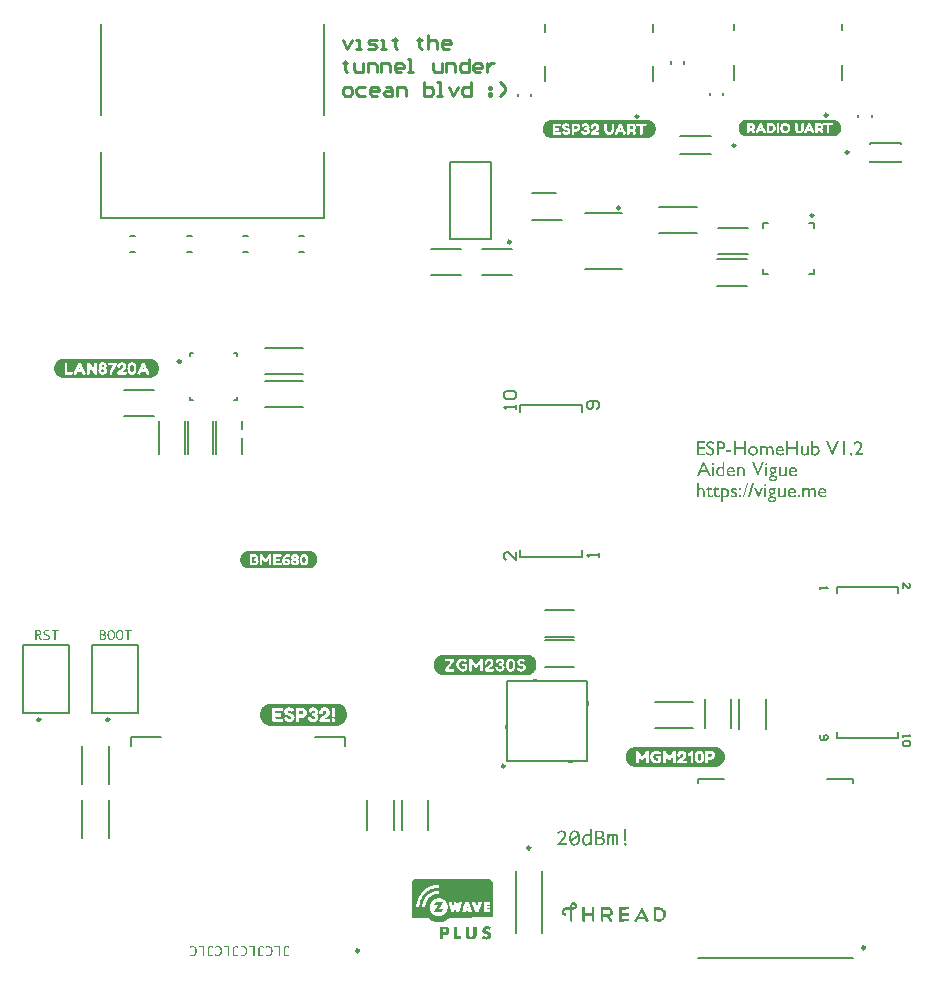
<source format=gto>
G04*
G04 #@! TF.GenerationSoftware,Altium Limited,Altium Designer,23.6.0 (18)*
G04*
G04 Layer_Color=65535*
%FSLAX25Y25*%
%MOIN*%
G70*
G04*
G04 #@! TF.SameCoordinates,9EB9F688-6EA2-4756-8BD5-BABC090EB3C1*
G04*
G04*
G04 #@! TF.FilePolarity,Positive*
G04*
G01*
G75*
%ADD10C,0.00984*%
%ADD11C,0.01000*%
%ADD12C,0.00787*%
%ADD13C,0.00600*%
G36*
X429075Y412848D02*
X429118Y412824D01*
X429144Y412806D01*
X429148Y412798D01*
X429170Y412777D01*
X429178Y412773D01*
X429186Y412765D01*
X429194Y412761D01*
X429230Y412745D01*
X429256Y412735D01*
X429290Y412725D01*
X429453Y412721D01*
X429465Y412717D01*
X429513Y412713D01*
X429535Y412695D01*
X429551Y412667D01*
X429559Y412659D01*
X429563Y412651D01*
X429593Y412621D01*
X429601Y412617D01*
X429617Y412601D01*
X429645Y412593D01*
X429696Y412597D01*
X429756Y412593D01*
X429774Y412575D01*
X429778Y412567D01*
X429796Y412545D01*
X429838Y412503D01*
X429842Y412496D01*
X429856Y412482D01*
X429888Y412474D01*
X429928Y412470D01*
X429940Y412466D01*
X429970Y412460D01*
X429983Y412454D01*
X430015Y412434D01*
X430023Y412430D01*
X430051Y412410D01*
X430059Y412406D01*
X430109Y412368D01*
X430117Y412360D01*
X430121Y412352D01*
X430145Y412328D01*
X430149Y412320D01*
X430167Y412302D01*
X430175Y412298D01*
X430195Y412278D01*
X430203Y412274D01*
X430244Y412232D01*
X430248Y412224D01*
X430266Y412203D01*
X430278Y412191D01*
X430286Y412187D01*
X430298Y412175D01*
X430306Y412171D01*
X430314Y412163D01*
X430334Y412151D01*
X430344Y412141D01*
X430348Y412133D01*
X430356Y412125D01*
X430360Y412117D01*
X430388Y412081D01*
X430394Y412075D01*
X430402Y412071D01*
X430410Y412063D01*
X430418Y412059D01*
X430446Y412043D01*
X430464Y412025D01*
X430468Y412017D01*
X430476Y412009D01*
X430480Y411993D01*
X430488Y411985D01*
X430492Y411977D01*
X430500Y411969D01*
X430504Y411962D01*
X430513Y411951D01*
X430521Y411947D01*
X430529Y411940D01*
X430537Y411936D01*
X430565Y411920D01*
X430587Y411902D01*
X430603Y411874D01*
X430631Y411838D01*
X430649Y411820D01*
X430685Y411800D01*
X430693Y411792D01*
X430701Y411788D01*
X430711Y411778D01*
X430719Y411750D01*
X430723Y411722D01*
X430727Y411706D01*
X430735Y411651D01*
X430747Y411623D01*
X430774Y411571D01*
X430802Y411543D01*
X430806Y411535D01*
X430814Y411527D01*
X430818Y411519D01*
X430826Y411511D01*
X430854Y411451D01*
X430862Y411423D01*
X430866Y411408D01*
X430870Y411380D01*
X430878Y411352D01*
X430882Y411324D01*
X430900Y411302D01*
X430912Y411290D01*
X430920Y411286D01*
X430932Y411274D01*
X430938Y411272D01*
X430940Y411266D01*
X430946Y411264D01*
X430950Y411256D01*
X430974Y411232D01*
X430978Y411224D01*
X430986Y411216D01*
X430990Y411208D01*
X430994Y411196D01*
X430998Y411180D01*
X430994Y411140D01*
X430998Y410957D01*
X431016Y410939D01*
X431024Y410935D01*
X431034Y410925D01*
X431038Y410917D01*
X431044Y410911D01*
X431051Y410907D01*
X431062Y410897D01*
X431066Y410889D01*
X431083Y410871D01*
X431091Y410867D01*
X431097Y410861D01*
X431101Y410853D01*
X431109Y410834D01*
X431113Y410818D01*
X431119Y410796D01*
X431127Y410776D01*
X431137Y410742D01*
X431133Y409566D01*
X431117Y409526D01*
X431113Y409510D01*
X431109Y409486D01*
X431089Y409458D01*
X431083Y409453D01*
X431075Y409449D01*
X431066Y409439D01*
X431062Y409431D01*
X431012Y409381D01*
X431004Y409377D01*
X430998Y409371D01*
X430994Y409355D01*
X430996Y409138D01*
X430992Y409122D01*
X430982Y409108D01*
X430964Y409086D01*
X430950Y409072D01*
X430946Y409064D01*
X430932Y409050D01*
X430924Y409046D01*
X430912Y409034D01*
X430904Y409030D01*
X430886Y409012D01*
X430878Y408980D01*
X430874Y408956D01*
X430870Y408944D01*
X430864Y408907D01*
X430860Y408891D01*
X430840Y408847D01*
X430822Y408813D01*
X430794Y408777D01*
X430771Y408753D01*
X430767Y408745D01*
X430739Y408685D01*
X430735Y408669D01*
X430731Y408641D01*
X430723Y408594D01*
X430719Y408578D01*
X430713Y408556D01*
X430703Y408542D01*
X430693Y408532D01*
X430685Y408528D01*
X430677Y408520D01*
X430649Y408504D01*
X430627Y408486D01*
X430619Y408478D01*
X430615Y408470D01*
X430607Y408462D01*
X430603Y408454D01*
X430587Y408426D01*
X430569Y408408D01*
X430561Y408404D01*
X430525Y408384D01*
X430513Y408372D01*
X430506Y408368D01*
X430500Y408362D01*
X430496Y408355D01*
X430488Y408347D01*
X430464Y408303D01*
X430442Y408281D01*
X430414Y408265D01*
X430392Y408247D01*
X430384Y408243D01*
X430382Y408237D01*
X430376Y408235D01*
X430372Y408227D01*
X430364Y408219D01*
X430360Y408211D01*
X430332Y408175D01*
X430322Y408165D01*
X430294Y408149D01*
X430244Y408099D01*
X430240Y408091D01*
X430229Y408079D01*
X430225Y408072D01*
X430211Y408058D01*
X430203Y408054D01*
X430195Y408046D01*
X430187Y408042D01*
X430163Y408018D01*
X430157Y408016D01*
X430153Y408008D01*
X430121Y407976D01*
X430117Y407968D01*
X430091Y407942D01*
X430083Y407938D01*
X430075Y407930D01*
X430067Y407926D01*
X430043Y407910D01*
X430035Y407906D01*
X430027Y407898D01*
X429991Y407878D01*
X429963Y407866D01*
X429948Y407862D01*
X429916Y407858D01*
X429904Y407854D01*
X429868Y407850D01*
X429840Y407830D01*
X429820Y407806D01*
X429790Y407777D01*
X429786Y407769D01*
X429774Y407757D01*
X429770Y407749D01*
X429756Y407735D01*
X429740Y407731D01*
X429643Y407733D01*
X429623Y407729D01*
X429609Y407719D01*
X429593Y407703D01*
X429585Y407699D01*
X429563Y407677D01*
X429559Y407669D01*
X429551Y407661D01*
X429547Y407653D01*
X429531Y407625D01*
X429513Y407615D01*
X429485Y407611D01*
X429431Y407605D01*
X429392Y407601D01*
X429378Y407599D01*
X429366Y407603D01*
X429270Y407599D01*
X429214Y407575D01*
X429178Y407555D01*
X429156Y407538D01*
X429148Y407529D01*
X429144Y407521D01*
X429135Y407512D01*
X429127Y407508D01*
X429059Y407476D01*
X403902D01*
X398968Y407480D01*
X398908Y407512D01*
X398894Y407525D01*
X398890Y407534D01*
X398872Y407551D01*
X398852Y407563D01*
X398808Y407583D01*
X398768Y407599D01*
X398740Y407603D01*
X398651Y407601D01*
X398611Y407605D01*
X398557Y407611D01*
X398525Y407615D01*
X398517Y407623D01*
X398509Y407627D01*
X398485Y407667D01*
X398475Y407677D01*
X398471Y407685D01*
X398457Y407699D01*
X398449Y407703D01*
X398426Y407727D01*
X398410Y407731D01*
X398388Y407733D01*
X398294Y407731D01*
X398276Y407741D01*
X398272Y407749D01*
X398264Y407757D01*
X398260Y407765D01*
X398240Y407785D01*
X398236Y407793D01*
X398204Y407824D01*
X398200Y407832D01*
X398190Y407842D01*
X398170Y407850D01*
X398143Y407854D01*
X398109Y407860D01*
X398085Y407864D01*
X398069Y407868D01*
X398029Y407892D01*
X398007Y407906D01*
X397957Y407940D01*
X397943Y407950D01*
X397913Y407980D01*
X397909Y407988D01*
X397856Y408042D01*
X397848Y408046D01*
X397840Y408054D01*
X397832Y408058D01*
X397810Y408079D01*
X397806Y408087D01*
X397798Y408096D01*
X397794Y408103D01*
X397748Y408149D01*
X397740Y408153D01*
X397732Y408161D01*
X397712Y408173D01*
X397694Y408191D01*
X397690Y408199D01*
X397682Y408207D01*
X397678Y408215D01*
X397660Y408237D01*
X397636Y408261D01*
X397628Y408265D01*
X397601Y408281D01*
X397571Y408311D01*
X397547Y408355D01*
X397517Y408384D01*
X397509Y408388D01*
X397481Y408404D01*
X397459Y408422D01*
X397447Y408434D01*
X397427Y408470D01*
X397419Y408478D01*
X397415Y408486D01*
X397401Y408500D01*
X397393Y408504D01*
X397369Y408520D01*
X397361Y408524D01*
X397340Y408542D01*
X397332Y408550D01*
X397323Y408570D01*
X397314Y408628D01*
X397306Y408679D01*
X397298Y408699D01*
X397284Y408729D01*
X397268Y408757D01*
X397258Y408767D01*
X397250Y408771D01*
X397244Y408777D01*
X397240Y408785D01*
X397222Y408807D01*
X397208Y408833D01*
X397204Y408841D01*
X397180Y408893D01*
X397174Y408926D01*
X397170Y408950D01*
X397166Y408966D01*
X397162Y408986D01*
X397158Y409002D01*
X397144Y409024D01*
X397134Y409034D01*
X397126Y409038D01*
X397114Y409050D01*
X397106Y409054D01*
X397088Y409072D01*
X397084Y409080D01*
X397060Y409104D01*
X397057Y409112D01*
X397044Y409140D01*
X397048Y409203D01*
X397046Y409317D01*
X397048Y409359D01*
X397035Y409381D01*
X397027Y409385D01*
X396973Y409439D01*
X396969Y409447D01*
X396945Y409467D01*
X396929Y409502D01*
X396923Y409532D01*
X396913Y409554D01*
X396905Y409586D01*
X396909Y410766D01*
X396925Y410802D01*
X396929Y410818D01*
X396933Y410842D01*
X396953Y410869D01*
X396959Y410875D01*
X396967Y410879D01*
X396977Y410889D01*
X396981Y410897D01*
X397027Y410943D01*
X397035Y410947D01*
X397044Y410957D01*
X397048Y410973D01*
X397046Y411023D01*
X397048Y411160D01*
X397044Y411172D01*
X397048Y411204D01*
X397076Y411240D01*
X397092Y411256D01*
X397096Y411264D01*
X397110Y411278D01*
X397118Y411282D01*
X397126Y411290D01*
X397134Y411294D01*
X397156Y411316D01*
X397162Y411342D01*
X397166Y411362D01*
X397170Y411378D01*
X397174Y411402D01*
X397178Y411421D01*
X397182Y411437D01*
X397190Y411457D01*
X397220Y411515D01*
X397248Y411551D01*
X397254Y411561D01*
X397262Y411565D01*
X397272Y411575D01*
X397276Y411583D01*
X397304Y411643D01*
X397308Y411659D01*
X397318Y411716D01*
X397325Y411760D01*
X397334Y411780D01*
X397349Y411796D01*
X397357Y411800D01*
X397365Y411808D01*
X397401Y411828D01*
X397423Y411850D01*
X397427Y411858D01*
X397435Y411866D01*
X397455Y411902D01*
X397469Y411916D01*
X397477Y411920D01*
X397485Y411928D01*
X397521Y411947D01*
X397539Y411962D01*
X397543Y411969D01*
X397555Y411981D01*
X397579Y412025D01*
X397601Y412047D01*
X397636Y412067D01*
X397648Y412079D01*
X397656Y412083D01*
X397670Y412097D01*
X397674Y412105D01*
X397700Y412143D01*
X397716Y412159D01*
X397724Y412163D01*
X397760Y412191D01*
X397772Y412203D01*
X397780Y412207D01*
X397790Y412220D01*
X397798Y412228D01*
X397802Y412236D01*
X397818Y412252D01*
X397822Y412260D01*
X397828Y412266D01*
X397836Y412270D01*
X397848Y412282D01*
X397856Y412286D01*
X397917Y412348D01*
X397921Y412356D01*
X397947Y412382D01*
X397955Y412386D01*
X397967Y412398D01*
X397975Y412402D01*
X398063Y412458D01*
X398089Y412464D01*
X398113Y412468D01*
X398129Y412472D01*
X398165Y412476D01*
X398180Y412480D01*
X398194Y412490D01*
X398208Y412503D01*
X398212Y412511D01*
X398252Y412551D01*
X398256Y412559D01*
X398264Y412567D01*
X398268Y412575D01*
X398286Y412593D01*
X398302Y412597D01*
X398408Y412595D01*
X398428Y412603D01*
X398446Y412621D01*
X398453Y412625D01*
X398475Y412647D01*
X398479Y412655D01*
X398491Y412667D01*
X398495Y412675D01*
X398515Y412703D01*
X398521Y412709D01*
X398553Y412717D01*
X398613Y412721D01*
X398625Y412725D01*
X398772Y412729D01*
X398800Y412741D01*
X398840Y412757D01*
X398868Y412777D01*
X398876Y412781D01*
X398894Y412798D01*
X398898Y412806D01*
X398908Y412816D01*
X398916Y412820D01*
X398984Y412852D01*
X429075Y412848D01*
D02*
G37*
G36*
X367014Y412826D02*
X367055Y412797D01*
X367081Y412776D01*
X367086Y412767D01*
X367114Y412725D01*
X367154Y412708D01*
X367171Y412703D01*
X367199Y412697D01*
X367234Y412688D01*
X367392Y412684D01*
X367414Y412679D01*
X367449Y412670D01*
X367471Y412666D01*
X367488Y412662D01*
X367510Y412653D01*
X367528Y412635D01*
X367532Y412627D01*
X367554Y412596D01*
X367569Y412581D01*
X367578Y412576D01*
X367587Y412568D01*
X367596Y412563D01*
X367617Y412550D01*
X367635Y412546D01*
X367762Y412541D01*
X367786Y412522D01*
X367799Y412508D01*
X367816Y412478D01*
X367825Y412469D01*
X367830Y412460D01*
X367847Y412443D01*
X367851Y412434D01*
X367871Y412415D01*
X367900Y412408D01*
X367911Y412406D01*
X367924Y412410D01*
X367967Y412406D01*
X368016Y412401D01*
X368046Y412379D01*
X368094Y412331D01*
X368103Y412327D01*
X368121Y412309D01*
X368129Y412305D01*
X368138Y412296D01*
X368147Y412292D01*
X368193Y412246D01*
X368197Y412237D01*
X368252Y412183D01*
X368261Y412178D01*
X368307Y412132D01*
X368311Y412123D01*
X368324Y412110D01*
X368328Y412102D01*
X368344Y412091D01*
X368370Y412064D01*
X368379Y412060D01*
X368403Y412040D01*
X368420Y412023D01*
X368425Y412014D01*
X368433Y412005D01*
X368438Y411997D01*
X368447Y411988D01*
X368451Y411979D01*
X368466Y411964D01*
X368475Y411959D01*
X368493Y411942D01*
X368501Y411937D01*
X368532Y411916D01*
X368547Y411900D01*
X368552Y411892D01*
X368560Y411883D01*
X368578Y411852D01*
X368606Y411824D01*
X368615Y411819D01*
X368654Y411797D01*
X368670Y411782D01*
X368674Y411773D01*
X368687Y411760D01*
X368714Y411712D01*
X368738Y411688D01*
X368746Y411684D01*
X368777Y411666D01*
X368816Y411635D01*
X368823Y411629D01*
X368827Y411598D01*
X368829Y411579D01*
X368827Y411576D01*
X368832Y411563D01*
X368836Y411506D01*
X368843Y411482D01*
X368851Y411460D01*
X368873Y411425D01*
X368884Y411410D01*
X368891Y411404D01*
X368900Y411399D01*
X368928Y411371D01*
X368954Y411314D01*
X368963Y411292D01*
X368976Y411248D01*
X368981Y411231D01*
X368987Y411202D01*
X368991Y411185D01*
X368998Y411161D01*
X369011Y411126D01*
X369026Y411106D01*
X369035Y411102D01*
X369053Y411084D01*
X369061Y411080D01*
X369077Y411064D01*
X369081Y411056D01*
X369090Y411047D01*
X369094Y411038D01*
X369114Y411014D01*
X369125Y410986D01*
X369123Y410922D01*
X369125Y410780D01*
X369121Y410767D01*
X369125Y410732D01*
X369140Y410712D01*
X369149Y410708D01*
X369158Y410699D01*
X369166Y410695D01*
X369219Y410642D01*
X369228Y410638D01*
X369248Y410618D01*
X369252Y410601D01*
X369256Y410587D01*
X369261Y410570D01*
X369265Y410539D01*
X369274Y410517D01*
X369283Y410465D01*
X369278Y410408D01*
X369280Y409229D01*
X369276Y409207D01*
X369271Y409189D01*
X369261Y409152D01*
X369256Y409117D01*
X369239Y409086D01*
X369223Y409071D01*
X369215Y409067D01*
X369162Y409014D01*
X369153Y409010D01*
X369145Y409001D01*
X369136Y408997D01*
X369129Y408990D01*
X369121Y408968D01*
X369125Y408872D01*
X369123Y408769D01*
X369125Y408723D01*
X369107Y408693D01*
X369099Y408684D01*
X369094Y408675D01*
X369064Y408636D01*
X369057Y408629D01*
X369048Y408625D01*
X369031Y408607D01*
X369022Y408603D01*
X369016Y408596D01*
X369011Y408588D01*
X369002Y408566D01*
X368998Y408548D01*
X368989Y408518D01*
X368981Y408483D01*
X368974Y408454D01*
X368956Y408406D01*
X368943Y408371D01*
X368919Y408334D01*
X368895Y408310D01*
X368886Y408305D01*
X368876Y408294D01*
X368871Y408286D01*
X368854Y408259D01*
X368845Y408237D01*
X368836Y408207D01*
X368832Y408141D01*
X368827Y408137D01*
X368832Y408132D01*
X368827Y408119D01*
X368823Y408084D01*
X368799Y408060D01*
X368790Y408056D01*
X368764Y408038D01*
X368742Y408025D01*
X368718Y408006D01*
X368709Y407997D01*
X368705Y407988D01*
X368683Y407949D01*
X368674Y407940D01*
X368670Y407931D01*
X368650Y407911D01*
X368602Y407885D01*
X368569Y407852D01*
X368552Y407822D01*
X368532Y407798D01*
X368519Y407785D01*
X368510Y407780D01*
X368455Y407738D01*
X368447Y407730D01*
X368442Y407721D01*
X368433Y407712D01*
X368429Y407703D01*
X368420Y407695D01*
X368416Y407686D01*
X368388Y407658D01*
X368379Y407653D01*
X368355Y407633D01*
X368335Y407614D01*
X368326Y407610D01*
X368315Y407594D01*
X368307Y407585D01*
X368302Y407577D01*
X368256Y407531D01*
X368248Y407526D01*
X368193Y407472D01*
X368188Y407463D01*
X368143Y407417D01*
X368134Y407412D01*
X368125Y407404D01*
X368116Y407399D01*
X368099Y407382D01*
X368090Y407377D01*
X368033Y407321D01*
X368024Y407316D01*
X368011Y407312D01*
X367994Y407307D01*
X367913Y407305D01*
X367902Y407307D01*
X367889Y407303D01*
X367867Y407294D01*
X367847Y407275D01*
X367843Y407266D01*
X367825Y407248D01*
X367821Y407240D01*
X367812Y407231D01*
X367808Y407222D01*
X367788Y407189D01*
X367779Y407185D01*
X367771Y407176D01*
X367749Y407167D01*
X367613Y407163D01*
X367604Y407154D01*
X367596Y407150D01*
X367556Y407119D01*
X367541Y407104D01*
X367523Y407073D01*
X367508Y407058D01*
X367477Y407049D01*
X367460Y407045D01*
X367431Y407038D01*
X367414Y407034D01*
X367392Y407030D01*
X367234Y407025D01*
X367182Y407012D01*
X367160Y407008D01*
X367125Y406995D01*
X367110Y406984D01*
X367103Y406977D01*
X367099Y406968D01*
X367081Y406938D01*
X367062Y406918D01*
X367053Y406914D01*
X367044Y406905D01*
X367035Y406901D01*
X367014Y406887D01*
X366996Y406883D01*
X343028D01*
X333965Y406887D01*
X333956Y406896D01*
X333934Y406909D01*
X333910Y406929D01*
X333893Y406947D01*
X333871Y406986D01*
X333842Y407001D01*
X333812Y407010D01*
X333783Y407017D01*
X333748Y407025D01*
X333591Y407030D01*
X333569Y407034D01*
X333534Y407043D01*
X333512Y407047D01*
X333494Y407052D01*
X333473Y407060D01*
X333459Y407069D01*
X333455Y407078D01*
X333433Y407108D01*
X333420Y407122D01*
X333418Y407128D01*
X333409Y407132D01*
X333400Y407141D01*
X333392Y407146D01*
X333383Y407154D01*
X333374Y407159D01*
X333352Y407167D01*
X333217Y407172D01*
X333208Y407181D01*
X333199Y407185D01*
X333188Y407196D01*
X333184Y407205D01*
X333155Y407246D01*
X333144Y407262D01*
X333122Y407283D01*
X333118Y407292D01*
X333094Y407303D01*
X333068Y407307D01*
X333055Y407303D01*
X333024Y407307D01*
X332963Y407312D01*
X332954Y407321D01*
X332945Y407325D01*
X332893Y407377D01*
X332884Y407382D01*
X332867Y407399D01*
X332858Y407404D01*
X332849Y407412D01*
X332840Y407417D01*
X332805Y407452D01*
X332799Y407454D01*
X332794Y407463D01*
X332786Y407472D01*
X332781Y407480D01*
X332735Y407526D01*
X332726Y407531D01*
X332718Y407539D01*
X332711Y407542D01*
X332707Y407550D01*
X332672Y407585D01*
X332667Y407594D01*
X332613Y407649D01*
X332604Y407653D01*
X332595Y407662D01*
X332586Y407666D01*
X332558Y407695D01*
X332554Y407703D01*
X332545Y407712D01*
X332532Y407734D01*
X332521Y407745D01*
X332512Y407750D01*
X332494Y407767D01*
X332486Y407771D01*
X332446Y407802D01*
X332431Y407817D01*
X332427Y407826D01*
X332398Y407868D01*
X332381Y407885D01*
X332372Y407890D01*
X332363Y407898D01*
X332324Y407920D01*
X332304Y407940D01*
X332300Y407949D01*
X332278Y407988D01*
X332269Y407997D01*
X332265Y408006D01*
X332254Y408016D01*
X332245Y408021D01*
X332232Y408034D01*
X332192Y408056D01*
X332169Y408076D01*
X332160Y408084D01*
X332151Y408119D01*
X332144Y408209D01*
X332140Y408231D01*
X332103Y408299D01*
X332092Y408310D01*
X332083Y408314D01*
X332055Y408343D01*
X332050Y408351D01*
X332024Y408408D01*
X332002Y408478D01*
X331996Y408507D01*
X331991Y408524D01*
X331985Y408548D01*
X331980Y408566D01*
X331963Y408596D01*
X331934Y408625D01*
X331926Y408629D01*
X331906Y408649D01*
X331902Y408658D01*
X331893Y408666D01*
X331888Y408675D01*
X331875Y408688D01*
X331871Y408697D01*
X331858Y408728D01*
X331860Y408970D01*
X331853Y408986D01*
X331847Y408997D01*
X331838Y409001D01*
X331829Y409010D01*
X331821Y409014D01*
X331759Y409075D01*
X331751Y409080D01*
X331735Y409095D01*
X331731Y409113D01*
X331727Y409126D01*
X331722Y409156D01*
X331709Y409200D01*
X331705Y409218D01*
X331700Y409248D01*
X331705Y409305D01*
X331702Y410485D01*
X331707Y410506D01*
X331711Y410524D01*
X331722Y410561D01*
X331729Y410598D01*
X331742Y410625D01*
X331755Y410638D01*
X331764Y410642D01*
X331825Y410703D01*
X331834Y410708D01*
X331842Y410716D01*
X331851Y410721D01*
X331862Y410749D01*
X331858Y410819D01*
X331862Y411003D01*
X331904Y411058D01*
X331915Y411073D01*
X331930Y411089D01*
X331939Y411093D01*
X331972Y411126D01*
X331980Y411148D01*
X331987Y411176D01*
X331993Y411200D01*
X332002Y411235D01*
X332009Y411259D01*
X332026Y411307D01*
X332039Y411342D01*
X332061Y411377D01*
X332087Y411404D01*
X332096Y411408D01*
X332107Y411419D01*
X332112Y411428D01*
X332142Y411493D01*
X332147Y411524D01*
X332153Y411605D01*
X332157Y411622D01*
X332179Y411649D01*
X332210Y411670D01*
X332241Y411688D01*
X332249Y411697D01*
X332258Y411701D01*
X332269Y411712D01*
X332274Y411721D01*
X332282Y411730D01*
X332309Y411778D01*
X332333Y411802D01*
X332372Y411824D01*
X332396Y411843D01*
X332414Y411861D01*
X332435Y411900D01*
X332464Y411929D01*
X332486Y411942D01*
X332510Y411962D01*
X332536Y411983D01*
X332564Y412025D01*
X332591Y412051D01*
X332599Y412056D01*
X332608Y412064D01*
X332617Y412069D01*
X332652Y412104D01*
X332659Y412106D01*
X332663Y412115D01*
X332672Y412123D01*
X332676Y412132D01*
X332711Y412167D01*
X332713Y412174D01*
X332722Y412178D01*
X332746Y412198D01*
X332790Y412242D01*
X332794Y412250D01*
X332801Y412261D01*
X332810Y412266D01*
X332845Y412301D01*
X332853Y412305D01*
X332877Y412325D01*
X332888Y412336D01*
X332897Y412340D01*
X332950Y412393D01*
X332958Y412397D01*
X332972Y412401D01*
X332989Y412406D01*
X333066Y412408D01*
X333081Y412406D01*
X333094Y412410D01*
X333122Y412425D01*
X333127Y412434D01*
X333153Y412460D01*
X333157Y412469D01*
X333171Y412482D01*
X333192Y412522D01*
X333199Y412528D01*
X333208Y412533D01*
X333217Y412541D01*
X333247Y412546D01*
X333370Y412550D01*
X333379Y412559D01*
X333387Y412563D01*
X333411Y412583D01*
X333420Y412587D01*
X333422Y412594D01*
X333429Y412596D01*
X333433Y412605D01*
X333446Y412618D01*
X333464Y412649D01*
X333488Y412660D01*
X333523Y412668D01*
X333551Y412675D01*
X333569Y412679D01*
X333591Y412684D01*
X333748Y412688D01*
X333801Y412701D01*
X333823Y412706D01*
X333858Y412719D01*
X333864Y412725D01*
X333873Y412730D01*
X333880Y412736D01*
X333901Y412776D01*
X333926Y412800D01*
X333934Y412804D01*
X333965Y412826D01*
X333996Y412830D01*
X367014Y412826D01*
D02*
G37*
G36*
X201306Y333222D02*
X201379Y333173D01*
X201389Y333163D01*
X201393Y333155D01*
X201436Y333112D01*
X201481Y333091D01*
X201509Y333079D01*
X201526Y333075D01*
X201778Y333071D01*
X201786Y333063D01*
X201807Y333051D01*
X201841Y333024D01*
X201845Y333016D01*
X201874Y332979D01*
X201880Y332973D01*
X201888Y332969D01*
X201933Y332949D01*
X201961Y332937D01*
X202002Y332924D01*
X202090Y332918D01*
X202110Y332914D01*
X202126Y332906D01*
X202130Y332898D01*
X202179Y332833D01*
X202187Y332825D01*
X202191Y332817D01*
X202204Y332804D01*
X202208Y332796D01*
X202226Y332778D01*
X202259Y332770D01*
X202271Y332774D01*
X202287Y332770D01*
X202350Y332764D01*
X202383Y332751D01*
X202462Y332709D01*
X202477Y332698D01*
X202481Y332690D01*
X202489Y332682D01*
X202493Y332674D01*
X202501Y332666D01*
X202505Y332658D01*
X202540Y332623D01*
X202548Y332619D01*
X202576Y332599D01*
X202597Y332586D01*
X202607Y332576D01*
X202611Y332568D01*
X202619Y332560D01*
X202643Y332515D01*
X202656Y332503D01*
X202660Y332495D01*
X202674Y332485D01*
X202682Y332476D01*
X202719Y332456D01*
X202741Y332438D01*
X202753Y332426D01*
X202758Y332417D01*
X202796Y332366D01*
X202825Y332338D01*
X202833Y332334D01*
X202930Y332236D01*
X202939Y332232D01*
X202945Y332226D01*
X202949Y332218D01*
X202961Y332206D01*
X202965Y332197D01*
X203004Y332159D01*
X203012Y332155D01*
X203041Y332134D01*
X203061Y332122D01*
X203071Y332112D01*
X203075Y332104D01*
X203091Y332079D01*
X203108Y332051D01*
X203126Y332029D01*
X203134Y332020D01*
X203142Y332016D01*
X203151Y332008D01*
X203203Y331980D01*
X203222Y331961D01*
X203228Y331935D01*
X203236Y331886D01*
X203244Y331833D01*
X203256Y331784D01*
X203269Y331739D01*
X203283Y331717D01*
X203289Y331711D01*
X203297Y331707D01*
X203340Y331676D01*
X203342Y331670D01*
X203348Y331668D01*
X203352Y331660D01*
X203385Y331627D01*
X203393Y331607D01*
X203397Y331591D01*
X203393Y331550D01*
X203397Y331481D01*
X203405Y331473D01*
X203409Y331465D01*
X203425Y331448D01*
X203429Y331440D01*
X203458Y331412D01*
X203462Y331403D01*
X203472Y331393D01*
X203480Y331389D01*
X203499Y331371D01*
X203503Y331363D01*
X203515Y331350D01*
X203519Y331342D01*
X203543Y331289D01*
X203552Y331269D01*
X203556Y331224D01*
X203552Y331212D01*
X203554Y331063D01*
X203552Y331021D01*
X203568Y330992D01*
X203596Y330955D01*
X203607Y330945D01*
X203615Y330941D01*
X203627Y330929D01*
X203655Y330913D01*
X203666Y330903D01*
X203678Y330874D01*
X203698Y330809D01*
X203702Y330792D01*
X203706Y330760D01*
X203702Y330748D01*
X203704Y329385D01*
X203700Y329361D01*
X203690Y329326D01*
X203682Y329306D01*
X203676Y329284D01*
X203655Y329251D01*
X203647Y329243D01*
X203611Y329223D01*
X203580Y329192D01*
X203576Y329184D01*
X203568Y329176D01*
X203564Y329168D01*
X203552Y329139D01*
X203554Y329084D01*
X203552Y328948D01*
X203556Y328936D01*
X203552Y328895D01*
X203543Y328874D01*
X203531Y328846D01*
X203515Y328817D01*
X203497Y328795D01*
X203486Y328781D01*
X203472Y328771D01*
X203454Y328752D01*
X203450Y328744D01*
X203421Y328716D01*
X203417Y328707D01*
X203397Y328687D01*
X203393Y328671D01*
X203395Y328563D01*
X203387Y328542D01*
X203377Y328532D01*
X203372Y328524D01*
X203326Y328477D01*
X203317Y328473D01*
X203309Y328465D01*
X203301Y328461D01*
X203275Y328443D01*
X203264Y328416D01*
X203260Y328396D01*
X203244Y328331D01*
X203236Y328282D01*
X203232Y328261D01*
X203228Y328229D01*
X203224Y328213D01*
X203209Y328190D01*
X203191Y328176D01*
X203138Y328148D01*
X203104Y328113D01*
X203100Y328105D01*
X203075Y328060D01*
X203067Y328052D01*
X203063Y328044D01*
X203014Y328011D01*
X203000Y328001D01*
X202977Y327982D01*
X202969Y327974D01*
X202965Y327966D01*
X202957Y327958D01*
X202953Y327950D01*
X202837Y327834D01*
X202829Y327830D01*
X202812Y327814D01*
X202804Y327810D01*
X202798Y327803D01*
X202794Y327795D01*
X202778Y327779D01*
X202774Y327771D01*
X202735Y327720D01*
X202707Y327699D01*
X202678Y327683D01*
X202656Y327665D01*
X202647Y327657D01*
X202643Y327649D01*
X202635Y327640D01*
X202611Y327596D01*
X202599Y327583D01*
X202597Y327577D01*
X202589Y327573D01*
X202564Y327557D01*
X202556Y327553D01*
X202534Y327535D01*
X202509Y327514D01*
X202470Y327463D01*
X202458Y327451D01*
X202450Y327447D01*
X202364Y327406D01*
X202348Y327402D01*
X202320Y327398D01*
X202230Y327390D01*
X202222Y327382D01*
X202216Y327380D01*
X202212Y327372D01*
X202196Y327355D01*
X202191Y327347D01*
X202175Y327331D01*
X202171Y327323D01*
X202159Y327311D01*
X202155Y327302D01*
X202147Y327294D01*
X202143Y327286D01*
X202122Y327258D01*
X202116Y327252D01*
X202088Y327247D01*
X202012Y327241D01*
X201974Y327235D01*
X201929Y327215D01*
X201902Y327205D01*
X201878Y327188D01*
X201872Y327182D01*
X201866Y327180D01*
X201862Y327172D01*
X201853Y327164D01*
X201841Y327144D01*
X201819Y327121D01*
X201811Y327117D01*
X201802Y327109D01*
X201758Y327089D01*
X201501Y327084D01*
X201432Y327048D01*
X201418Y327038D01*
X201414Y327030D01*
X201363Y326979D01*
X201355Y326975D01*
X201326Y326954D01*
X201297Y326942D01*
X201265Y326938D01*
X201253Y326942D01*
X171273Y326940D01*
X171253Y326944D01*
X171212Y326969D01*
X171188Y326985D01*
X171139Y327034D01*
X171135Y327042D01*
X171121Y327052D01*
X171051Y327084D01*
X171035Y327089D01*
X170783Y327093D01*
X170758Y327109D01*
X170750Y327113D01*
X170742Y327121D01*
X170734Y327125D01*
X170707Y327152D01*
X170689Y327182D01*
X170681Y327186D01*
X170673Y327194D01*
X170665Y327199D01*
X170628Y327215D01*
X170599Y327227D01*
X170579Y327235D01*
X170563Y327239D01*
X170510Y327243D01*
X170493Y327247D01*
X170441Y327252D01*
X170422Y327270D01*
X170406Y327298D01*
X170398Y327307D01*
X170394Y327315D01*
X170381Y327327D01*
X170377Y327335D01*
X170361Y327351D01*
X170357Y327360D01*
X170341Y327376D01*
X170339Y327382D01*
X170331Y327386D01*
X170310Y327394D01*
X170221Y327398D01*
X170208Y327402D01*
X170186Y327408D01*
X170156Y327423D01*
X170094Y327455D01*
X170072Y327478D01*
X170068Y327486D01*
X170060Y327494D01*
X170056Y327502D01*
X170037Y327524D01*
X170029Y327533D01*
X170021Y327537D01*
X170009Y327549D01*
X170001Y327553D01*
X169958Y327579D01*
X169954Y327588D01*
X169942Y327600D01*
X169938Y327608D01*
X169917Y327644D01*
X169909Y327653D01*
X169905Y327661D01*
X169887Y327679D01*
X169879Y327683D01*
X169870Y327691D01*
X169834Y327712D01*
X169811Y327730D01*
X169791Y327759D01*
X169787Y327767D01*
X169779Y327775D01*
X169775Y327783D01*
X169758Y327799D01*
X169754Y327807D01*
X169748Y327814D01*
X169740Y327818D01*
X169720Y327838D01*
X169712Y327842D01*
X169600Y327954D01*
X169596Y327962D01*
X169587Y327970D01*
X169583Y327978D01*
X169565Y327997D01*
X169557Y328001D01*
X169549Y328009D01*
X169541Y328013D01*
X169512Y328033D01*
X169494Y328044D01*
X169490Y328052D01*
X169482Y328060D01*
X169477Y328068D01*
X169457Y328105D01*
X169439Y328127D01*
X169414Y328151D01*
X169406Y328156D01*
X169369Y328176D01*
X169339Y328198D01*
X169331Y328219D01*
X169327Y328247D01*
X169321Y328282D01*
X169313Y328331D01*
X169296Y328396D01*
X169292Y328416D01*
X169284Y328437D01*
X169274Y328451D01*
X169239Y328473D01*
X169217Y328492D01*
X169180Y328528D01*
X169176Y328536D01*
X169168Y328544D01*
X169160Y328573D01*
X169164Y328614D01*
X169160Y328687D01*
X169135Y328712D01*
X169131Y328720D01*
X169107Y328744D01*
X169103Y328752D01*
X169076Y328779D01*
X169068Y328783D01*
X169062Y328789D01*
X169058Y328797D01*
X169050Y328805D01*
X169046Y328813D01*
X169034Y328825D01*
X169009Y328887D01*
X169005Y328903D01*
X169001Y328931D01*
X169005Y328972D01*
X169003Y329100D01*
X169005Y329143D01*
X168985Y329180D01*
X168976Y329188D01*
X168973Y329196D01*
X168938Y329231D01*
X168901Y329251D01*
X168895Y329257D01*
X168891Y329265D01*
X168875Y329302D01*
X168869Y329324D01*
X168854Y329371D01*
X168852Y329402D01*
X168854Y330760D01*
X168850Y330772D01*
X168854Y330784D01*
X168858Y330813D01*
X168862Y330825D01*
X168885Y330888D01*
X168899Y330911D01*
X168909Y330921D01*
X168938Y330937D01*
X168960Y330955D01*
X168973Y330968D01*
X168976Y330976D01*
X168985Y330984D01*
X168989Y330992D01*
X169001Y331012D01*
X169005Y331029D01*
X169003Y331084D01*
X169005Y331220D01*
X169001Y331232D01*
X169007Y331271D01*
X169019Y331304D01*
X169027Y331324D01*
X169048Y331357D01*
X169058Y331367D01*
X169062Y331375D01*
X169080Y331393D01*
X169088Y331397D01*
X169099Y331407D01*
X169103Y331416D01*
X169131Y331444D01*
X169135Y331452D01*
X169148Y331465D01*
X169152Y331473D01*
X169164Y331485D01*
X169162Y331601D01*
X169170Y331621D01*
X169176Y331627D01*
X169180Y331635D01*
X169217Y331672D01*
X169219Y331678D01*
X169227Y331682D01*
X169239Y331695D01*
X169247Y331699D01*
X169276Y331719D01*
X169282Y331725D01*
X169290Y331746D01*
X169315Y331843D01*
X169325Y331902D01*
X169329Y331935D01*
X169333Y331951D01*
X169339Y331965D01*
X169353Y331980D01*
X169361Y331984D01*
X169369Y331992D01*
X169414Y332016D01*
X169437Y332035D01*
X169449Y332047D01*
X169453Y332055D01*
X169473Y332092D01*
X169502Y332128D01*
X169534Y332149D01*
X169559Y332165D01*
X169596Y332202D01*
X169600Y332210D01*
X169612Y332222D01*
X169616Y332230D01*
X169622Y332236D01*
X169630Y332240D01*
X169728Y332338D01*
X169736Y332342D01*
X169771Y332377D01*
X169775Y332385D01*
X169783Y332393D01*
X169787Y332401D01*
X169795Y332409D01*
X169799Y332417D01*
X169817Y332440D01*
X169830Y332452D01*
X169838Y332456D01*
X169862Y332472D01*
X169883Y332485D01*
X169891Y332493D01*
X169899Y332497D01*
X169909Y332511D01*
X169917Y332519D01*
X169921Y332527D01*
X169942Y332564D01*
X169950Y332572D01*
X169954Y332580D01*
X169968Y332595D01*
X169997Y332611D01*
X170033Y332639D01*
X170056Y332662D01*
X170060Y332670D01*
X170068Y332678D01*
X170072Y332686D01*
X170084Y332698D01*
X170086Y332704D01*
X170094Y332709D01*
X170103Y332717D01*
X170188Y332757D01*
X170217Y332766D01*
X170280Y332772D01*
X170294Y332774D01*
X170306Y332770D01*
X170318Y332774D01*
X170339Y332786D01*
X170353Y332800D01*
X170357Y332808D01*
X170369Y332821D01*
X170373Y332829D01*
X170394Y332849D01*
X170398Y332857D01*
X170437Y332908D01*
X170457Y332916D01*
X170485Y332920D01*
X170565Y332927D01*
X170610Y332943D01*
X170636Y332953D01*
X170681Y332977D01*
X170699Y332996D01*
X170703Y333004D01*
X170726Y333034D01*
X170734Y333038D01*
X170742Y333047D01*
X170750Y333051D01*
X170758Y333059D01*
X170795Y333075D01*
X171051Y333079D01*
X171129Y333120D01*
X171168Y333159D01*
X171172Y333167D01*
X171186Y333181D01*
X171194Y333185D01*
X171222Y333205D01*
X171231Y333209D01*
X171267Y333226D01*
X190522D01*
X201306Y333222D01*
D02*
G37*
G36*
X254303Y269161D02*
X254309Y269158D01*
X254336Y269137D01*
X254340Y269132D01*
X254343Y269126D01*
X254349Y269120D01*
X254352Y269114D01*
X254366Y269098D01*
X254382Y269081D01*
X254385Y269075D01*
X254393Y269068D01*
X254399Y269065D01*
X254417Y269047D01*
X254422Y269044D01*
X254450Y269032D01*
X254697Y269034D01*
X254715Y269030D01*
X254731Y269020D01*
X254748Y269007D01*
X254752Y269002D01*
X254758Y268999D01*
X254769Y268989D01*
X254772Y268983D01*
X254778Y268977D01*
X254792Y268950D01*
X254821Y268921D01*
X254842Y268909D01*
X254875Y268894D01*
X254887Y268891D01*
X254924Y268893D01*
X254935Y268891D01*
X254944Y268894D01*
X254977Y268891D01*
X255004Y268876D01*
X255022Y268864D01*
X255043Y268852D01*
X255065Y268830D01*
X255080Y268803D01*
X255095Y268782D01*
X255112Y268765D01*
X255118Y268762D01*
X255124Y268756D01*
X255139Y268750D01*
X255249Y268747D01*
X255258Y268744D01*
X255282Y268739D01*
X255300Y268735D01*
X255321Y268724D01*
X255332Y268713D01*
X255347Y268686D01*
X255375Y268649D01*
X255383Y268638D01*
X255399Y268622D01*
X255405Y268619D01*
X255411Y268613D01*
X255417Y268610D01*
X255446Y268590D01*
X255459Y268577D01*
X255465Y268574D01*
X255473Y268566D01*
X255476Y268560D01*
X255491Y268545D01*
X255494Y268539D01*
X255509Y268512D01*
X255540Y268481D01*
X255546Y268478D01*
X255564Y268466D01*
X255579Y268460D01*
X255595Y268446D01*
X255607Y268434D01*
X255610Y268428D01*
X255616Y268422D01*
X255619Y268416D01*
X255633Y268400D01*
X255646Y268377D01*
X255649Y268372D01*
X255658Y268362D01*
X255660Y268358D01*
X255666Y268355D01*
X255675Y268346D01*
X255681Y268343D01*
X255723Y268313D01*
X255729Y268310D01*
X255756Y268289D01*
X255760Y268285D01*
X255778Y268252D01*
X255793Y268231D01*
X255802Y268222D01*
X255805Y268216D01*
X255822Y268199D01*
X255828Y268196D01*
X255844Y268183D01*
X255862Y268171D01*
X255873Y268163D01*
X255904Y268132D01*
X255907Y268126D01*
X255921Y268109D01*
X255937Y268084D01*
X255959Y268061D01*
X255965Y268058D01*
X255971Y268052D01*
X255977Y268049D01*
X255995Y268037D01*
X256010Y268031D01*
X256027Y268018D01*
X256030Y268012D01*
X256039Y267991D01*
X256049Y267963D01*
X256057Y267937D01*
X256060Y267925D01*
X256058Y267846D01*
X256061Y267834D01*
X256079Y267804D01*
X256093Y267790D01*
X256094Y267789D01*
X256100Y267786D01*
X256103Y267780D01*
X256109Y267777D01*
X256115Y267771D01*
X256130Y267762D01*
X256148Y267744D01*
X256154Y267741D01*
X256162Y267733D01*
X256165Y267727D01*
X256183Y267709D01*
X256186Y267703D01*
X256201Y267670D01*
X256204Y267569D01*
X256219Y267536D01*
X256226Y267516D01*
X256238Y267498D01*
X256250Y267486D01*
X256265Y267480D01*
X256271Y267477D01*
X256309Y267449D01*
X256329Y267428D01*
X256332Y267422D01*
X256338Y267407D01*
X256341Y267197D01*
X256338Y267158D01*
X256341Y267149D01*
X256362Y267110D01*
X256374Y267089D01*
X256383Y267080D01*
X256386Y267074D01*
X256392Y267068D01*
X256395Y267062D01*
X256413Y267050D01*
X256439Y267037D01*
X256467Y267008D01*
X256470Y267002D01*
X256476Y266996D01*
X256482Y266981D01*
X256485Y266963D01*
X256482Y266954D01*
X256479Y265582D01*
X256446Y265519D01*
X256433Y265506D01*
X256400Y265488D01*
X256385Y265473D01*
X256379Y265470D01*
X256344Y265436D01*
X256341Y265423D01*
X256340Y265410D01*
X256341Y265169D01*
X256338Y265160D01*
X256317Y265121D01*
X256311Y265115D01*
X256302Y265100D01*
X256289Y265083D01*
X256283Y265077D01*
X256277Y265074D01*
X256250Y265059D01*
X256232Y265041D01*
X256228Y265040D01*
X256225Y265034D01*
X256216Y265025D01*
X256213Y265019D01*
X256201Y265001D01*
X256199Y264982D01*
X256201Y264902D01*
X256198Y264893D01*
X256192Y264872D01*
X256186Y264848D01*
X256181Y264832D01*
X256174Y264821D01*
X256163Y264811D01*
X256157Y264808D01*
X256151Y264802D01*
X256136Y264793D01*
X256115Y264778D01*
X256109Y264775D01*
X256088Y264760D01*
X256082Y264757D01*
X256072Y264746D01*
X256066Y264725D01*
X256063Y264678D01*
X256060Y264668D01*
X256055Y264613D01*
X256052Y264565D01*
X256042Y264549D01*
X256010Y264517D01*
X255977Y264499D01*
X255950Y264478D01*
X255943Y264468D01*
X255934Y264459D01*
X255931Y264453D01*
X255918Y264433D01*
X255911Y264430D01*
X255904Y264420D01*
X255883Y264393D01*
X255867Y264376D01*
X255861Y264373D01*
X255828Y264352D01*
X255822Y264349D01*
X255805Y264336D01*
X255790Y264321D01*
X255787Y264315D01*
X255772Y264288D01*
X255757Y264267D01*
X255754Y264261D01*
X255744Y264251D01*
X255738Y264248D01*
X255732Y264242D01*
X255726Y264239D01*
X255699Y264218D01*
X255690Y264209D01*
X255684Y264206D01*
X255667Y264192D01*
X255643Y264168D01*
X255619Y264126D01*
X255606Y264110D01*
X255589Y264096D01*
X255585Y264092D01*
X255552Y264074D01*
X255523Y264054D01*
X255521Y264048D01*
X255515Y264042D01*
X255511Y264036D01*
X255497Y264015D01*
X255494Y264009D01*
X255476Y263991D01*
X255473Y263985D01*
X255467Y263980D01*
X255464Y263973D01*
X255456Y263966D01*
X255450Y263963D01*
X255443Y263952D01*
X255432Y263945D01*
X255411Y263933D01*
X255393Y263921D01*
X255387Y263918D01*
X255368Y263899D01*
X255365Y263893D01*
X255353Y263875D01*
X255350Y263866D01*
X255335Y263845D01*
X255332Y263839D01*
X255312Y263819D01*
X255297Y263813D01*
X255272Y263809D01*
X255257Y263806D01*
X255245Y263803D01*
X255230Y263800D01*
X255166Y263798D01*
X255156Y263801D01*
X255133Y263798D01*
X255116Y263785D01*
X255098Y263767D01*
X255095Y263761D01*
X255089Y263755D01*
X255086Y263749D01*
X255071Y263734D01*
X255056Y263707D01*
X255043Y263690D01*
X254980Y263660D01*
X254968Y263657D01*
X254869Y263654D01*
X254836Y263636D01*
X254807Y263617D01*
X254794Y263600D01*
X254786Y263593D01*
X254784Y263587D01*
X254763Y263560D01*
X254722Y263520D01*
X254707Y263514D01*
X254454Y263515D01*
X254439Y263512D01*
X254415Y263497D01*
X254397Y263485D01*
X254393Y263481D01*
X254387Y263478D01*
X254376Y263467D01*
X254373Y263461D01*
X254364Y263452D01*
X254361Y263446D01*
X254342Y263418D01*
X254330Y263406D01*
X254324Y263403D01*
X254318Y263397D01*
X254312Y263394D01*
X254291Y263379D01*
X254267Y263373D01*
X254210Y263376D01*
X233141Y263374D01*
X233108Y263377D01*
X233084Y263380D01*
X233054Y263383D01*
X233044Y263388D01*
X233038Y263394D01*
X233032Y263397D01*
X233024Y263404D01*
X233021Y263410D01*
X233012Y263419D01*
X233009Y263425D01*
X232994Y263452D01*
X232979Y263473D01*
X232976Y263479D01*
X232969Y263487D01*
X232942Y263499D01*
X232926Y263503D01*
X232913Y263506D01*
X232897Y263511D01*
X232885Y263514D01*
X232678Y263517D01*
X232669Y263520D01*
X232648Y263523D01*
X232621Y263529D01*
X232605Y263542D01*
X232576Y263580D01*
X232546Y263627D01*
X232538Y263636D01*
X232517Y263642D01*
X232505Y263645D01*
X232487Y263648D01*
X232478Y263651D01*
X232442Y263657D01*
X232365Y263656D01*
X232350Y263662D01*
X232332Y263674D01*
X232305Y263701D01*
X232287Y263734D01*
X232274Y263750D01*
X232268Y263753D01*
X232256Y263765D01*
X232250Y263768D01*
X232229Y263780D01*
X232205Y263795D01*
X232193Y263798D01*
X232172Y263801D01*
X232160Y263798D01*
X232091Y263801D01*
X232070Y263813D01*
X232049Y263828D01*
X232034Y263837D01*
X232009Y263863D01*
X231991Y263896D01*
X231962Y263924D01*
X231956Y263927D01*
X231950Y263933D01*
X231944Y263936D01*
X231911Y263954D01*
X231895Y263970D01*
X231892Y263977D01*
X231886Y263983D01*
X231883Y263988D01*
X231869Y264005D01*
X231865Y264009D01*
X231850Y264036D01*
X231824Y264062D01*
X231819Y264065D01*
X231776Y264095D01*
X231770Y264098D01*
X231744Y264119D01*
X231730Y264141D01*
X231727Y264147D01*
X231708Y264176D01*
X231697Y264186D01*
X231694Y264192D01*
X231678Y264209D01*
X231663Y264218D01*
X231654Y264227D01*
X231648Y264230D01*
X231621Y264251D01*
X231595Y264276D01*
X231592Y264282D01*
X231579Y264299D01*
X231564Y264322D01*
X231540Y264347D01*
X231534Y264349D01*
X231504Y264370D01*
X231492Y264373D01*
X231486Y264379D01*
X231480Y264382D01*
X231472Y264390D01*
X231469Y264396D01*
X231464Y264402D01*
X231460Y264408D01*
X231431Y264450D01*
X231418Y264471D01*
X231408Y264481D01*
X231402Y264484D01*
X231396Y264490D01*
X231390Y264493D01*
X231369Y264508D01*
X231351Y264520D01*
X231345Y264523D01*
X231339Y264529D01*
X231333Y264532D01*
X231327Y264538D01*
X231321Y264541D01*
X231314Y264549D01*
X231311Y264555D01*
X231305Y264570D01*
X231302Y264642D01*
X231299Y264651D01*
X231296Y264692D01*
X231293Y264702D01*
X231290Y264737D01*
X231276Y264754D01*
X231255Y264775D01*
X231249Y264778D01*
X231222Y264793D01*
X231201Y264808D01*
X231195Y264811D01*
X231191Y264815D01*
X231188Y264821D01*
X231179Y264836D01*
X231173Y264860D01*
X231161Y264902D01*
X231158Y264929D01*
X231161Y264938D01*
X231159Y264961D01*
X231161Y264995D01*
X231146Y265016D01*
X231140Y265022D01*
X231137Y265028D01*
X231123Y265041D01*
X231117Y265044D01*
X231110Y265052D01*
X231107Y265058D01*
X231074Y265079D01*
X231069Y265083D01*
X231064Y265087D01*
X231050Y265100D01*
X231035Y265127D01*
X231017Y265166D01*
X231014Y265436D01*
X231008Y265441D01*
X231005Y265447D01*
X230999Y265453D01*
X230996Y265459D01*
X230986Y265470D01*
X230980Y265473D01*
X230950Y265494D01*
X230944Y265497D01*
X230917Y265518D01*
X230909Y265528D01*
X230897Y265546D01*
X230894Y265552D01*
X230876Y265591D01*
X230873Y265618D01*
X230876Y265627D01*
X230875Y266977D01*
X230878Y266989D01*
X230890Y267007D01*
X230896Y267013D01*
X230902Y267016D01*
X230917Y267031D01*
X230923Y267034D01*
X230929Y267040D01*
X230935Y267043D01*
X230941Y267049D01*
X230947Y267052D01*
X230974Y267073D01*
X230990Y267089D01*
X231005Y267122D01*
X231017Y267149D01*
X231019Y267384D01*
X231017Y267404D01*
X231020Y267413D01*
X231032Y267434D01*
X231058Y267459D01*
X231064Y267462D01*
X231097Y267483D01*
X231102Y267486D01*
X231116Y267497D01*
X231119Y267503D01*
X231125Y267509D01*
X231158Y267578D01*
X231161Y267589D01*
X231159Y267669D01*
X231167Y267688D01*
X231186Y267717D01*
X231191Y267721D01*
X231194Y267727D01*
X231207Y267744D01*
X231213Y267747D01*
X231228Y267762D01*
X231234Y267765D01*
X231249Y267774D01*
X231260Y267781D01*
X231263Y267787D01*
X231278Y267802D01*
X231281Y267808D01*
X231287Y267814D01*
X231299Y267841D01*
X231302Y267853D01*
X231299Y267892D01*
X231302Y267943D01*
X231308Y267958D01*
X231311Y267970D01*
X231317Y267985D01*
X231320Y267997D01*
X231335Y268018D01*
X231345Y268028D01*
X231366Y268040D01*
X231387Y268055D01*
X231393Y268058D01*
X231399Y268064D01*
X231405Y268067D01*
X231421Y268081D01*
X231428Y268087D01*
X231431Y268093D01*
X231446Y268120D01*
X231467Y268147D01*
X231492Y268172D01*
X231513Y268184D01*
X231522Y268193D01*
X231528Y268196D01*
X231534Y268202D01*
X231540Y268205D01*
X231547Y268213D01*
X231550Y268219D01*
X231574Y268243D01*
X231577Y268249D01*
X231591Y268265D01*
X231601Y268282D01*
X231633Y268313D01*
X231639Y268316D01*
X231672Y268337D01*
X231687Y268346D01*
X231700Y268359D01*
X231703Y268366D01*
X231718Y268386D01*
X231727Y268401D01*
X231736Y268410D01*
X231748Y268431D01*
X231768Y268451D01*
X231773Y268454D01*
X231780Y268460D01*
X231801Y268472D01*
X231809Y268481D01*
X231816Y268484D01*
X231837Y268499D01*
X231856Y268518D01*
X231859Y268524D01*
X231874Y268551D01*
X231895Y268578D01*
X231905Y268589D01*
X231910Y268590D01*
X231911Y268595D01*
X231917Y268598D01*
X231944Y268613D01*
X231961Y268626D01*
X231976Y268641D01*
X231979Y268647D01*
X231997Y268665D01*
X232000Y268671D01*
X232015Y268692D01*
X232028Y268708D01*
X232031Y268714D01*
X232037Y268718D01*
X232061Y268733D01*
X232067Y268735D01*
X232100Y268750D01*
X232205Y268753D01*
X232262Y268783D01*
X232281Y268803D01*
X232284Y268809D01*
X232296Y268830D01*
X232308Y268842D01*
X232311Y268848D01*
X232317Y268854D01*
X232320Y268860D01*
X232349Y268888D01*
X232370Y268894D01*
X232409Y268891D01*
X232418Y268894D01*
X232427Y268891D01*
X232466Y268894D01*
X232475Y268897D01*
X232494Y268902D01*
X232509Y268905D01*
X232521Y268908D01*
X232536Y268914D01*
X232540Y268918D01*
X232546Y268921D01*
X232551Y268926D01*
X232554Y268932D01*
X232569Y268953D01*
X232590Y268992D01*
X232615Y269017D01*
X232636Y269023D01*
X232668Y269028D01*
X232708Y269032D01*
X232897Y269035D01*
X232906Y269038D01*
X232936Y269047D01*
X232955Y269055D01*
X232960Y269059D01*
X232966Y269062D01*
X232979Y269075D01*
X232988Y269091D01*
X233015Y269129D01*
X233018Y269135D01*
X233032Y269152D01*
X233038Y269158D01*
X233044Y269161D01*
X233059Y269167D01*
X233089Y269170D01*
X233126Y269174D01*
X254279Y269176D01*
X254303Y269161D01*
D02*
G37*
G36*
X327257Y234600D02*
X327281Y234596D01*
X327324Y234592D01*
X327340Y234588D01*
X327360Y234576D01*
X327364Y234568D01*
X327384Y234540D01*
X327388Y234532D01*
X327400Y234520D01*
X327404Y234512D01*
X327416Y234501D01*
X327420Y234492D01*
X327439Y234465D01*
X327444Y234457D01*
X327449Y234451D01*
X327477Y234443D01*
X327545Y234439D01*
X327557Y234435D01*
X327600Y234431D01*
X327612Y234427D01*
X327634Y234421D01*
X327654Y234417D01*
X327670Y234413D01*
X327690Y234405D01*
X327696Y234399D01*
X327704Y234395D01*
X327719Y234371D01*
X327737Y234338D01*
X327755Y234316D01*
X327765Y234302D01*
X327779Y234288D01*
X327787Y234284D01*
X327807Y234276D01*
X327922Y234272D01*
X327934Y234268D01*
X327974Y234256D01*
X328001Y234248D01*
X328029Y234232D01*
X328039Y234223D01*
X328043Y234215D01*
X328059Y234191D01*
X328063Y234183D01*
X328079Y234167D01*
X328083Y234159D01*
X328095Y234147D01*
X328099Y234139D01*
X328105Y234133D01*
X328113Y234129D01*
X328122Y234119D01*
X328124Y234113D01*
X328132Y234109D01*
X328140Y234101D01*
X328152Y234098D01*
X328174Y234080D01*
X328180Y234074D01*
X328188Y234070D01*
X328198Y234060D01*
X328202Y234052D01*
X328210Y234044D01*
X328214Y234036D01*
X328230Y234012D01*
X328246Y233984D01*
X328256Y233974D01*
X328275Y233966D01*
X328371Y233943D01*
X328422Y233939D01*
X328450Y233935D01*
X328494Y233931D01*
X328502Y233923D01*
X328510Y233919D01*
X328523Y233905D01*
X328527Y233897D01*
X328535Y233889D01*
X328555Y233853D01*
X328573Y233831D01*
X328579Y233825D01*
X328583Y233818D01*
X328597Y233804D01*
X328605Y233800D01*
X328627Y233782D01*
X328637Y233772D01*
X328645Y233768D01*
X328710Y233702D01*
X328714Y233694D01*
X328738Y233671D01*
X328750Y233651D01*
X328756Y233645D01*
X328764Y233641D01*
X328780Y233625D01*
X328788Y233621D01*
X328796Y233613D01*
X328803Y233609D01*
X328827Y233593D01*
X328835Y233589D01*
X328857Y233571D01*
X328873Y233547D01*
X328877Y233444D01*
X328881Y233432D01*
X328887Y233403D01*
X328891Y233387D01*
X328901Y233353D01*
X328907Y233331D01*
X328913Y233325D01*
X328925Y233305D01*
X328930Y233299D01*
X328974Y233276D01*
X329010Y233248D01*
X329016Y233242D01*
X329018Y233236D01*
X329024Y233234D01*
X329028Y233226D01*
X329040Y233206D01*
X329044Y233198D01*
X329062Y233176D01*
X329085Y233152D01*
X329093Y233149D01*
X329101Y233140D01*
X329109Y233137D01*
X329129Y233117D01*
X329165Y233097D01*
X329175Y233087D01*
X329179Y233079D01*
X329191Y233051D01*
X329197Y233029D01*
X329208Y232982D01*
X329212Y232926D01*
X329216Y232863D01*
X329222Y232849D01*
X329240Y232827D01*
X329248Y232819D01*
X329256Y232815D01*
X329268Y232803D01*
X329320Y232775D01*
X329342Y232757D01*
X329353Y232730D01*
X329357Y232714D01*
X329363Y232684D01*
X329367Y232668D01*
X329371Y232648D01*
X329375Y232612D01*
X329379Y232581D01*
X329383Y232541D01*
X329387Y232521D01*
X329399Y232501D01*
X329407Y232497D01*
X329471Y232450D01*
X329508Y232424D01*
X329514Y232418D01*
X329522Y232414D01*
X329532Y232388D01*
X329536Y232325D01*
X329540Y232313D01*
X329542Y230127D01*
X329538Y230103D01*
X329520Y230069D01*
X329512Y230061D01*
X329508Y230053D01*
X329481Y230018D01*
X329461Y229998D01*
X329457Y229990D01*
X329447Y229980D01*
X329439Y229976D01*
X329403Y229940D01*
X329397Y229938D01*
X329393Y229930D01*
X329377Y229906D01*
X329373Y229879D01*
X329369Y229760D01*
X329349Y229728D01*
X329345Y229720D01*
X329328Y229698D01*
X329304Y229674D01*
X329296Y229670D01*
X329274Y229652D01*
X329246Y229625D01*
X329210Y229549D01*
X329206Y229521D01*
X329210Y229509D01*
X329206Y229418D01*
X329187Y229390D01*
X329183Y229382D01*
X329177Y229376D01*
X329169Y229372D01*
X329161Y229364D01*
X329153Y229360D01*
X329141Y229348D01*
X329133Y229345D01*
X329125Y229337D01*
X329117Y229333D01*
X329067Y229283D01*
X329064Y229275D01*
X329056Y229271D01*
X329054Y229265D01*
X329048Y229263D01*
X329044Y229255D01*
X329032Y229243D01*
X329028Y229235D01*
X329010Y229214D01*
X329000Y229200D01*
X328986Y229186D01*
X328978Y229182D01*
X328954Y229166D01*
X328927Y229150D01*
X328897Y229120D01*
X328893Y229112D01*
X328885Y229104D01*
X328881Y229088D01*
X328877Y229065D01*
X328881Y229053D01*
X328877Y228957D01*
X328853Y228902D01*
X328837Y228874D01*
X328831Y228864D01*
X328823Y228860D01*
X328807Y228844D01*
X328800Y228840D01*
X328774Y228822D01*
X328770Y228814D01*
X328756Y228804D01*
X328726Y228775D01*
X328722Y228767D01*
X328706Y228751D01*
X328702Y228743D01*
X328684Y228721D01*
X328660Y228697D01*
X328653Y228693D01*
X328645Y228685D01*
X328637Y228681D01*
X328609Y228662D01*
X328589Y228650D01*
X328575Y228636D01*
X328571Y228628D01*
X328551Y228600D01*
X328539Y228580D01*
X328532Y228572D01*
X328530Y228566D01*
X328523Y228564D01*
X328520Y228556D01*
X328512Y228548D01*
X328508Y228540D01*
X328482Y228527D01*
X328466Y228523D01*
X328395Y228519D01*
X328383Y228515D01*
X328359Y228511D01*
X328339Y228503D01*
X328273Y228485D01*
X328252Y228471D01*
X328238Y228457D01*
X328234Y228449D01*
X328206Y228409D01*
X328194Y228390D01*
X328176Y228372D01*
X328168Y228368D01*
X328160Y228360D01*
X328116Y228336D01*
X328095Y228318D01*
X328079Y228302D01*
X328075Y228294D01*
X328059Y228267D01*
X328033Y228233D01*
X327990Y228213D01*
X327950Y228197D01*
X327922Y228189D01*
X327870Y228185D01*
X327795Y228181D01*
X327781Y228167D01*
X327777Y228159D01*
X327757Y228139D01*
X327753Y228132D01*
X327733Y228112D01*
X327729Y228104D01*
X327722Y228096D01*
X327702Y228060D01*
X327696Y228050D01*
X327668Y228038D01*
X327630Y228032D01*
X327610Y228028D01*
X327594Y228024D01*
X327571Y228020D01*
X327539Y228016D01*
X327485Y228010D01*
X327457Y228006D01*
X327436Y227989D01*
X327424Y227977D01*
X327420Y227969D01*
X327408Y227957D01*
X327400Y227937D01*
X327374Y227899D01*
X327350Y227875D01*
X327328Y227869D01*
X327289Y227865D01*
X327265Y227861D01*
X304900Y227859D01*
X304896D01*
X297731Y227857D01*
X297711Y227861D01*
X297697Y227871D01*
X297659Y227897D01*
X297653Y227903D01*
X297645Y227907D01*
X297639Y227913D01*
X297635Y227921D01*
X297627Y227929D01*
X297623Y227937D01*
X297606Y227959D01*
X297582Y227983D01*
X297506Y228018D01*
X297491Y228022D01*
X297449Y228020D01*
X297423Y228022D01*
X297411Y228018D01*
X297375Y228022D01*
X297347Y228038D01*
X297326Y228056D01*
X297322Y228064D01*
X297304Y228086D01*
X297284Y228118D01*
X297272Y228130D01*
X297264Y228134D01*
X297252Y228145D01*
X297232Y228153D01*
X297157Y228189D01*
X297030Y228193D01*
X297022Y228201D01*
X297014Y228205D01*
X297004Y228215D01*
X297002Y228221D01*
X296996Y228223D01*
X296992Y228231D01*
X296972Y228251D01*
X296968Y228258D01*
X296952Y228282D01*
X296936Y228310D01*
X296931Y228316D01*
X296923Y228320D01*
X296895Y228340D01*
X296887Y228344D01*
X296865Y228362D01*
X296855Y228372D01*
X296847Y228376D01*
X296825Y228394D01*
X296817Y228401D01*
X296814Y228409D01*
X296798Y228425D01*
X296794Y228433D01*
X296786Y228441D01*
X296782Y228449D01*
X296772Y228459D01*
X296764Y228463D01*
X296736Y228491D01*
X296728Y228495D01*
X296704Y228511D01*
X296688Y228515D01*
X296583Y228513D01*
X296569Y228519D01*
X296542Y228538D01*
X296533Y228542D01*
X296526Y228550D01*
X296518Y228554D01*
X296506Y228566D01*
X296498Y228570D01*
X296490Y228578D01*
X296484Y228580D01*
X296482Y228586D01*
X296476Y228588D01*
X296472Y228596D01*
X296448Y228620D01*
X296444Y228628D01*
X296430Y228646D01*
X296422Y228650D01*
X296403Y228670D01*
X296394Y228674D01*
X296367Y228693D01*
X296339Y228709D01*
X296329Y228719D01*
X296325Y228727D01*
X296317Y228735D01*
X296293Y228779D01*
X296275Y228801D01*
X296252Y228824D01*
X296244Y228828D01*
X296216Y228844D01*
X296208Y228852D01*
X296200Y228856D01*
X296190Y228870D01*
X296146Y228961D01*
X296142Y228989D01*
X296144Y229086D01*
X296138Y229100D01*
X296129Y229114D01*
X296121Y229118D01*
X296101Y229138D01*
X296093Y229142D01*
X296085Y229150D01*
X296077Y229154D01*
X296057Y229174D01*
X296029Y229190D01*
X296007Y229207D01*
X295999Y229216D01*
X295995Y229223D01*
X295970Y229261D01*
X295956Y229275D01*
X295952Y229283D01*
X295934Y229305D01*
X295924Y229315D01*
X295920Y229323D01*
X295914Y229329D01*
X295906Y229333D01*
X295878Y229348D01*
X295856Y229366D01*
X295837Y229386D01*
X295833Y229394D01*
X295825Y229402D01*
X295821Y229410D01*
X295813Y229430D01*
X295809Y229446D01*
X295813Y229497D01*
X295809Y229561D01*
X295785Y229605D01*
X295769Y229621D01*
X295765Y229628D01*
X295733Y229660D01*
X295729Y229668D01*
X295708Y229690D01*
X295700Y229694D01*
X295694Y229700D01*
X295690Y229708D01*
X295658Y229740D01*
X295654Y229748D01*
X295642Y229775D01*
X295644Y229885D01*
X295640Y229900D01*
X295626Y229922D01*
X295606Y229950D01*
X295602Y229958D01*
X295581Y229980D01*
X295573Y229984D01*
X295565Y229992D01*
X295557Y229996D01*
X295535Y230014D01*
X295515Y230041D01*
X295483Y230109D01*
X295479Y230137D01*
X295483Y230165D01*
X295487Y232348D01*
X295491Y232360D01*
X295495Y232404D01*
X295513Y232430D01*
X295521Y232434D01*
X295533Y232446D01*
X295541Y232450D01*
X295577Y232470D01*
X295585Y232477D01*
X295592Y232481D01*
X295600Y232489D01*
X295608Y232493D01*
X295622Y232507D01*
X295630Y232527D01*
X295634Y232555D01*
X295640Y232605D01*
X295644Y232640D01*
X295652Y232680D01*
X295656Y232696D01*
X295660Y232720D01*
X295664Y232735D01*
X295670Y232741D01*
X295674Y232749D01*
X295692Y232767D01*
X295700Y232771D01*
X295727Y232791D01*
X295735Y232799D01*
X295743Y232803D01*
X295793Y232841D01*
X295801Y232849D01*
X295805Y232865D01*
X295809Y232892D01*
X295813Y232992D01*
X295817Y233003D01*
X295827Y233029D01*
X295833Y233051D01*
X295843Y233077D01*
X295856Y233099D01*
X295863Y233105D01*
X295870Y233109D01*
X295914Y233133D01*
X295922Y233140D01*
X295930Y233144D01*
X295956Y233170D01*
X295960Y233178D01*
X295968Y233186D01*
X295995Y233238D01*
X296013Y233256D01*
X296021Y233260D01*
X296049Y233279D01*
X296057Y233283D01*
X296065Y233291D01*
X296073Y233295D01*
X296095Y233313D01*
X296103Y233321D01*
X296107Y233329D01*
X296119Y233357D01*
X296123Y233373D01*
X296134Y233401D01*
X296142Y233428D01*
X296146Y233456D01*
X296152Y233545D01*
X296158Y233559D01*
X296196Y233597D01*
X296204Y233601D01*
X296232Y233621D01*
X296259Y233637D01*
X296281Y233659D01*
X296285Y233667D01*
X296305Y233694D01*
X296309Y233702D01*
X296327Y233724D01*
X296337Y233734D01*
X296341Y233742D01*
X296351Y233752D01*
X296359Y233756D01*
X296381Y233774D01*
X296391Y233784D01*
X296398Y233788D01*
X296456Y233845D01*
X296460Y233853D01*
X296492Y233885D01*
X296496Y233893D01*
X296506Y233903D01*
X296514Y233907D01*
X296537Y233923D01*
X296581Y233943D01*
X296712Y233947D01*
X296740Y233966D01*
X296748Y233970D01*
X296760Y233982D01*
X296768Y233986D01*
X296782Y234000D01*
X296798Y234028D01*
X296806Y234036D01*
X296808Y234042D01*
X296815Y234046D01*
X296847Y234078D01*
X296853Y234080D01*
X296855Y234086D01*
X296863Y234089D01*
X296883Y234109D01*
X296891Y234113D01*
X296911Y234133D01*
X296919Y234137D01*
X296944Y234163D01*
X296949Y234171D01*
X296956Y234179D01*
X296960Y234187D01*
X297008Y234250D01*
X297014Y234256D01*
X297022Y234260D01*
X297050Y234272D01*
X297177Y234276D01*
X297217Y234292D01*
X297242Y234302D01*
X297264Y234316D01*
X297282Y234330D01*
X297286Y234338D01*
X297306Y234373D01*
X297322Y234389D01*
X297326Y234397D01*
X297332Y234403D01*
X297340Y234407D01*
X297352Y234419D01*
X297359Y234423D01*
X297387Y234435D01*
X297518Y234439D01*
X297554Y234459D01*
X297566Y234471D01*
X297574Y234475D01*
X297596Y234492D01*
X297618Y234514D01*
X297625Y234518D01*
X297631Y234524D01*
X297635Y234532D01*
X297689Y234586D01*
X297697Y234590D01*
X297725Y234602D01*
X297747Y234604D01*
X327257Y234600D01*
D02*
G37*
G36*
X329812Y225400D02*
X328312D01*
Y226400D01*
X329812D01*
Y225400D01*
D02*
G37*
G36*
X263556Y218318D02*
X263566Y218314D01*
X263588Y218306D01*
X263607Y218301D01*
X263649Y218279D01*
X263652Y218272D01*
X263659Y218265D01*
X263663Y218255D01*
X263680Y218231D01*
X263683Y218225D01*
X263698Y218206D01*
X263712Y218185D01*
X263720Y218177D01*
X263724Y218170D01*
X263729Y218165D01*
X263736Y218162D01*
X263746Y218158D01*
X263759Y218155D01*
X263819Y218143D01*
X264131Y218140D01*
X264143Y218135D01*
X264153Y218125D01*
X264159Y218121D01*
X264166Y218114D01*
X264173Y218111D01*
X264198Y218086D01*
X264202Y218079D01*
X264219Y218048D01*
X264226Y218041D01*
X264229Y218035D01*
X264236Y218028D01*
X264239Y218021D01*
X264251Y218009D01*
X264258Y218006D01*
X264278Y217985D01*
X264285Y217982D01*
X264304Y217967D01*
X264319Y217962D01*
X264343Y217958D01*
X264353Y217962D01*
X264444Y217958D01*
X264455Y217955D01*
X264489Y217951D01*
X264502Y217948D01*
X264521Y217943D01*
X264555Y217909D01*
X264558Y217902D01*
X264572Y217882D01*
X264592Y217845D01*
X264607Y217823D01*
X264614Y217819D01*
X264651Y217802D01*
X264668Y217795D01*
X264702Y217785D01*
X264716Y217782D01*
X264806Y217784D01*
X264819Y217780D01*
X264831Y217775D01*
X264896Y217741D01*
X264906Y217731D01*
X264912Y217728D01*
X264921Y217716D01*
X264948Y217668D01*
X264963Y217650D01*
X264990Y217622D01*
X264997Y217619D01*
X265045Y217592D01*
X265090Y217546D01*
X265094Y217539D01*
X265111Y217523D01*
X265114Y217516D01*
X265131Y217485D01*
X265146Y217466D01*
X265170Y217443D01*
X265177Y217439D01*
X265197Y217426D01*
X265235Y217406D01*
X265241Y217399D01*
X265248Y217395D01*
X265253Y217390D01*
X265257Y217383D01*
X265263Y217377D01*
X265267Y217370D01*
X265277Y217360D01*
X265291Y217336D01*
X265304Y217322D01*
X265307Y217316D01*
X265330Y217283D01*
X265335Y217282D01*
X265338Y217275D01*
X265350Y217266D01*
X265357Y217260D01*
X265374Y217249D01*
X265411Y217229D01*
X265424Y217216D01*
X265431Y217212D01*
X265447Y217197D01*
X265450Y217190D01*
X265474Y217153D01*
X265477Y217146D01*
X265492Y217127D01*
X265501Y217119D01*
X265504Y217112D01*
X265533Y217083D01*
X265540Y217080D01*
X265547Y217073D01*
X265570Y217060D01*
X265591Y217046D01*
X265608Y217036D01*
X265633Y217010D01*
X265636Y217004D01*
X265653Y216973D01*
X265670Y216949D01*
X265674Y216943D01*
X265699Y216917D01*
X265706Y216914D01*
X265716Y216904D01*
X265723Y216900D01*
X265737Y216887D01*
X265743Y216883D01*
X265767Y216870D01*
X265798Y216846D01*
X265809Y216834D01*
X265813Y216827D01*
X265820Y216821D01*
X265823Y216814D01*
X265830Y216797D01*
X265833Y216780D01*
X265830Y216770D01*
X265833Y216661D01*
X265837Y216651D01*
X265840Y216597D01*
X265847Y216590D01*
X265850Y216583D01*
X265860Y216573D01*
X265864Y216566D01*
X265876Y216554D01*
X265899Y216541D01*
X265920Y216527D01*
X265927Y216524D01*
X265933Y216517D01*
X265940Y216514D01*
X265959Y216498D01*
X265972Y216485D01*
X265976Y216478D01*
X265986Y216468D01*
X266009Y216417D01*
X266013Y216393D01*
X266011Y216364D01*
X266013Y216339D01*
X266009Y216329D01*
X266015Y216297D01*
X266020Y216278D01*
X266026Y216254D01*
X266033Y216227D01*
X266047Y216203D01*
X266055Y216195D01*
X266062Y216191D01*
X266069Y216185D01*
X266099Y216168D01*
X266123Y216154D01*
X266137Y216141D01*
X266143Y216137D01*
X266162Y216122D01*
X266176Y216091D01*
X266181Y216066D01*
X266186Y216047D01*
X266193Y216007D01*
X266191Y215727D01*
X266194Y215713D01*
X266208Y215693D01*
X266216Y215684D01*
X266220Y215678D01*
X266252Y215645D01*
X266259Y215642D01*
X266283Y215628D01*
X266289Y215622D01*
X266296Y215618D01*
X266303Y215612D01*
X266310Y215608D01*
X266321Y215600D01*
X266325Y215593D01*
X266345Y215572D01*
X266349Y215566D01*
X266366Y215542D01*
X266372Y215518D01*
X266369Y215474D01*
X266371Y213773D01*
X266367Y213760D01*
X266355Y213738D01*
X266352Y213731D01*
X266323Y213688D01*
X266318Y213684D01*
X266315Y213677D01*
X266306Y213668D01*
X266300Y213665D01*
X266283Y213655D01*
X266252Y213638D01*
X266245Y213631D01*
X266238Y213628D01*
X266203Y213592D01*
X266196Y213575D01*
X266193Y213429D01*
X266189Y213249D01*
X266186Y213239D01*
X266181Y213190D01*
X266176Y213178D01*
X266143Y213146D01*
X266137Y213142D01*
X266126Y213132D01*
X266120Y213129D01*
X266096Y213112D01*
X266066Y213095D01*
X266054Y213083D01*
X266050Y213076D01*
X266043Y213070D01*
X266037Y213053D01*
X266023Y213022D01*
X266013Y212998D01*
X266009Y212965D01*
X266013Y212954D01*
X266009Y212876D01*
X266003Y212859D01*
X265994Y212837D01*
X265991Y212824D01*
X265984Y212807D01*
X265972Y212795D01*
X265969Y212788D01*
X265964Y212783D01*
X265957Y212780D01*
X265925Y212758D01*
X265870Y212724D01*
X265857Y212710D01*
X265854Y212703D01*
X265847Y212686D01*
X265843Y212673D01*
X265838Y212637D01*
X265835Y212620D01*
X265831Y212498D01*
X265825Y212481D01*
X265816Y212473D01*
X265803Y212449D01*
X265796Y212442D01*
X265792Y212435D01*
X265787Y212430D01*
X265781Y212427D01*
X265774Y212420D01*
X265767Y212417D01*
X265760Y212410D01*
X265754Y212407D01*
X265747Y212400D01*
X265740Y212396D01*
X265730Y212386D01*
X265706Y212373D01*
X265692Y212359D01*
X265686Y212356D01*
X265670Y212340D01*
X265667Y212334D01*
X265650Y212307D01*
X265633Y212276D01*
X265626Y212269D01*
X265623Y212263D01*
X265601Y212240D01*
X265594Y212237D01*
X265564Y212220D01*
X265545Y212208D01*
X265543Y212203D01*
X265536Y212200D01*
X265526Y212190D01*
X265519Y212186D01*
X265504Y212171D01*
X265501Y212164D01*
X265496Y212159D01*
X265489Y212156D01*
X265484Y212151D01*
X265457Y212100D01*
X265443Y212086D01*
X265440Y212079D01*
X265428Y212068D01*
X265421Y212064D01*
X265411Y212054D01*
X265404Y212051D01*
X265367Y212030D01*
X265345Y212015D01*
X265341Y212008D01*
X265318Y211984D01*
X265314Y211978D01*
X265299Y211959D01*
X265285Y211939D01*
X265268Y211912D01*
X265260Y211900D01*
X265255Y211894D01*
X265248Y211891D01*
X265235Y211878D01*
X265228Y211874D01*
X265208Y211861D01*
X265191Y211854D01*
X265148Y211822D01*
X265138Y211805D01*
X265124Y211784D01*
X265121Y211777D01*
X265106Y211759D01*
X265097Y211747D01*
X265090Y211740D01*
X265087Y211733D01*
X265072Y211715D01*
X265062Y211705D01*
X265055Y211701D01*
X265011Y211671D01*
X264987Y211657D01*
X264977Y211647D01*
X264970Y211644D01*
X264962Y211635D01*
X264958Y211628D01*
X264934Y211591D01*
X264931Y211584D01*
X264909Y211552D01*
X264902Y211549D01*
X264892Y211538D01*
X264885Y211535D01*
X264858Y211518D01*
X264824Y211505D01*
X264811Y211501D01*
X264692Y211498D01*
X264675Y211491D01*
X264651Y211481D01*
X264629Y211472D01*
X264602Y211455D01*
X264599Y211449D01*
X264592Y211442D01*
X264589Y211435D01*
X264572Y211404D01*
X264548Y211374D01*
X264526Y211345D01*
X264509Y211338D01*
X264495Y211335D01*
X264465Y211332D01*
X264448Y211325D01*
X264424Y211321D01*
X264309Y211318D01*
X264288Y211304D01*
X264282Y211301D01*
X264271Y211291D01*
X264265Y211287D01*
X264258Y211281D01*
X264251Y211277D01*
X264239Y211265D01*
X264236Y211259D01*
X264229Y211252D01*
X264226Y211245D01*
X264219Y211238D01*
X264195Y211194D01*
X264183Y211182D01*
X264177Y211179D01*
X264156Y211159D01*
X264149Y211155D01*
X264132Y211145D01*
X264119Y211142D01*
X263797Y211138D01*
X263780Y211131D01*
X263766Y211128D01*
X263741Y211123D01*
X263722Y211111D01*
X263714Y211103D01*
X263710Y211096D01*
X263700Y211086D01*
X263697Y211079D01*
X263690Y211072D01*
X263663Y211025D01*
X263647Y211006D01*
X263634Y210992D01*
X263617Y210986D01*
X263603Y210982D01*
X263571Y210970D01*
X263552Y210965D01*
X263539Y210962D01*
X240278Y210965D01*
X240213Y210999D01*
X240194Y211014D01*
X240181Y211028D01*
X240157Y211072D01*
X240142Y211091D01*
X240137Y211096D01*
X240133Y211103D01*
X240108Y211128D01*
X240091Y211135D01*
X240067Y211138D01*
X239972Y211142D01*
X239759Y211145D01*
X239748Y211148D01*
X239701Y211152D01*
X239682Y211167D01*
X239648Y211201D01*
X239645Y211208D01*
X239638Y211214D01*
X239631Y211231D01*
X239615Y211262D01*
X239603Y211274D01*
X239596Y211277D01*
X239589Y211284D01*
X239582Y211287D01*
X239555Y211304D01*
X239531Y211315D01*
X239508Y211321D01*
X239392Y211325D01*
X239362Y211338D01*
X239348Y211342D01*
X239330Y211347D01*
X239311Y211359D01*
X239302Y211367D01*
X239299Y211374D01*
X239292Y211381D01*
X239289Y211387D01*
X239272Y211411D01*
X239255Y211442D01*
X239248Y211449D01*
X239245Y211455D01*
X239226Y211474D01*
X239209Y211481D01*
X239182Y211488D01*
X239163Y211493D01*
X239136Y211499D01*
X239018Y211503D01*
X239001Y211510D01*
X238973Y211526D01*
X238962Y211538D01*
X238955Y211542D01*
X238936Y211561D01*
X238933Y211567D01*
X238916Y211584D01*
X238899Y211615D01*
X238882Y211638D01*
X238863Y211657D01*
X238857Y211661D01*
X238850Y211667D01*
X238843Y211671D01*
X238806Y211691D01*
X238775Y211715D01*
X238770Y211720D01*
X238767Y211727D01*
X238753Y211740D01*
X238739Y211764D01*
X238733Y211771D01*
X238729Y211777D01*
X238722Y211784D01*
X238719Y211791D01*
X238695Y211822D01*
X238677Y211840D01*
X238670Y211844D01*
X238646Y211861D01*
X238609Y211881D01*
X238595Y211894D01*
X238590Y211896D01*
X238587Y211903D01*
X238577Y211913D01*
X238550Y211961D01*
X238539Y211971D01*
X238536Y211978D01*
X238526Y211988D01*
X238522Y211995D01*
X238500Y212017D01*
X238494Y212020D01*
X238487Y212027D01*
X238480Y212030D01*
X238443Y212054D01*
X238436Y212057D01*
X238417Y212073D01*
X238394Y212096D01*
X238390Y212103D01*
X238377Y212127D01*
X238363Y212147D01*
X238360Y212154D01*
X238346Y212168D01*
X238343Y212174D01*
X238334Y212183D01*
X238327Y212186D01*
X238314Y212200D01*
X238307Y212203D01*
X238300Y212210D01*
X238294Y212213D01*
X238287Y212220D01*
X238280Y212224D01*
X238229Y212257D01*
X238204Y212293D01*
X238183Y212330D01*
X238160Y212361D01*
X238148Y212373D01*
X238124Y212386D01*
X238099Y212402D01*
X238097Y212407D01*
X238090Y212410D01*
X238083Y212417D01*
X238076Y212420D01*
X238070Y212427D01*
X238063Y212430D01*
X238058Y212435D01*
X238054Y212442D01*
X238037Y212459D01*
X238034Y212466D01*
X238017Y212493D01*
X238015Y212519D01*
X238017Y212608D01*
X238014Y212619D01*
X238004Y212676D01*
X238000Y212697D01*
X237985Y212715D01*
X237961Y212739D01*
X237924Y212759D01*
X237892Y212781D01*
X237880Y212790D01*
X237875Y212795D01*
X237861Y212825D01*
X237844Y212863D01*
X237837Y212887D01*
X237834Y213005D01*
X237793Y213083D01*
X237785Y213095D01*
X237778Y213099D01*
X237771Y213105D01*
X237754Y213112D01*
X237748Y213115D01*
X237724Y213132D01*
X237717Y213136D01*
X237698Y213151D01*
X237675Y213175D01*
X237668Y213198D01*
X237664Y213246D01*
X237661Y213256D01*
X237658Y213300D01*
X237654Y213572D01*
X237641Y213595D01*
X237609Y213628D01*
X237602Y213631D01*
X237592Y213641D01*
X237585Y213645D01*
X237568Y213655D01*
X237539Y213670D01*
X237536Y213677D01*
X237524Y213685D01*
X237510Y213705D01*
X237481Y213758D01*
X237478Y213772D01*
X237481Y215542D01*
X237505Y215572D01*
X237520Y215591D01*
X237527Y215601D01*
X237534Y215605D01*
X237544Y215615D01*
X237551Y215618D01*
X237575Y215635D01*
X237581Y215639D01*
X237605Y215655D01*
X237637Y215688D01*
X237641Y215694D01*
X237654Y215715D01*
X237661Y215739D01*
X237658Y215762D01*
X237661Y216037D01*
X237664Y216047D01*
X237671Y216074D01*
X237680Y216110D01*
X237692Y216129D01*
X237703Y216137D01*
X237714Y216147D01*
X237720Y216151D01*
X237741Y216164D01*
X237748Y216168D01*
X237771Y216181D01*
X237802Y216205D01*
X237807Y216210D01*
X237817Y216234D01*
X237822Y216252D01*
X237825Y216266D01*
X237831Y216285D01*
X237837Y216312D01*
X237841Y216424D01*
X237854Y216447D01*
X237861Y216454D01*
X237878Y216485D01*
X237910Y216517D01*
X237941Y216534D01*
X237973Y216556D01*
X237990Y216573D01*
X237993Y216580D01*
X238004Y216590D01*
X238010Y216607D01*
X238012Y216629D01*
X238010Y216644D01*
X238014Y216654D01*
X238017Y216739D01*
X238020Y216807D01*
X238044Y216837D01*
X238056Y216849D01*
X238063Y216853D01*
X238076Y216866D01*
X238100Y216880D01*
X238160Y216922D01*
X238163Y216929D01*
X238170Y216936D01*
X238173Y216943D01*
X238183Y216953D01*
X238187Y216960D01*
X238200Y216980D01*
X238217Y217010D01*
X238227Y217021D01*
X238231Y217027D01*
X238239Y217036D01*
X238263Y217049D01*
X238295Y217071D01*
X238322Y217088D01*
X238353Y217119D01*
X238356Y217126D01*
X238380Y217160D01*
X238383Y217166D01*
X238400Y217194D01*
X238404Y217200D01*
X238409Y217205D01*
X238416Y217209D01*
X238436Y217229D01*
X238480Y217253D01*
X238490Y217263D01*
X238497Y217266D01*
X238516Y217282D01*
X238526Y217292D01*
X238529Y217299D01*
X238546Y217316D01*
X238563Y217346D01*
X238602Y217399D01*
X238609Y217402D01*
X238633Y217419D01*
X238646Y217422D01*
X238653Y217429D01*
X238660Y217433D01*
X238690Y217456D01*
X238716Y217482D01*
X238729Y217506D01*
X238736Y217512D01*
X238739Y217519D01*
X238772Y217562D01*
X238787Y217577D01*
X238789Y217582D01*
X238795Y217585D01*
X238802Y217592D01*
X238846Y217616D01*
X238853Y217622D01*
X238860Y217626D01*
X238878Y217641D01*
X238894Y217660D01*
X238902Y217668D01*
X238911Y217690D01*
X238916Y217695D01*
X238919Y217702D01*
X238934Y217721D01*
X238958Y217745D01*
X238965Y217748D01*
X238989Y217765D01*
X238996Y217768D01*
X239016Y217782D01*
X239050Y217785D01*
X239063Y217782D01*
X239141Y217785D01*
X239152Y217789D01*
X239174Y217794D01*
X239208Y217801D01*
X239225Y217807D01*
X239245Y217828D01*
X239248Y217834D01*
X239255Y217841D01*
X239258Y217848D01*
X239272Y217868D01*
X239275Y217882D01*
X239282Y217889D01*
X239285Y217896D01*
X239292Y217902D01*
X239296Y217909D01*
X239311Y217928D01*
X239318Y217931D01*
X239341Y217941D01*
X239389Y217955D01*
X239416Y217962D01*
X239503Y217960D01*
X239523Y217963D01*
X239587Y218001D01*
X239603Y218016D01*
X239609Y218019D01*
X239621Y218031D01*
X239645Y218075D01*
X239660Y218094D01*
X239665Y218099D01*
X239667Y218104D01*
X239674Y218108D01*
X239694Y218128D01*
X239711Y218135D01*
X239725Y218138D01*
X239881Y218141D01*
X240050Y218145D01*
X240060Y218148D01*
X240101Y218152D01*
X240120Y218167D01*
X240127Y218174D01*
X240128Y218179D01*
X240135Y218182D01*
X240147Y218197D01*
X240150Y218204D01*
X240166Y218223D01*
X240194Y218272D01*
X240206Y218281D01*
X240284Y218318D01*
X240298Y218321D01*
X256326D01*
X263556Y218318D01*
D02*
G37*
G36*
X346900Y217657D02*
X345900D01*
Y219157D01*
X346900D01*
Y217657D01*
D02*
G37*
G36*
X320100Y209781D02*
X319100D01*
Y211281D01*
X320100D01*
Y209781D01*
D02*
G37*
G36*
X341626Y198600D02*
X340126D01*
Y199600D01*
X341626D01*
Y198600D01*
D02*
G37*
G36*
X361826Y203769D02*
X379131D01*
X389810Y203771D01*
X389829Y203763D01*
X389839Y203753D01*
X389847Y203750D01*
X389854Y203742D01*
X389862Y203738D01*
X389870Y203730D01*
X389878Y203726D01*
X389897Y203707D01*
X389905Y203703D01*
X389949Y203659D01*
X389951Y203653D01*
X389959Y203649D01*
X389970Y203637D01*
X389978Y203633D01*
X390029Y203610D01*
X390276Y203606D01*
X390315Y203591D01*
X390330Y203587D01*
X390355Y203577D01*
X390361Y203572D01*
X390375Y203566D01*
X390379Y203558D01*
X390386Y203550D01*
X390409Y203508D01*
X390446Y203471D01*
X390454Y203467D01*
X390462Y203459D01*
X390481Y203452D01*
X390613Y203448D01*
X390647Y203429D01*
X390655Y203421D01*
X390663Y203417D01*
X390674Y203405D01*
X390682Y203401D01*
X390748Y203336D01*
X390756Y203332D01*
X390787Y203301D01*
X390814Y203289D01*
X390912Y203291D01*
X390936Y203287D01*
X390967Y203268D01*
X390980Y203258D01*
X390988Y203251D01*
X390996Y203247D01*
X391009Y203233D01*
X391013Y203225D01*
X391025Y203214D01*
X391028Y203206D01*
X391046Y203185D01*
X391061Y203169D01*
X391069Y203165D01*
X391089Y203146D01*
X391096Y203142D01*
X391108Y203131D01*
X391115Y203127D01*
X391139Y203111D01*
X391146Y203107D01*
X391160Y203098D01*
X391176Y203071D01*
X391201Y203034D01*
X391218Y203016D01*
X391222Y203009D01*
X391245Y202989D01*
X391259Y202980D01*
X391280Y202962D01*
X391294Y202953D01*
X391322Y202924D01*
X391326Y202916D01*
X391338Y202904D01*
X391342Y202896D01*
X391361Y202866D01*
X391365Y202858D01*
X391371Y202852D01*
X391379Y202848D01*
X391406Y202829D01*
X391413Y202825D01*
X391435Y202808D01*
X391441Y202802D01*
X391448Y202798D01*
X391456Y202790D01*
X391464Y202786D01*
X391479Y202771D01*
X391487Y202767D01*
X391493Y202761D01*
X391512Y202726D01*
X391529Y202705D01*
X391557Y202678D01*
X391564Y202674D01*
X391587Y202659D01*
X391595Y202655D01*
X391603Y202647D01*
X391609Y202645D01*
X391613Y202637D01*
X391628Y202622D01*
X391632Y202614D01*
X391644Y202603D01*
X391648Y202595D01*
X391659Y202583D01*
X391663Y202575D01*
X391671Y202568D01*
X391675Y202560D01*
X391700Y202523D01*
X391735Y202504D01*
X391763Y202483D01*
X391765Y202477D01*
X391773Y202473D01*
X391806Y202440D01*
X391810Y202432D01*
X391818Y202413D01*
X391816Y202365D01*
X391818Y202347D01*
X391814Y202336D01*
X391818Y202301D01*
X391833Y202278D01*
X391864Y202220D01*
X391889Y202187D01*
X391897Y202183D01*
X391905Y202175D01*
X391913Y202171D01*
X391934Y202154D01*
X391945Y202142D01*
X391949Y202134D01*
X391965Y202111D01*
X391972Y202092D01*
X391976Y202076D01*
X391974Y202032D01*
X391976Y202014D01*
X391972Y202003D01*
X391976Y201964D01*
X391996Y201933D01*
X392000Y201925D01*
X392007Y201918D01*
X392011Y201910D01*
X392036Y201885D01*
X392044Y201881D01*
X392065Y201864D01*
X392081Y201848D01*
X392085Y201840D01*
X392092Y201833D01*
X392127Y201759D01*
X392131Y201744D01*
X392129Y201692D01*
X392131Y201566D01*
X392127Y201554D01*
X392131Y201515D01*
X392143Y201488D01*
X392174Y201430D01*
X392181Y201423D01*
X392185Y201415D01*
X392195Y201405D01*
X392203Y201401D01*
X392214Y201390D01*
X392222Y201386D01*
X392230Y201378D01*
X392237Y201374D01*
X392253Y201359D01*
X392261Y201355D01*
X392278Y201338D01*
X392282Y201330D01*
X392294Y201303D01*
X392292Y201239D01*
X392294Y199821D01*
X392290Y199809D01*
X392294Y199751D01*
X392290Y199740D01*
X392278Y199720D01*
X392265Y199703D01*
X392257Y199699D01*
X392245Y199688D01*
X392237Y199684D01*
X392226Y199672D01*
X392218Y199668D01*
X392207Y199656D01*
X392199Y199653D01*
X392178Y199631D01*
X392174Y199624D01*
X392150Y199581D01*
X392135Y199546D01*
X392127Y199515D01*
X392131Y199442D01*
X392129Y199343D01*
X392131Y199303D01*
X392127Y199291D01*
X392100Y199241D01*
X392085Y199214D01*
X392048Y199177D01*
X392028Y199165D01*
X392015Y199152D01*
X392011Y199144D01*
X392000Y199132D01*
X391996Y199125D01*
X391972Y199074D01*
X391974Y199022D01*
X391972Y199009D01*
X391976Y198997D01*
X391972Y198958D01*
X391953Y198927D01*
X391949Y198920D01*
X391941Y198912D01*
X391938Y198904D01*
X391932Y198898D01*
X391924Y198894D01*
X391913Y198883D01*
X391905Y198879D01*
X391883Y198862D01*
X391876Y198854D01*
X391872Y198846D01*
X391852Y198819D01*
X391814Y198738D01*
X391816Y198693D01*
X391814Y198676D01*
X391818Y198664D01*
X391814Y198629D01*
X391796Y198608D01*
X391750Y198562D01*
X391742Y198558D01*
X391735Y198550D01*
X391700Y198531D01*
X391690Y198521D01*
X391686Y198513D01*
X391667Y198486D01*
X391663Y198478D01*
X391655Y198471D01*
X391651Y198463D01*
X391636Y198448D01*
X391632Y198440D01*
X391620Y198428D01*
X391617Y198421D01*
X391595Y198399D01*
X391568Y198384D01*
X391547Y198366D01*
X391512Y198331D01*
X391508Y198324D01*
X391493Y198301D01*
X391489Y198293D01*
X391472Y198275D01*
X391464Y198272D01*
X391448Y198256D01*
X391441Y198252D01*
X391433Y198245D01*
X391425Y198241D01*
X391413Y198229D01*
X391406Y198225D01*
X391379Y198206D01*
X391371Y198202D01*
X391361Y198192D01*
X391357Y198185D01*
X391324Y198136D01*
X391311Y198123D01*
X391307Y198115D01*
X391294Y198101D01*
X391286Y198098D01*
X391274Y198086D01*
X391266Y198082D01*
X391259Y198074D01*
X391251Y198070D01*
X391235Y198055D01*
X391228Y198051D01*
X391207Y198030D01*
X391203Y198022D01*
X391191Y198010D01*
X391187Y198003D01*
X391179Y197995D01*
X391160Y197960D01*
X391150Y197950D01*
X391143Y197947D01*
X391115Y197927D01*
X391108Y197923D01*
X391100Y197916D01*
X391092Y197912D01*
X391077Y197896D01*
X391069Y197892D01*
X391046Y197869D01*
X391038Y197865D01*
X391023Y197842D01*
X391013Y197829D01*
X390980Y197796D01*
X390972Y197792D01*
X390965Y197784D01*
X390957Y197780D01*
X390938Y197769D01*
X390922Y197765D01*
X390798Y197761D01*
X390769Y197740D01*
X390767Y197734D01*
X390760Y197730D01*
X390690Y197660D01*
X390682Y197656D01*
X390667Y197641D01*
X390659Y197637D01*
X390647Y197626D01*
X390640Y197622D01*
X390605Y197606D01*
X390589Y197602D01*
X390487Y197604D01*
X390471Y197600D01*
X390448Y197585D01*
X390439Y197575D01*
X390431Y197571D01*
X390417Y197558D01*
X390413Y197550D01*
X390402Y197538D01*
X390379Y197496D01*
X390369Y197486D01*
X390361Y197482D01*
X390334Y197471D01*
X390286Y197453D01*
X390264Y197448D01*
X390235Y197446D01*
X390032Y197448D01*
X390013Y197440D01*
X390005Y197436D01*
X389970Y197417D01*
X389949Y197399D01*
X389889Y197339D01*
X389881Y197335D01*
X389866Y197320D01*
X389858Y197316D01*
X389850Y197308D01*
X389843Y197304D01*
X389831Y197293D01*
X389812Y197285D01*
X389791Y197283D01*
X361756Y197285D01*
X361749Y197281D01*
X361737Y197285D01*
X361721Y197289D01*
X361706Y197304D01*
X361698Y197308D01*
X361677Y197326D01*
X361664Y197335D01*
X361644Y197355D01*
X361638Y197357D01*
X361636Y197362D01*
X361629Y197366D01*
X361575Y197421D01*
X361524Y197444D01*
X361509Y197448D01*
X361298Y197446D01*
X361275Y197450D01*
X361232Y197465D01*
X361217Y197469D01*
X361197Y197477D01*
X361176Y197490D01*
X361159Y197508D01*
X361151Y197527D01*
X361147Y197535D01*
X361130Y197556D01*
X361103Y197583D01*
X361095Y197587D01*
X361083Y197598D01*
X361068Y197602D01*
X361045Y197606D01*
X361033Y197602D01*
X360940Y197606D01*
X360897Y197629D01*
X360886Y197641D01*
X360878Y197645D01*
X360857Y197662D01*
X360797Y197722D01*
X360789Y197726D01*
X360762Y197753D01*
X360754Y197757D01*
X360735Y197765D01*
X360607Y197769D01*
X360559Y197805D01*
X360545Y197815D01*
X360536Y197825D01*
X360532Y197833D01*
X360524Y197840D01*
X360520Y197848D01*
X360503Y197869D01*
X360484Y197889D01*
X360476Y197892D01*
X360460Y197908D01*
X360453Y197912D01*
X360441Y197923D01*
X360433Y197927D01*
X360406Y197947D01*
X360398Y197950D01*
X360389Y197956D01*
X360385Y197964D01*
X360346Y198022D01*
X360331Y198038D01*
X360329Y198043D01*
X360321Y198047D01*
X360298Y198070D01*
X360290Y198074D01*
X360282Y198082D01*
X360275Y198086D01*
X360267Y198094D01*
X360259Y198098D01*
X360226Y198130D01*
X360222Y198138D01*
X360207Y198154D01*
X360184Y198196D01*
X360178Y198202D01*
X360170Y198206D01*
X360143Y198225D01*
X360135Y198229D01*
X360128Y198237D01*
X360120Y198241D01*
X360108Y198252D01*
X360101Y198256D01*
X360089Y198268D01*
X360081Y198272D01*
X360066Y198287D01*
X360060Y198289D01*
X360056Y198297D01*
X360031Y198334D01*
X360021Y198347D01*
X359988Y198380D01*
X359981Y198384D01*
X359957Y198399D01*
X359940Y198409D01*
X359936Y198417D01*
X359921Y198432D01*
X359917Y198440D01*
X359905Y198451D01*
X359901Y198459D01*
X359890Y198471D01*
X359886Y198478D01*
X359878Y198486D01*
X359874Y198494D01*
X359855Y198521D01*
X359851Y198529D01*
X359845Y198535D01*
X359803Y198558D01*
X359787Y198573D01*
X359779Y198577D01*
X359747Y198610D01*
X359743Y198618D01*
X359735Y198626D01*
X359727Y198653D01*
X359731Y198664D01*
X359733Y198732D01*
X359729Y198755D01*
X359712Y198784D01*
X359685Y198834D01*
X359677Y198842D01*
X359673Y198850D01*
X359656Y198871D01*
X359648Y198875D01*
X359640Y198883D01*
X359632Y198887D01*
X359625Y198894D01*
X359617Y198898D01*
X359603Y198912D01*
X359599Y198920D01*
X359592Y198927D01*
X359573Y198970D01*
X359569Y199098D01*
X359553Y199121D01*
X359549Y199128D01*
X359542Y199136D01*
X359538Y199144D01*
X359530Y199152D01*
X359526Y199159D01*
X359516Y199169D01*
X359497Y199181D01*
X359484Y199190D01*
X359480Y199198D01*
X359456Y199221D01*
X359433Y199264D01*
X359422Y199291D01*
X359418Y199306D01*
X359414Y199546D01*
X359371Y199627D01*
X359354Y199649D01*
X359346Y199653D01*
X359334Y199664D01*
X359327Y199668D01*
X359315Y199680D01*
X359308Y199684D01*
X359292Y199699D01*
X359284Y199703D01*
X359271Y199716D01*
X359267Y199724D01*
X359255Y199751D01*
X359259Y201322D01*
X359267Y201330D01*
X359271Y201338D01*
X359280Y201351D01*
X359288Y201355D01*
X359300Y201366D01*
X359308Y201370D01*
X359319Y201382D01*
X359327Y201386D01*
X359334Y201394D01*
X359342Y201397D01*
X359358Y201413D01*
X359364Y201415D01*
X359367Y201423D01*
X359375Y201430D01*
X359414Y201512D01*
X359418Y201527D01*
X359422Y201771D01*
X359441Y201806D01*
X359456Y201833D01*
X359474Y201854D01*
X359484Y201864D01*
X359485Y201869D01*
X359493Y201873D01*
X359501Y201881D01*
X359520Y201893D01*
X359534Y201906D01*
X359538Y201914D01*
X359545Y201922D01*
X359549Y201929D01*
X359557Y201937D01*
X359573Y201972D01*
X359576Y202100D01*
X359596Y202131D01*
X359599Y202138D01*
X359629Y202167D01*
X359636Y202171D01*
X359644Y202179D01*
X359652Y202183D01*
X359673Y202204D01*
X359677Y202212D01*
X359696Y202239D01*
X359731Y202312D01*
X359733Y202326D01*
X359729Y202399D01*
X359727Y202409D01*
X359731Y202421D01*
X359735Y202428D01*
X359752Y202450D01*
X359795Y202492D01*
X359803Y202496D01*
X359810Y202504D01*
X359845Y202523D01*
X359859Y202537D01*
X359863Y202544D01*
X359882Y202572D01*
X359886Y202579D01*
X359901Y202595D01*
X359905Y202603D01*
X359913Y202610D01*
X359917Y202618D01*
X359932Y202634D01*
X359936Y202641D01*
X359950Y202655D01*
X359977Y202670D01*
X360006Y202692D01*
X360008Y202697D01*
X360014Y202699D01*
X360017Y202707D01*
X360037Y202726D01*
X360041Y202734D01*
X360056Y202761D01*
X360070Y202775D01*
X360077Y202779D01*
X360093Y202794D01*
X360101Y202798D01*
X360108Y202806D01*
X360116Y202810D01*
X360132Y202825D01*
X360139Y202829D01*
X360166Y202848D01*
X360174Y202852D01*
X360188Y202866D01*
X360191Y202873D01*
X360224Y202922D01*
X360238Y202935D01*
X360242Y202943D01*
X360248Y202949D01*
X360255Y202953D01*
X360271Y202968D01*
X360279Y202972D01*
X360286Y202980D01*
X360294Y202984D01*
X360306Y202995D01*
X360313Y202999D01*
X360346Y203032D01*
X360350Y203040D01*
X360362Y203051D01*
X360366Y203059D01*
X360385Y203090D01*
X360389Y203098D01*
X360398Y203107D01*
X360425Y203123D01*
X360460Y203150D01*
X360482Y203167D01*
X360495Y203181D01*
X360503Y203185D01*
X360513Y203194D01*
X360516Y203202D01*
X360543Y203237D01*
X360565Y203258D01*
X360573Y203262D01*
X360580Y203270D01*
X360588Y203274D01*
X360607Y203285D01*
X360623Y203289D01*
X360747Y203293D01*
X360781Y203320D01*
X360801Y203340D01*
X360808Y203343D01*
X360828Y203367D01*
X360839Y203378D01*
X360847Y203382D01*
X360878Y203413D01*
X360886Y203417D01*
X360894Y203425D01*
X360901Y203429D01*
X360909Y203436D01*
X360934Y203446D01*
X360952Y203452D01*
X361079Y203456D01*
X361087Y203463D01*
X361095Y203467D01*
X361103Y203475D01*
X361110Y203479D01*
X361135Y203504D01*
X361139Y203512D01*
X361147Y203519D01*
X361170Y203562D01*
X361176Y203568D01*
X361184Y203572D01*
X361219Y203587D01*
X361267Y203605D01*
X361282Y203608D01*
X361522Y203612D01*
X361561Y203628D01*
X361575Y203637D01*
X361596Y203655D01*
X361656Y203715D01*
X361664Y203719D01*
X361679Y203734D01*
X361687Y203738D01*
X361694Y203746D01*
X361702Y203750D01*
X361714Y203761D01*
X361721Y203765D01*
X361741Y203773D01*
X361826Y203769D01*
D02*
G37*
G36*
X348828Y150467D02*
X348802Y145680D01*
X348000Y145705D01*
X347974Y147646D01*
X345620Y147620D01*
X345594Y145680D01*
X344792Y145705D01*
X344817Y150492D01*
X345620Y150467D01*
X345645Y148474D01*
X345956D01*
X348000Y148500D01*
X348026Y150492D01*
X348828Y150467D01*
D02*
G37*
G36*
X370847Y150441D02*
X371106Y150337D01*
X371675Y150027D01*
X371779Y149923D01*
X371882Y149871D01*
X372167Y149587D01*
X372219Y149483D01*
X372322Y149380D01*
X372581Y148811D01*
X372684Y148397D01*
X372633Y147465D01*
X372529Y147206D01*
X372219Y146637D01*
X372012Y146430D01*
X371986Y146352D01*
X371882Y146301D01*
X371805Y146223D01*
X371779Y146197D01*
X371675Y146094D01*
X371003Y145783D01*
X370588Y145680D01*
X368700Y145705D01*
X368726Y150492D01*
X370847Y150441D01*
D02*
G37*
G36*
X366009Y147724D02*
X366992Y145705D01*
X366086Y145680D01*
X365698Y146430D01*
X363499Y146456D01*
X363421Y146378D01*
X363085Y145680D01*
X362179Y145705D01*
X363266Y147879D01*
Y147931D01*
X364612Y150570D01*
X366009Y147724D01*
D02*
G37*
G36*
X360420Y149690D02*
X357988Y149638D01*
X358014Y148474D01*
X360420Y148448D01*
X360368Y147672D01*
X357988Y147620D01*
X358014Y146508D01*
X360394Y146456D01*
X360420Y145705D01*
X357186Y145680D01*
X357160Y148552D01*
Y148603D01*
X357211Y150467D01*
X360394Y150492D01*
X360420Y149690D01*
D02*
G37*
G36*
X353822Y150441D02*
X354391Y150130D01*
X354779Y149742D01*
X354883Y149483D01*
X354986Y149121D01*
X354934Y148345D01*
X354727Y147983D01*
X354495Y147698D01*
X354391Y147594D01*
X354288Y147543D01*
X354055Y147413D01*
X354106Y147206D01*
X354210Y147103D01*
X354572Y146430D01*
X354831Y146016D01*
X354986Y145705D01*
X354081Y145680D01*
X354003Y145757D01*
X353692Y146326D01*
X353434Y146740D01*
X353175Y147206D01*
X353097Y147284D01*
X351804Y147232D01*
X351752Y145680D01*
X351002Y145705D01*
Y148034D01*
Y148086D01*
X351027Y150492D01*
X353822Y150441D01*
D02*
G37*
G36*
X342282Y152045D02*
X342773Y151708D01*
X342980Y151398D01*
X343084Y151036D01*
X343032Y150467D01*
X342696Y149975D01*
X342592Y149923D01*
X342489Y149820D01*
X342230Y149716D01*
X341868Y149664D01*
X341480Y149638D01*
X341454Y145680D01*
X340652Y145705D01*
X340626Y149664D01*
X339798D01*
X339177Y149613D01*
X339073Y149509D01*
X338996Y149483D01*
X338944Y149380D01*
X338840Y149121D01*
X338892Y148707D01*
X339125Y148474D01*
X339332Y148422D01*
X339436Y148371D01*
X339461Y147620D01*
X339125Y147594D01*
X338556Y147905D01*
X338219Y148241D01*
X338116Y148500D01*
X338012Y148862D01*
X338064Y149483D01*
X338271Y149846D01*
X338504Y150130D01*
X338814Y150337D01*
X339177Y150441D01*
X339384Y150492D01*
X340652Y150518D01*
X340703Y151243D01*
X340910Y151605D01*
X341040Y151786D01*
X341143Y151838D01*
X341247Y151941D01*
X341506Y152045D01*
X341868Y152097D01*
X342282Y152045D01*
D02*
G37*
G36*
X313219Y159993D02*
X313362Y159983D01*
X313391Y159974D01*
X313482Y159959D01*
X313530Y159950D01*
X313645Y159921D01*
X313698Y159906D01*
X313847Y159854D01*
X313943Y159815D01*
X314034Y159772D01*
X314177Y159696D01*
X314245Y159648D01*
X314264Y159638D01*
X314355Y159576D01*
X314369Y159561D01*
X314388Y159552D01*
X314417Y159523D01*
X314436Y159513D01*
X314475Y159475D01*
X314494Y159466D01*
X314652Y159307D01*
X314662Y159288D01*
X314700Y159250D01*
X314709Y159231D01*
X314729Y159211D01*
X314738Y159192D01*
X314757Y159173D01*
X314767Y159154D01*
X314786Y159135D01*
X314796Y159116D01*
X314844Y159039D01*
X314853Y159020D01*
X314959Y158799D01*
X315007Y158646D01*
X315036Y158531D01*
X315055Y158396D01*
X315064Y158243D01*
X315059Y147021D01*
X300592Y147011D01*
X300333Y146752D01*
X300313Y146743D01*
X300227Y146656D01*
X300208Y146647D01*
X300170Y146608D01*
X300150Y146599D01*
X300112Y146560D01*
X300093Y146551D01*
X300064Y146522D01*
X300045Y146512D01*
X300016Y146484D01*
X299997Y146474D01*
X299978Y146455D01*
X299959Y146445D01*
X299940Y146426D01*
X299920Y146417D01*
X299901Y146397D01*
X299882Y146388D01*
X299863Y146369D01*
X299844Y146359D01*
X299777Y146311D01*
X299757Y146301D01*
X299633Y146215D01*
X299614Y146206D01*
X299537Y146158D01*
X299518Y146148D01*
X299441Y146100D01*
X299422Y146091D01*
X299297Y146023D01*
X298942Y145851D01*
X298847Y145813D01*
X298780Y145784D01*
X298731Y145765D01*
X298583Y145712D01*
X298444Y145669D01*
X298377Y145650D01*
X298281Y145621D01*
X298012Y145554D01*
X297897Y145535D01*
X297859Y145525D01*
X297792Y145515D01*
X297754Y145506D01*
X297658Y145496D01*
X297619Y145487D01*
X297499Y145472D01*
X297250Y145453D01*
X296699Y145448D01*
X296670Y145458D01*
X296445Y145472D01*
X296368Y145482D01*
X296109Y145520D01*
X296013Y145539D01*
X295956Y145549D01*
X295908Y145559D01*
X295639Y145626D01*
X295558Y145650D01*
X295462Y145678D01*
X295342Y145721D01*
X295179Y145779D01*
X295098Y145813D01*
X295050Y145832D01*
X294983Y145861D01*
X294877Y145908D01*
X294523Y146091D01*
X294446Y146139D01*
X294427Y146148D01*
X294350Y146196D01*
X294331Y146206D01*
X294211Y146287D01*
X294096Y146364D01*
X294062Y146388D01*
X293942Y146479D01*
X293909Y146503D01*
X293856Y146546D01*
X293842Y146560D01*
X293823Y146570D01*
X293784Y146608D01*
X293765Y146618D01*
X293727Y146656D01*
X293708Y146666D01*
X293621Y146752D01*
X293602Y146762D01*
X293343Y147021D01*
X293247Y147011D01*
X287950Y147016D01*
Y153420D01*
Y153430D01*
X287960Y158464D01*
X287969Y158492D01*
X287984Y158574D01*
X288013Y158689D01*
X288070Y158842D01*
X288118Y158948D01*
X288214Y159111D01*
X288247Y159154D01*
X288257Y159173D01*
X288324Y159259D01*
X288343Y159279D01*
X288353Y159298D01*
X288549Y159494D01*
X288569Y159504D01*
X288597Y159533D01*
X288616Y159542D01*
X288636Y159561D01*
X288655Y159571D01*
X288684Y159600D01*
X288703Y159609D01*
X288770Y159657D01*
X288789Y159667D01*
X288866Y159715D01*
X289125Y159839D01*
X289173Y159859D01*
X289355Y159916D01*
X289422Y159935D01*
X289460Y159945D01*
X289623Y159974D01*
X289662Y159983D01*
X289810Y159998D01*
X313190Y160002D01*
X313219Y159993D01*
D02*
G37*
G36*
X313228Y144106D02*
X313257Y144096D01*
X313382Y144087D01*
X313410Y144077D01*
X313477Y144068D01*
X313516Y144058D01*
X313578Y144044D01*
X313616Y144034D01*
X313664Y144025D01*
X313717Y144010D01*
X313813Y143981D01*
X314038Y143900D01*
X314211Y143823D01*
X314307Y143775D01*
X314297Y143737D01*
X313933Y143027D01*
X313875Y142922D01*
X313871Y142917D01*
X313736Y143013D01*
X313717Y143023D01*
X313650Y143061D01*
X313525Y143118D01*
X313463Y143142D01*
X313410Y143157D01*
X313334Y143176D01*
X313238Y143185D01*
X313199Y143195D01*
X313027Y143185D01*
X312998Y143176D01*
X312907Y143142D01*
X312825Y143099D01*
X312806Y143080D01*
X312787Y143070D01*
X312734Y143018D01*
X312725Y142999D01*
X312686Y142912D01*
X312682Y142831D01*
X312691Y142773D01*
X312710Y142725D01*
X312744Y142673D01*
X312806Y142610D01*
X312825Y142601D01*
X312845Y142581D01*
X313027Y142495D01*
X313180Y142447D01*
X313276Y142419D01*
X313343Y142399D01*
X313439Y142371D01*
X313645Y142299D01*
X313789Y142241D01*
X313928Y142169D01*
X314005Y142121D01*
X314024Y142112D01*
X314110Y142045D01*
X314163Y142001D01*
X314259Y141906D01*
X314268Y141886D01*
X314297Y141858D01*
X314307Y141838D01*
X314355Y141771D01*
X314412Y141647D01*
X314451Y141522D01*
X314465Y141460D01*
X314479Y141330D01*
X314489Y141234D01*
X314479Y140976D01*
X314470Y140947D01*
X314460Y140841D01*
X314451Y140813D01*
X314427Y140702D01*
X314417Y140664D01*
X314369Y140530D01*
X314350Y140482D01*
X314259Y140314D01*
X314168Y140194D01*
X314034Y140060D01*
X314014Y140050D01*
X313986Y140022D01*
X313966Y140012D01*
X313947Y139993D01*
X313928Y139983D01*
X313871Y139945D01*
X313851Y139935D01*
X313784Y139897D01*
X313621Y139820D01*
X313530Y139787D01*
X313449Y139763D01*
X313295Y139724D01*
X313228Y139715D01*
X313190Y139705D01*
X313094Y139696D01*
X313027Y139686D01*
X312758Y139676D01*
X312730Y139686D01*
X312547Y139696D01*
X312519Y139705D01*
X312418Y139720D01*
X312322Y139739D01*
X312169Y139777D01*
X312087Y139801D01*
X312039Y139820D01*
X311948Y139854D01*
X311872Y139883D01*
X311819Y139907D01*
X311522Y140060D01*
X311464Y140098D01*
X311445Y140108D01*
X311373Y140161D01*
X311383Y140199D01*
X311402Y140218D01*
X311555Y140515D01*
X311632Y140659D01*
X311718Y140822D01*
X311838Y141048D01*
X311857Y141028D01*
X311876Y141019D01*
X311915Y140980D01*
X311934Y140971D01*
X311963Y140942D01*
X311982Y140932D01*
X312116Y140837D01*
X312135Y140827D01*
X312193Y140789D01*
X312394Y140693D01*
X312442Y140673D01*
X312480Y140664D01*
X312547Y140645D01*
X312624Y140626D01*
X312720Y140616D01*
X312825Y140606D01*
X312854Y140616D01*
X312979Y140626D01*
X313027Y140645D01*
X313104Y140673D01*
X313171Y140712D01*
X313223Y140755D01*
X313262Y140793D01*
X313271Y140813D01*
X313319Y140918D01*
X313329Y140956D01*
X313338Y141052D01*
X313329Y141081D01*
X313319Y141139D01*
X313257Y141230D01*
X313233Y141263D01*
X313199Y141287D01*
X313180Y141306D01*
X313161Y141316D01*
X313104Y141354D01*
X312998Y141402D01*
X312950Y141421D01*
X312768Y141479D01*
X312567Y141536D01*
X312442Y141575D01*
X312394Y141594D01*
X312274Y141637D01*
X312197Y141666D01*
X312092Y141714D01*
X312011Y141757D01*
X311891Y141838D01*
X311857Y141862D01*
X311800Y141920D01*
X311780Y141929D01*
X311733Y141987D01*
X311728Y142001D01*
X311723Y142006D01*
X311699Y142030D01*
X311603Y142232D01*
X311574Y142327D01*
X311560Y142390D01*
X311550Y142447D01*
X311541Y142524D01*
X311536Y142864D01*
X311545Y142893D01*
X311560Y143003D01*
X311569Y143051D01*
X311589Y143128D01*
X311646Y143291D01*
X311665Y143339D01*
X311747Y143488D01*
X311809Y143579D01*
X311833Y143603D01*
X311843Y143622D01*
X311900Y143679D01*
X311910Y143699D01*
X311953Y143742D01*
X311972Y143751D01*
X312030Y143809D01*
X312049Y143818D01*
X312068Y143837D01*
X312087Y143847D01*
X312154Y143895D01*
X312174Y143905D01*
X312413Y144020D01*
X312452Y144029D01*
X312576Y144068D01*
X312739Y144096D01*
X312806Y144106D01*
X312960Y144115D01*
X313228Y144106D01*
D02*
G37*
G36*
X309609Y144005D02*
Y143756D01*
Y143746D01*
X309599Y141225D01*
X309590Y141196D01*
X309580Y141033D01*
X309571Y141004D01*
X309556Y140913D01*
X309546Y140865D01*
X309518Y140750D01*
X309470Y140616D01*
X309431Y140520D01*
X309336Y140357D01*
X309321Y140343D01*
X309312Y140324D01*
X309268Y140271D01*
X309244Y140237D01*
X309187Y140180D01*
X309177Y140161D01*
X309153Y140137D01*
X309134Y140127D01*
X309077Y140069D01*
X309057Y140060D01*
X309029Y140031D01*
X309010Y140022D01*
X308943Y139974D01*
X308923Y139964D01*
X308847Y139916D01*
X308741Y139868D01*
X308674Y139839D01*
X308626Y139820D01*
X308501Y139782D01*
X308434Y139763D01*
X308319Y139734D01*
X308252Y139724D01*
X308214Y139715D01*
X308118Y139705D01*
X308080Y139696D01*
X307869Y139686D01*
X307744Y139676D01*
X307648Y139686D01*
X307428Y139696D01*
X307399Y139705D01*
X307289Y139720D01*
X307193Y139739D01*
X307154Y139748D01*
X307106Y139758D01*
X307054Y139772D01*
X306876Y139835D01*
X306780Y139873D01*
X306641Y139945D01*
X306498Y140041D01*
X306411Y140108D01*
X306272Y140247D01*
X306263Y140266D01*
X306234Y140295D01*
X306224Y140314D01*
X306157Y140410D01*
X306061Y140611D01*
X306042Y140659D01*
X306004Y140784D01*
X305985Y140860D01*
X305965Y140976D01*
X305956Y141014D01*
X305946Y141110D01*
X305937Y141177D01*
X305927Y141474D01*
X305932Y144010D01*
X307020Y144005D01*
X307030Y141474D01*
X307039Y141445D01*
X307049Y141302D01*
X307059Y141273D01*
X307083Y141163D01*
X307092Y141124D01*
X307121Y141048D01*
X307140Y140999D01*
X307197Y140904D01*
X307222Y140870D01*
X307241Y140851D01*
X307250Y140832D01*
X307284Y140798D01*
X307303Y140789D01*
X307322Y140769D01*
X307341Y140760D01*
X307361Y140741D01*
X307447Y140702D01*
X307543Y140673D01*
X307581Y140664D01*
X307648Y140654D01*
X307773Y140645D01*
X307931Y140659D01*
X307979Y140669D01*
X308017Y140678D01*
X308123Y140717D01*
X308228Y140784D01*
X308324Y140880D01*
X308334Y140899D01*
X308353Y140918D01*
X308420Y141062D01*
X308439Y141110D01*
X308453Y141163D01*
X308463Y141201D01*
X308473Y141249D01*
X308482Y141306D01*
X308497Y141436D01*
X308506Y141560D01*
X308511Y144010D01*
X309609Y144005D01*
D02*
G37*
G36*
X303156D02*
X303161Y140721D01*
X304470Y140717D01*
X304465Y139792D01*
X302145D01*
X302054Y139796D01*
X302059Y144010D01*
X303156Y144005D01*
D02*
G37*
G36*
X299259Y144000D02*
X299288Y143991D01*
X299403Y143981D01*
X299431Y143972D01*
X299503Y143957D01*
X299542Y143948D01*
X299590Y143938D01*
X299781Y143871D01*
X299887Y143823D01*
X299892Y143818D01*
X299911Y143809D01*
X299978Y143770D01*
X300131Y143655D01*
X300242Y143545D01*
X300251Y143526D01*
X300290Y143488D01*
X300328Y143420D01*
X300366Y143363D01*
X300424Y143238D01*
X300467Y143118D01*
X300477Y143080D01*
X300486Y143032D01*
X300496Y142994D01*
X300505Y142946D01*
X300520Y142816D01*
X300529Y142778D01*
X300520Y142347D01*
X300510Y142318D01*
X300500Y142222D01*
X300491Y142193D01*
X300467Y142083D01*
X300443Y142001D01*
X300424Y141954D01*
X300395Y141886D01*
X300309Y141723D01*
X300290Y141704D01*
X300280Y141685D01*
X300261Y141666D01*
X300251Y141647D01*
X300232Y141628D01*
X300222Y141608D01*
X300122Y141508D01*
X300103Y141498D01*
X300074Y141469D01*
X300055Y141460D01*
X300036Y141441D01*
X300016Y141431D01*
X299911Y141364D01*
X299849Y141340D01*
X299748Y141297D01*
X299623Y141258D01*
X299508Y141230D01*
X299417Y141215D01*
X299340Y141206D01*
X299235Y141196D01*
X298420Y141186D01*
X298415Y139792D01*
X297317Y139796D01*
X297322Y144010D01*
X299259Y144000D01*
D02*
G37*
G36*
X347990Y171067D02*
X347403D01*
X347378Y171778D01*
X347374Y171774D01*
X347366Y171761D01*
X347349Y171740D01*
X347333Y171711D01*
X347304Y171678D01*
X347274Y171641D01*
X347241Y171599D01*
X347200Y171553D01*
X347112Y171458D01*
X347012Y171362D01*
X346900Y171266D01*
X346842Y171225D01*
X346783Y171187D01*
X346779D01*
X346771Y171179D01*
X346750Y171171D01*
X346729Y171158D01*
X346700Y171146D01*
X346663Y171129D01*
X346625Y171112D01*
X346580Y171096D01*
X346530Y171075D01*
X346476Y171058D01*
X346359Y171029D01*
X346234Y171008D01*
X346168Y171004D01*
X346097Y171000D01*
X346068D01*
X346043Y171004D01*
X346014D01*
X345985Y171008D01*
X345906Y171017D01*
X345818Y171033D01*
X345723Y171058D01*
X345627Y171087D01*
X345531Y171133D01*
X345527D01*
X345519Y171141D01*
X345506Y171146D01*
X345490Y171158D01*
X345444Y171187D01*
X345390Y171229D01*
X345323Y171283D01*
X345253Y171349D01*
X345186Y171424D01*
X345120Y171512D01*
Y171516D01*
X345111Y171524D01*
X345103Y171537D01*
X345095Y171557D01*
X345078Y171578D01*
X345065Y171607D01*
X345045Y171641D01*
X345028Y171678D01*
X344986Y171765D01*
X344949Y171865D01*
X344907Y171978D01*
X344874Y172102D01*
Y172107D01*
X344870Y172119D01*
X344866Y172136D01*
X344862Y172165D01*
X344857Y172194D01*
X344849Y172236D01*
X344841Y172277D01*
X344837Y172327D01*
X344828Y172381D01*
X344820Y172439D01*
X344808Y172573D01*
X344799Y172714D01*
X344795Y172868D01*
Y172872D01*
Y172889D01*
Y172914D01*
X344799Y172947D01*
Y172988D01*
X344803Y173038D01*
X344808Y173092D01*
X344812Y173155D01*
X344820Y173217D01*
X344828Y173284D01*
X344849Y173429D01*
X344882Y173575D01*
X344924Y173716D01*
Y173721D01*
X344932Y173733D01*
X344936Y173754D01*
X344949Y173779D01*
X344961Y173812D01*
X344978Y173850D01*
X344999Y173891D01*
X345020Y173937D01*
X345074Y174037D01*
X345140Y174141D01*
X345215Y174249D01*
X345298Y174349D01*
X345303Y174353D01*
X345311Y174361D01*
X345323Y174374D01*
X345340Y174390D01*
X345365Y174411D01*
X345394Y174436D01*
X345423Y174465D01*
X345461Y174494D01*
X345544Y174557D01*
X345644Y174623D01*
X345756Y174686D01*
X345877Y174740D01*
X345881D01*
X345893Y174744D01*
X345910Y174752D01*
X345935Y174761D01*
X345968Y174769D01*
X346006Y174781D01*
X346051Y174794D01*
X346101Y174806D01*
X346151Y174819D01*
X346214Y174831D01*
X346338Y174852D01*
X346484Y174869D01*
X346634Y174873D01*
X346700D01*
X346746Y174869D01*
X346800D01*
X346858Y174865D01*
X346987Y174848D01*
X346996D01*
X347017Y174844D01*
X347050Y174840D01*
X347095Y174831D01*
X347150Y174823D01*
X347208Y174811D01*
X347333Y174777D01*
Y176362D01*
X347990D01*
Y171067D01*
D02*
G37*
G36*
X356114Y174890D02*
X356160Y174881D01*
X356214Y174865D01*
X356273Y174840D01*
X356339Y174806D01*
X356406Y174761D01*
X356472Y174702D01*
X356539Y174632D01*
X356568Y174590D01*
X356597Y174544D01*
X356626Y174490D01*
X356651Y174436D01*
X356676Y174378D01*
X356697Y174311D01*
X356718Y174241D01*
X356734Y174166D01*
X356747Y174083D01*
X356755Y173995D01*
X356763Y173904D01*
Y173804D01*
Y171067D01*
X356110D01*
Y173766D01*
Y173775D01*
Y173795D01*
Y173829D01*
Y173866D01*
X356106Y173912D01*
Y173962D01*
X356102Y174008D01*
X356098Y174053D01*
Y174058D01*
X356094Y174074D01*
Y174091D01*
X356089Y174120D01*
X356077Y174178D01*
X356065Y174207D01*
X356056Y174232D01*
Y174237D01*
X356052Y174245D01*
X356040Y174270D01*
X356019Y174299D01*
X355990Y174324D01*
X355981Y174328D01*
X355960Y174340D01*
X355931Y174349D01*
X355890Y174353D01*
X355877D01*
X355865Y174349D01*
X355848D01*
X355802Y174332D01*
X355782Y174324D01*
X355757Y174307D01*
X355752D01*
X355748Y174299D01*
X355736Y174286D01*
X355719Y174270D01*
X355698Y174249D01*
X355678Y174224D01*
X355653Y174195D01*
X355628Y174157D01*
X355624Y174153D01*
X355615Y174141D01*
X355603Y174116D01*
X355586Y174087D01*
X355561Y174049D01*
X355536Y174004D01*
X355507Y173949D01*
X355478Y173891D01*
X355474Y173883D01*
X355465Y173862D01*
X355449Y173825D01*
X355424Y173779D01*
X355395Y173721D01*
X355366Y173650D01*
X355328Y173571D01*
X355287Y173484D01*
Y171067D01*
X354633D01*
Y173696D01*
Y173700D01*
Y173704D01*
Y173729D01*
Y173766D01*
Y173812D01*
X354629Y173866D01*
Y173920D01*
X354625Y173979D01*
X354621Y174029D01*
Y174033D01*
X354617Y174049D01*
Y174074D01*
X354613Y174103D01*
X354600Y174166D01*
X354588Y174199D01*
X354579Y174228D01*
Y174232D01*
X354575Y174241D01*
X354563Y174266D01*
X354542Y174299D01*
X354529Y174311D01*
X354513Y174324D01*
X354504Y174328D01*
X354484Y174340D01*
X354450Y174349D01*
X354409Y174353D01*
X354388D01*
X354371Y174349D01*
X354330Y174336D01*
X354288Y174311D01*
X354284D01*
X354280Y174303D01*
X354267Y174295D01*
X354251Y174282D01*
X354234Y174261D01*
X354213Y174241D01*
X354188Y174212D01*
X354163Y174178D01*
X354159Y174174D01*
X354151Y174162D01*
X354138Y174141D01*
X354118Y174108D01*
X354097Y174070D01*
X354072Y174024D01*
X354043Y173974D01*
X354009Y173912D01*
X354005Y173904D01*
X353993Y173883D01*
X353976Y173845D01*
X353955Y173795D01*
X353926Y173733D01*
X353893Y173662D01*
X353855Y173579D01*
X353814Y173484D01*
Y171067D01*
X353161D01*
Y174827D01*
X353702D01*
X353735Y174112D01*
Y174116D01*
X353739Y174120D01*
X353743Y174133D01*
X353751Y174149D01*
X353768Y174187D01*
X353793Y174237D01*
X353822Y174295D01*
X353855Y174353D01*
X353889Y174415D01*
X353922Y174474D01*
X353926Y174482D01*
X353939Y174499D01*
X353955Y174528D01*
X353980Y174561D01*
X354009Y174598D01*
X354039Y174640D01*
X354072Y174677D01*
X354109Y174715D01*
X354113Y174719D01*
X354126Y174732D01*
X354147Y174748D01*
X354172Y174769D01*
X354205Y174790D01*
X354242Y174815D01*
X354280Y174836D01*
X354321Y174852D01*
X354326Y174856D01*
X354342Y174861D01*
X354363Y174869D01*
X354396Y174877D01*
X354430Y174885D01*
X354471Y174890D01*
X354517Y174898D01*
X354596D01*
X354617Y174894D01*
X354642D01*
X354671Y174890D01*
X354737Y174873D01*
X354812Y174848D01*
X354891Y174815D01*
X354962Y174765D01*
X354999Y174732D01*
X355029Y174698D01*
Y174694D01*
X355037Y174690D01*
X355045Y174677D01*
X355054Y174661D01*
X355066Y174640D01*
X355079Y174615D01*
X355091Y174582D01*
X355108Y174544D01*
X355124Y174507D01*
X355137Y174461D01*
X355149Y174407D01*
X355162Y174353D01*
X355174Y174291D01*
X355178Y174224D01*
X355187Y174153D01*
Y174083D01*
X355191Y174087D01*
X355203Y174112D01*
X355220Y174149D01*
X355245Y174195D01*
X355270Y174249D01*
X355299Y174307D01*
X355361Y174428D01*
X355366Y174436D01*
X355378Y174453D01*
X355395Y174482D01*
X355420Y174519D01*
X355445Y174557D01*
X355478Y174598D01*
X355511Y174644D01*
X355549Y174682D01*
X355553Y174686D01*
X355565Y174698D01*
X355586Y174719D01*
X355615Y174740D01*
X355648Y174765D01*
X355686Y174794D01*
X355723Y174819D01*
X355769Y174840D01*
X355773Y174844D01*
X355790Y174848D01*
X355815Y174856D01*
X355848Y174869D01*
X355890Y174881D01*
X355940Y174890D01*
X355990Y174894D01*
X356048Y174898D01*
X356077D01*
X356114Y174890D01*
D02*
G37*
G36*
X359434Y172502D02*
X358860D01*
X358748Y176362D01*
X359538D01*
X359434Y172502D01*
D02*
G37*
G36*
X350648Y175959D02*
X350686D01*
X350727Y175955D01*
X350777Y175950D01*
X350831Y175946D01*
X350889Y175938D01*
X350952Y175925D01*
X351089Y175900D01*
X351235Y175863D01*
X351389Y175813D01*
X351538Y175751D01*
X351613Y175713D01*
X351684Y175672D01*
X351755Y175626D01*
X351821Y175576D01*
X351884Y175518D01*
X351942Y175460D01*
X351996Y175393D01*
X352046Y175322D01*
X352092Y175247D01*
X352125Y175164D01*
X352154Y175073D01*
X352179Y174981D01*
X352191Y174877D01*
X352196Y174769D01*
Y174765D01*
Y174752D01*
Y174732D01*
X352191Y174702D01*
Y174669D01*
X352187Y174627D01*
X352179Y174582D01*
X352171Y174532D01*
X352150Y174428D01*
X352117Y174311D01*
X352071Y174195D01*
X352042Y174137D01*
X352009Y174083D01*
Y174078D01*
X352000Y174070D01*
X351988Y174058D01*
X351971Y174037D01*
X351950Y174012D01*
X351925Y173987D01*
X351896Y173958D01*
X351863Y173925D01*
X351821Y173891D01*
X351776Y173854D01*
X351726Y173820D01*
X351672Y173787D01*
X351609Y173754D01*
X351547Y173721D01*
X351472Y173691D01*
X351397Y173662D01*
X351405D01*
X351430Y173654D01*
X351468Y173646D01*
X351518Y173633D01*
X351576Y173617D01*
X351638Y173592D01*
X351705Y173567D01*
X351771Y173533D01*
X351780Y173529D01*
X351800Y173517D01*
X351834Y173500D01*
X351875Y173471D01*
X351925Y173438D01*
X351975Y173400D01*
X352029Y173350D01*
X352079Y173301D01*
X352083Y173292D01*
X352100Y173275D01*
X352125Y173246D01*
X352154Y173205D01*
X352191Y173155D01*
X352225Y173101D01*
X352258Y173034D01*
X352291Y172964D01*
X352295Y172955D01*
X352304Y172930D01*
X352316Y172889D01*
X352333Y172839D01*
X352345Y172772D01*
X352358Y172697D01*
X352366Y172614D01*
X352370Y172527D01*
Y172523D01*
Y172510D01*
Y172493D01*
Y172468D01*
X352366Y172439D01*
X352362Y172402D01*
X352358Y172360D01*
X352354Y172319D01*
X352337Y172219D01*
X352312Y172115D01*
X352279Y172007D01*
X352233Y171903D01*
Y171899D01*
X352229Y171890D01*
X352221Y171878D01*
X352208Y171857D01*
X352196Y171836D01*
X352179Y171807D01*
X352137Y171745D01*
X352083Y171674D01*
X352017Y171595D01*
X351938Y171520D01*
X351850Y171445D01*
X351846D01*
X351838Y171437D01*
X351825Y171429D01*
X351805Y171416D01*
X351784Y171399D01*
X351755Y171383D01*
X351721Y171362D01*
X351680Y171341D01*
X351592Y171295D01*
X351493Y171245D01*
X351376Y171204D01*
X351247Y171162D01*
X351243D01*
X351231Y171158D01*
X351214Y171154D01*
X351185Y171146D01*
X351151Y171141D01*
X351114Y171133D01*
X351068Y171125D01*
X351018Y171116D01*
X350960Y171104D01*
X350902Y171096D01*
X350835Y171087D01*
X350765Y171083D01*
X350619Y171071D01*
X350461Y171067D01*
X349196D01*
Y175963D01*
X350619D01*
X350648Y175959D01*
D02*
G37*
G36*
X338081Y176029D02*
X338114D01*
X338156Y176025D01*
X338197Y176021D01*
X338289Y176009D01*
X338389Y175992D01*
X338493Y175967D01*
X338593Y175934D01*
X338597D01*
X338605Y175930D01*
X338617Y175925D01*
X338638Y175917D01*
X338659Y175905D01*
X338688Y175892D01*
X338751Y175863D01*
X338821Y175821D01*
X338900Y175776D01*
X338979Y175717D01*
X339054Y175651D01*
X339058D01*
X339063Y175643D01*
X339088Y175618D01*
X339121Y175580D01*
X339167Y175526D01*
X339216Y175460D01*
X339266Y175385D01*
X339312Y175297D01*
X339358Y175202D01*
Y175197D01*
X339362Y175189D01*
X339366Y175177D01*
X339375Y175156D01*
X339383Y175131D01*
X339391Y175102D01*
X339404Y175064D01*
X339412Y175027D01*
X339433Y174940D01*
X339449Y174836D01*
X339462Y174723D01*
X339466Y174603D01*
Y174598D01*
Y174590D01*
Y174573D01*
Y174557D01*
X339462Y174532D01*
Y174503D01*
X339458Y174432D01*
X339445Y174353D01*
X339433Y174266D01*
X339412Y174174D01*
X339387Y174083D01*
Y174078D01*
X339383Y174070D01*
X339379Y174058D01*
X339375Y174041D01*
X339366Y174020D01*
X339354Y173995D01*
X339333Y173933D01*
X339300Y173858D01*
X339262Y173779D01*
X339216Y173691D01*
X339162Y173604D01*
Y173600D01*
X339154Y173592D01*
X339146Y173579D01*
X339137Y173563D01*
X339121Y173542D01*
X339104Y173517D01*
X339058Y173454D01*
X339004Y173380D01*
X338938Y173296D01*
X338863Y173209D01*
X338780Y173113D01*
X338775Y173109D01*
X338771Y173101D01*
X338755Y173088D01*
X338738Y173067D01*
X338717Y173047D01*
X338692Y173018D01*
X338626Y172947D01*
X338547Y172868D01*
X338455Y172772D01*
X338347Y172668D01*
X338235Y172556D01*
X337349Y171691D01*
X339728D01*
Y171067D01*
X336500D01*
Y171649D01*
X337765Y172909D01*
X337769Y172914D01*
X337777Y172922D01*
X337794Y172939D01*
X337815Y172959D01*
X337844Y172988D01*
X337873Y173018D01*
X337944Y173092D01*
X338027Y173176D01*
X338110Y173263D01*
X338193Y173355D01*
X338272Y173442D01*
X338276Y173446D01*
X338281Y173450D01*
X338293Y173463D01*
X338305Y173479D01*
X338339Y173521D01*
X338385Y173579D01*
X338434Y173642D01*
X338484Y173708D01*
X338530Y173779D01*
X338576Y173850D01*
Y173854D01*
X338580Y173858D01*
X338593Y173883D01*
X338613Y173916D01*
X338634Y173962D01*
X338659Y174016D01*
X338684Y174074D01*
X338705Y174137D01*
X338721Y174199D01*
Y174207D01*
X338730Y174228D01*
X338734Y174261D01*
X338742Y174307D01*
X338751Y174361D01*
X338755Y174419D01*
X338763Y174486D01*
Y174557D01*
Y174561D01*
Y174565D01*
Y174590D01*
X338759Y174623D01*
Y174669D01*
X338751Y174723D01*
X338742Y174781D01*
X338730Y174840D01*
X338713Y174902D01*
X338709Y174910D01*
X338705Y174931D01*
X338692Y174960D01*
X338676Y174998D01*
X338655Y175043D01*
X338626Y175089D01*
X338597Y175139D01*
X338559Y175185D01*
X338555Y175189D01*
X338543Y175206D01*
X338518Y175227D01*
X338489Y175256D01*
X338451Y175289D01*
X338405Y175322D01*
X338355Y175351D01*
X338297Y175381D01*
X338289Y175385D01*
X338268Y175393D01*
X338235Y175405D01*
X338189Y175418D01*
X338135Y175430D01*
X338068Y175443D01*
X337993Y175451D01*
X337914Y175455D01*
X337860D01*
X337835Y175451D01*
X337802Y175447D01*
X337727Y175439D01*
X337640Y175422D01*
X337544Y175397D01*
X337444Y175360D01*
X337345Y175314D01*
X337340D01*
X337332Y175310D01*
X337319Y175301D01*
X337303Y175289D01*
X337278Y175277D01*
X337253Y175260D01*
X337191Y175218D01*
X337120Y175168D01*
X337041Y175106D01*
X336958Y175035D01*
X336879Y174956D01*
X336521Y175385D01*
X336525Y175389D01*
X336533Y175397D01*
X336550Y175414D01*
X336571Y175435D01*
X336596Y175460D01*
X336629Y175489D01*
X336662Y175518D01*
X336704Y175555D01*
X336750Y175593D01*
X336795Y175630D01*
X336904Y175709D01*
X337024Y175784D01*
X337157Y175855D01*
X337161Y175859D01*
X337174Y175863D01*
X337195Y175871D01*
X337220Y175884D01*
X337257Y175896D01*
X337299Y175913D01*
X337345Y175930D01*
X337399Y175946D01*
X337457Y175963D01*
X337523Y175975D01*
X337590Y175992D01*
X337665Y176005D01*
X337744Y176017D01*
X337823Y176025D01*
X337910Y176034D01*
X338052D01*
X338081Y176029D01*
D02*
G37*
G36*
X359205Y171986D02*
X359268Y171973D01*
X359334Y171949D01*
X359338D01*
X359351Y171940D01*
X359367Y171932D01*
X359388Y171919D01*
X359438Y171886D01*
X359492Y171840D01*
X359496Y171836D01*
X359505Y171828D01*
X359517Y171815D01*
X359530Y171795D01*
X359546Y171774D01*
X359563Y171745D01*
X359596Y171682D01*
Y171678D01*
X359605Y171666D01*
X359609Y171649D01*
X359617Y171624D01*
X359625Y171595D01*
X359630Y171562D01*
X359638Y171491D01*
Y171487D01*
Y171474D01*
Y171453D01*
X359634Y171429D01*
X359630Y171399D01*
X359621Y171366D01*
X359596Y171295D01*
Y171291D01*
X359588Y171283D01*
X359580Y171266D01*
X359571Y171245D01*
X359538Y171195D01*
X359492Y171141D01*
X359488Y171137D01*
X359480Y171129D01*
X359467Y171116D01*
X359447Y171104D01*
X359426Y171087D01*
X359397Y171071D01*
X359334Y171037D01*
X359330D01*
X359318Y171033D01*
X359301Y171025D01*
X359276Y171021D01*
X359251Y171012D01*
X359218Y171004D01*
X359143Y171000D01*
X359126D01*
X359105Y171004D01*
X359081D01*
X359051Y171008D01*
X359018Y171017D01*
X358947Y171037D01*
X358943D01*
X358931Y171046D01*
X358914Y171054D01*
X358893Y171067D01*
X358843Y171096D01*
X358789Y171141D01*
X358785Y171146D01*
X358777Y171154D01*
X358764Y171166D01*
X358752Y171187D01*
X358719Y171233D01*
X358685Y171295D01*
Y171300D01*
X358681Y171312D01*
X358673Y171329D01*
X358669Y171354D01*
X358660Y171383D01*
X358652Y171416D01*
X358648Y171491D01*
Y171495D01*
Y171508D01*
X358652Y171528D01*
Y171553D01*
X358656Y171582D01*
X358664Y171616D01*
X358685Y171682D01*
Y171686D01*
X358694Y171699D01*
X358702Y171715D01*
X358714Y171736D01*
X358744Y171786D01*
X358789Y171840D01*
X358793Y171844D01*
X358802Y171853D01*
X358818Y171865D01*
X358835Y171882D01*
X358885Y171915D01*
X358947Y171949D01*
X358951D01*
X358964Y171957D01*
X358981Y171961D01*
X359006Y171969D01*
X359035Y171978D01*
X359068Y171982D01*
X359143Y171990D01*
X359180D01*
X359205Y171986D01*
D02*
G37*
G36*
X342382Y176029D02*
X342415D01*
X342457Y176025D01*
X342503Y176021D01*
X342553Y176017D01*
X342661Y175996D01*
X342782Y175971D01*
X342906Y175934D01*
X343027Y175884D01*
X343031D01*
X343039Y175875D01*
X343060Y175867D01*
X343081Y175855D01*
X343110Y175838D01*
X343144Y175821D01*
X343218Y175771D01*
X343306Y175705D01*
X343397Y175626D01*
X343493Y175534D01*
X343580Y175426D01*
X343584Y175422D01*
X343589Y175414D01*
X343601Y175393D01*
X343618Y175372D01*
X343639Y175339D01*
X343659Y175306D01*
X343684Y175260D01*
X343709Y175214D01*
X343738Y175160D01*
X343767Y175098D01*
X343797Y175035D01*
X343826Y174964D01*
X343855Y174890D01*
X343884Y174811D01*
X343909Y174727D01*
X343934Y174640D01*
Y174636D01*
X343938Y174619D01*
X343946Y174590D01*
X343955Y174557D01*
X343963Y174511D01*
X343975Y174457D01*
X343984Y174395D01*
X343996Y174320D01*
X344009Y174241D01*
X344021Y174157D01*
X344030Y174062D01*
X344038Y173966D01*
X344046Y173858D01*
X344055Y173750D01*
X344059Y173633D01*
Y173513D01*
Y173504D01*
Y173488D01*
Y173459D01*
Y173417D01*
X344055Y173367D01*
Y173309D01*
X344050Y173246D01*
X344046Y173176D01*
X344038Y173097D01*
X344030Y173013D01*
X344009Y172843D01*
X343980Y172664D01*
X343942Y172485D01*
Y172481D01*
X343938Y172464D01*
X343930Y172439D01*
X343921Y172406D01*
X343909Y172369D01*
X343897Y172323D01*
X343876Y172269D01*
X343859Y172215D01*
X343809Y172090D01*
X343751Y171957D01*
X343680Y171819D01*
X343601Y171691D01*
X343597Y171686D01*
X343593Y171678D01*
X343580Y171657D01*
X343560Y171636D01*
X343539Y171607D01*
X343514Y171578D01*
X343480Y171541D01*
X343447Y171503D01*
X343364Y171420D01*
X343268Y171337D01*
X343156Y171254D01*
X343035Y171179D01*
X343031D01*
X343019Y171171D01*
X343002Y171162D01*
X342977Y171150D01*
X342944Y171137D01*
X342902Y171121D01*
X342857Y171108D01*
X342807Y171091D01*
X342753Y171075D01*
X342690Y171058D01*
X342623Y171042D01*
X342553Y171029D01*
X342403Y171008D01*
X342320Y171004D01*
X342237Y171000D01*
X342199D01*
X342170Y171004D01*
X342137D01*
X342095Y171008D01*
X342049Y171012D01*
X342000Y171017D01*
X341891Y171037D01*
X341771Y171062D01*
X341646Y171096D01*
X341521Y171146D01*
X341517D01*
X341509Y171154D01*
X341492Y171162D01*
X341467Y171175D01*
X341438Y171191D01*
X341409Y171208D01*
X341334Y171258D01*
X341247Y171320D01*
X341155Y171399D01*
X341059Y171491D01*
X340972Y171599D01*
X340968Y171603D01*
X340964Y171611D01*
X340951Y171632D01*
X340935Y171653D01*
X340914Y171686D01*
X340893Y171720D01*
X340868Y171765D01*
X340843Y171811D01*
X340814Y171865D01*
X340785Y171923D01*
X340756Y171990D01*
X340727Y172061D01*
X340697Y172132D01*
X340668Y172211D01*
X340643Y172294D01*
X340618Y172381D01*
Y172385D01*
X340614Y172402D01*
X340606Y172431D01*
X340602Y172464D01*
X340589Y172510D01*
X340581Y172568D01*
X340568Y172631D01*
X340560Y172701D01*
X340548Y172781D01*
X340535Y172868D01*
X340527Y172959D01*
X340519Y173059D01*
X340510Y173167D01*
X340502Y173275D01*
X340498Y173392D01*
Y173513D01*
Y173521D01*
Y173538D01*
Y173567D01*
Y173608D01*
X340502Y173658D01*
Y173716D01*
X340506Y173779D01*
X340510Y173854D01*
X340519Y173929D01*
X340527Y174012D01*
X340544Y174182D01*
X340573Y174361D01*
X340610Y174540D01*
Y174544D01*
X340614Y174561D01*
X340623Y174586D01*
X340631Y174619D01*
X340643Y174657D01*
X340656Y174707D01*
X340677Y174757D01*
X340693Y174815D01*
X340743Y174940D01*
X340801Y175073D01*
X340868Y175206D01*
X340947Y175335D01*
X340951Y175339D01*
X340960Y175351D01*
X340972Y175368D01*
X340989Y175389D01*
X341009Y175418D01*
X341039Y175451D01*
X341068Y175485D01*
X341105Y175526D01*
X341188Y175605D01*
X341284Y175692D01*
X341396Y175776D01*
X341517Y175851D01*
X341521Y175855D01*
X341534Y175859D01*
X341550Y175867D01*
X341579Y175880D01*
X341609Y175892D01*
X341650Y175909D01*
X341696Y175925D01*
X341746Y175942D01*
X341800Y175959D01*
X341862Y175975D01*
X341929Y175992D01*
X342000Y176005D01*
X342149Y176025D01*
X342232Y176034D01*
X342353D01*
X342382Y176029D01*
D02*
G37*
G36*
X406254Y298476D02*
X406288Y298464D01*
X406328Y298453D01*
X406373Y298435D01*
X406417Y298409D01*
X406458Y298372D01*
X406462Y298368D01*
X406476Y298353D01*
X406495Y298331D01*
X406514Y298302D01*
X406536Y298265D01*
X406551Y298220D01*
X406565Y298172D01*
X406569Y298117D01*
Y298109D01*
Y298091D01*
X406562Y298065D01*
X406554Y298028D01*
X406543Y297991D01*
X406521Y297946D01*
X406495Y297902D01*
X406458Y297861D01*
X406454Y297858D01*
X406439Y297847D01*
X406417Y297828D01*
X406384Y297810D01*
X406347Y297787D01*
X406303Y297773D01*
X406254Y297758D01*
X406199Y297754D01*
X406177D01*
X406147Y297761D01*
X406114Y297769D01*
X406077Y297780D01*
X406036Y297798D01*
X405992Y297824D01*
X405951Y297861D01*
X405947Y297865D01*
X405936Y297880D01*
X405918Y297906D01*
X405899Y297935D01*
X405877Y297972D01*
X405862Y298017D01*
X405848Y298065D01*
X405844Y298117D01*
Y298124D01*
Y298139D01*
X405851Y298168D01*
X405859Y298202D01*
X405870Y298239D01*
X405888Y298283D01*
X405914Y298324D01*
X405951Y298368D01*
X405955Y298372D01*
X405970Y298387D01*
X405992Y298405D01*
X406021Y298424D01*
X406058Y298446D01*
X406103Y298461D01*
X406147Y298476D01*
X406199Y298479D01*
X406225D01*
X406254Y298476D01*
D02*
G37*
G36*
X388402D02*
X388435Y298464D01*
X388476Y298453D01*
X388520Y298435D01*
X388565Y298409D01*
X388605Y298372D01*
X388609Y298368D01*
X388624Y298353D01*
X388643Y298331D01*
X388661Y298302D01*
X388683Y298265D01*
X388698Y298220D01*
X388713Y298172D01*
X388717Y298117D01*
Y298109D01*
Y298091D01*
X388709Y298065D01*
X388702Y298028D01*
X388691Y297991D01*
X388668Y297946D01*
X388643Y297902D01*
X388605Y297861D01*
X388602Y297858D01*
X388587Y297847D01*
X388565Y297828D01*
X388531Y297810D01*
X388494Y297787D01*
X388450Y297773D01*
X388402Y297758D01*
X388347Y297754D01*
X388324D01*
X388295Y297761D01*
X388261Y297769D01*
X388224Y297780D01*
X388184Y297798D01*
X388139Y297824D01*
X388099Y297861D01*
X388095Y297865D01*
X388084Y297880D01*
X388065Y297906D01*
X388047Y297935D01*
X388025Y297972D01*
X388010Y298017D01*
X387995Y298065D01*
X387991Y298117D01*
Y298124D01*
Y298139D01*
X387999Y298168D01*
X388006Y298202D01*
X388017Y298239D01*
X388036Y298283D01*
X388062Y298324D01*
X388099Y298368D01*
X388102Y298372D01*
X388117Y298387D01*
X388139Y298405D01*
X388169Y298424D01*
X388206Y298446D01*
X388250Y298461D01*
X388295Y298476D01*
X388347Y298479D01*
X388372D01*
X388402Y298476D01*
D02*
G37*
G36*
X392224Y294080D02*
X390885D01*
X390848Y294084D01*
X390800Y294087D01*
X390744Y294095D01*
X390674Y294102D01*
X390600Y294117D01*
X390518Y294135D01*
X390433Y294158D01*
X390345Y294187D01*
X390252Y294220D01*
X390163Y294261D01*
X390071Y294313D01*
X389982Y294369D01*
X389897Y294435D01*
X389819Y294513D01*
X389815Y294516D01*
X389801Y294531D01*
X389782Y294557D01*
X389756Y294590D01*
X389727Y294635D01*
X389690Y294687D01*
X389653Y294750D01*
X389616Y294820D01*
X389579Y294901D01*
X389542Y294986D01*
X389508Y295083D01*
X389475Y295186D01*
X389449Y295297D01*
X389431Y295419D01*
X389416Y295545D01*
X389412Y295678D01*
Y295682D01*
Y295686D01*
Y295708D01*
X389416Y295745D01*
X389420Y295793D01*
X389427Y295848D01*
X389434Y295919D01*
X389449Y295993D01*
X389464Y296074D01*
X389486Y296159D01*
X389516Y296252D01*
X389549Y296344D01*
X389593Y296437D01*
X389641Y296533D01*
X389697Y296625D01*
X389764Y296714D01*
X389838Y296799D01*
X389841Y296803D01*
X389856Y296818D01*
X389882Y296840D01*
X389915Y296870D01*
X389956Y296903D01*
X390008Y296940D01*
X390067Y296981D01*
X390137Y297021D01*
X390211Y297062D01*
X390296Y297103D01*
X390385Y297140D01*
X390481Y297173D01*
X390585Y297203D01*
X390696Y297225D01*
X390814Y297240D01*
X390936Y297243D01*
X390966D01*
X390992Y297240D01*
X391018D01*
X391055Y297236D01*
X391092Y297232D01*
X391136Y297229D01*
X391184Y297221D01*
X391236Y297210D01*
X391351Y297188D01*
X391477Y297155D01*
X391610Y297110D01*
Y298783D01*
X392224D01*
Y294080D01*
D02*
G37*
G36*
X397952Y297232D02*
X397978D01*
X398007Y297229D01*
X398041Y297225D01*
X398078Y297217D01*
X398163Y297199D01*
X398251Y297173D01*
X398348Y297136D01*
X398440Y297084D01*
X398444D01*
X398451Y297077D01*
X398462Y297070D01*
X398481Y297058D01*
X398525Y297025D01*
X398581Y296977D01*
X398640Y296918D01*
X398703Y296848D01*
X398766Y296766D01*
X398817Y296674D01*
Y296670D01*
X398825Y296662D01*
X398829Y296648D01*
X398840Y296625D01*
X398847Y296596D01*
X398858Y296563D01*
X398873Y296522D01*
X398884Y296474D01*
X398895Y296418D01*
X398910Y296359D01*
X398921Y296292D01*
X398928Y296215D01*
X398940Y296133D01*
X398943Y296048D01*
X398951Y295952D01*
Y295848D01*
Y294080D01*
X398337D01*
Y295841D01*
Y295845D01*
Y295863D01*
Y295885D01*
X398333Y295919D01*
Y295956D01*
X398329Y296000D01*
X398325Y296052D01*
X398318Y296104D01*
X398300Y296215D01*
X398274Y296326D01*
X398259Y296381D01*
X398237Y296429D01*
X398214Y296478D01*
X398188Y296518D01*
Y296522D01*
X398181Y296526D01*
X398163Y296551D01*
X398144Y296566D01*
X398126Y296585D01*
X398103Y296603D01*
X398074Y296622D01*
X398044Y296640D01*
X398007Y296659D01*
X397970Y296677D01*
X397926Y296692D01*
X397878Y296707D01*
X397826Y296718D01*
X397767Y296722D01*
X397708Y296725D01*
X397689D01*
X397667Y296722D01*
X397634Y296718D01*
X397597Y296711D01*
X397552Y296703D01*
X397504Y296688D01*
X397452Y296670D01*
X397397Y296648D01*
X397338Y296618D01*
X397275Y296585D01*
X397212Y296544D01*
X397149Y296492D01*
X397090Y296437D01*
X397030Y296370D01*
X396971Y296292D01*
Y294080D01*
X396346D01*
Y297177D01*
X396971D01*
Y296785D01*
X396975Y296788D01*
X396990Y296803D01*
X397012Y296825D01*
X397045Y296855D01*
X397082Y296888D01*
X397130Y296929D01*
X397182Y296970D01*
X397241Y297010D01*
X397308Y297051D01*
X397378Y297092D01*
X397456Y297132D01*
X397537Y297166D01*
X397622Y297195D01*
X397715Y297217D01*
X397807Y297232D01*
X397904Y297236D01*
X397933D01*
X397952Y297232D01*
D02*
G37*
G36*
X403465Y294061D02*
X403306D01*
X401289Y298783D01*
X401966D01*
X403376Y295479D01*
X404778Y298783D01*
X405452D01*
X403465Y294061D01*
D02*
G37*
G36*
X412922Y294080D02*
X412308D01*
Y294472D01*
X412304Y294468D01*
X412300Y294465D01*
X412289Y294454D01*
X412274Y294439D01*
X412256Y294420D01*
X412234Y294398D01*
X412178Y294354D01*
X412112Y294298D01*
X412038Y294243D01*
X411952Y294191D01*
X411860Y294143D01*
X411856D01*
X411849Y294139D01*
X411834Y294132D01*
X411816Y294124D01*
X411793Y294117D01*
X411767Y294106D01*
X411705Y294084D01*
X411627Y294061D01*
X411542Y294043D01*
X411453Y294028D01*
X411361Y294024D01*
X411331D01*
X411312Y294028D01*
X411286D01*
X411257Y294032D01*
X411220Y294036D01*
X411183Y294043D01*
X411101Y294061D01*
X411009Y294084D01*
X410917Y294121D01*
X410820Y294169D01*
X410817D01*
X410809Y294176D01*
X410798Y294183D01*
X410780Y294195D01*
X410735Y294228D01*
X410683Y294272D01*
X410624Y294332D01*
X410561Y294398D01*
X410502Y294476D01*
X410450Y294565D01*
Y294568D01*
X410447Y294576D01*
X410439Y294590D01*
X410432Y294613D01*
X410421Y294642D01*
X410410Y294676D01*
X410398Y294716D01*
X410387Y294764D01*
X410376Y294816D01*
X410365Y294879D01*
X410354Y294949D01*
X410343Y295023D01*
X410336Y295109D01*
X410328Y295197D01*
X410324Y295293D01*
Y295401D01*
Y297177D01*
X410939D01*
Y295408D01*
Y295405D01*
Y295386D01*
Y295364D01*
X410942Y295331D01*
Y295290D01*
X410946Y295245D01*
X410950Y295194D01*
X410957Y295142D01*
X410972Y295027D01*
X410998Y294916D01*
X411013Y294861D01*
X411031Y294812D01*
X411053Y294768D01*
X411076Y294727D01*
Y294724D01*
X411083Y294720D01*
X411101Y294698D01*
X411120Y294683D01*
X411138Y294668D01*
X411161Y294650D01*
X411190Y294631D01*
X411220Y294613D01*
X411257Y294594D01*
X411298Y294579D01*
X411342Y294565D01*
X411390Y294553D01*
X411442Y294542D01*
X411501Y294539D01*
X411564Y294535D01*
X411583D01*
X411605Y294539D01*
X411638Y294542D01*
X411675Y294550D01*
X411719Y294557D01*
X411767Y294572D01*
X411819Y294587D01*
X411878Y294609D01*
X411938Y294639D01*
X412001Y294672D01*
X412064Y294716D01*
X412126Y294764D01*
X412189Y294820D01*
X412249Y294886D01*
X412308Y294960D01*
Y297177D01*
X412922D01*
Y294080D01*
D02*
G37*
G36*
X406514Y294080D02*
X405899D01*
Y297177D01*
X406514D01*
Y294080D01*
D02*
G37*
G36*
X388661D02*
X388047D01*
Y297177D01*
X388661D01*
Y294080D01*
D02*
G37*
G36*
X387595D02*
X386904D01*
X386278Y295471D01*
X384277D01*
X383688Y294080D01*
X383000D01*
X385013Y298809D01*
X385486D01*
X387595Y294080D01*
D02*
G37*
G36*
X415131Y297232D02*
X415175Y297229D01*
X415227Y297221D01*
X415286Y297214D01*
X415353Y297199D01*
X415427Y297181D01*
X415505Y297158D01*
X415582Y297129D01*
X415664Y297095D01*
X415749Y297055D01*
X415830Y297003D01*
X415908Y296947D01*
X415985Y296881D01*
X416056Y296803D01*
X416059Y296799D01*
X416071Y296785D01*
X416089Y296759D01*
X416115Y296725D01*
X416141Y296681D01*
X416174Y296629D01*
X416208Y296566D01*
X416241Y296500D01*
X416274Y296418D01*
X416307Y296333D01*
X416341Y296237D01*
X416367Y296133D01*
X416393Y296026D01*
X416411Y295908D01*
X416422Y295782D01*
X416426Y295649D01*
Y295575D01*
X414247D01*
Y295571D01*
Y295556D01*
X414250Y295530D01*
X414254Y295501D01*
X414261Y295464D01*
X414269Y295419D01*
X414280Y295371D01*
X414291Y295319D01*
X414309Y295264D01*
X414328Y295205D01*
X414354Y295146D01*
X414380Y295086D01*
X414413Y295027D01*
X414450Y294972D01*
X414494Y294916D01*
X414542Y294864D01*
X414546Y294861D01*
X414554Y294853D01*
X414572Y294842D01*
X414591Y294824D01*
X414620Y294805D01*
X414653Y294783D01*
X414690Y294761D01*
X414735Y294735D01*
X414783Y294713D01*
X414835Y294687D01*
X414894Y294665D01*
X414957Y294646D01*
X415024Y294627D01*
X415094Y294616D01*
X415171Y294609D01*
X415249Y294605D01*
X415275D01*
X415308Y294609D01*
X415353Y294613D01*
X415405Y294616D01*
X415468Y294624D01*
X415538Y294635D01*
X415616Y294653D01*
X415701Y294672D01*
X415789Y294698D01*
X415882Y294727D01*
X415978Y294764D01*
X416074Y294805D01*
X416174Y294857D01*
X416274Y294912D01*
X416370Y294979D01*
Y294380D01*
X416367Y294376D01*
X416359Y294372D01*
X416341Y294361D01*
X416322Y294350D01*
X416296Y294335D01*
X416267Y294317D01*
X416230Y294295D01*
X416193Y294276D01*
X416108Y294232D01*
X416011Y294187D01*
X415911Y294143D01*
X415808Y294110D01*
X415804D01*
X415797Y294106D01*
X415778Y294102D01*
X415760Y294098D01*
X415734Y294091D01*
X415701Y294084D01*
X415664Y294076D01*
X415623Y294073D01*
X415579Y294065D01*
X415527Y294058D01*
X415475Y294050D01*
X415416Y294043D01*
X415294Y294036D01*
X415157Y294032D01*
X415109D01*
X415072Y294036D01*
X415027Y294039D01*
X414979Y294043D01*
X414920Y294050D01*
X414861Y294058D01*
X414794Y294069D01*
X414727Y294084D01*
X414657Y294102D01*
X414587Y294121D01*
X414520Y294146D01*
X414450Y294172D01*
X414387Y294206D01*
X414324Y294243D01*
X414321Y294246D01*
X414309Y294254D01*
X414295Y294265D01*
X414272Y294280D01*
X414247Y294302D01*
X414213Y294328D01*
X414180Y294357D01*
X414143Y294394D01*
X414106Y294431D01*
X414061Y294476D01*
X414021Y294520D01*
X413980Y294572D01*
X413939Y294627D01*
X413899Y294687D01*
X413821Y294812D01*
X413817Y294816D01*
X413814Y294827D01*
X413802Y294849D01*
X413791Y294875D01*
X413777Y294909D01*
X413762Y294949D01*
X413743Y294998D01*
X413729Y295049D01*
X413710Y295109D01*
X413692Y295171D01*
X413677Y295242D01*
X413662Y295312D01*
X413651Y295390D01*
X413640Y295471D01*
X413636Y295556D01*
X413632Y295641D01*
Y295645D01*
Y295649D01*
Y295660D01*
Y295671D01*
X413636Y295708D01*
X413640Y295760D01*
X413643Y295819D01*
X413655Y295889D01*
X413666Y295967D01*
X413684Y296052D01*
X413703Y296141D01*
X413729Y296233D01*
X413762Y296329D01*
X413802Y296426D01*
X413847Y296522D01*
X413899Y296614D01*
X413962Y296707D01*
X414032Y296792D01*
X414036Y296796D01*
X414050Y296811D01*
X414073Y296833D01*
X414106Y296862D01*
X414143Y296896D01*
X414191Y296933D01*
X414247Y296973D01*
X414313Y297014D01*
X414383Y297055D01*
X414461Y297095D01*
X414546Y297132D01*
X414639Y297166D01*
X414739Y297195D01*
X414842Y297217D01*
X414953Y297232D01*
X415072Y297236D01*
X415098D01*
X415131Y297232D01*
D02*
G37*
G36*
X394403Y297232D02*
X394448Y297229D01*
X394500Y297221D01*
X394559Y297214D01*
X394625Y297199D01*
X394699Y297181D01*
X394777Y297158D01*
X394855Y297129D01*
X394936Y297095D01*
X395021Y297055D01*
X395103Y297003D01*
X395180Y296947D01*
X395258Y296881D01*
X395328Y296803D01*
X395332Y296799D01*
X395343Y296785D01*
X395362Y296759D01*
X395388Y296725D01*
X395413Y296681D01*
X395447Y296629D01*
X395480Y296566D01*
X395513Y296500D01*
X395547Y296418D01*
X395580Y296333D01*
X395613Y296237D01*
X395639Y296133D01*
X395665Y296026D01*
X395684Y295908D01*
X395695Y295782D01*
X395698Y295649D01*
Y295575D01*
X393519D01*
Y295571D01*
Y295556D01*
X393523Y295530D01*
X393527Y295501D01*
X393534Y295464D01*
X393541Y295419D01*
X393552Y295371D01*
X393564Y295319D01*
X393582Y295264D01*
X393601Y295205D01*
X393626Y295146D01*
X393652Y295086D01*
X393686Y295027D01*
X393723Y294972D01*
X393767Y294916D01*
X393815Y294864D01*
X393819Y294861D01*
X393826Y294853D01*
X393845Y294842D01*
X393863Y294824D01*
X393893Y294805D01*
X393926Y294783D01*
X393963Y294761D01*
X394007Y294735D01*
X394056Y294713D01*
X394107Y294687D01*
X394167Y294665D01*
X394230Y294646D01*
X394296Y294627D01*
X394366Y294616D01*
X394444Y294609D01*
X394522Y294605D01*
X394548D01*
X394581Y294609D01*
X394625Y294613D01*
X394677Y294616D01*
X394740Y294624D01*
X394810Y294635D01*
X394888Y294653D01*
X394973Y294672D01*
X395062Y294698D01*
X395155Y294727D01*
X395251Y294764D01*
X395347Y294805D01*
X395447Y294857D01*
X395547Y294912D01*
X395643Y294979D01*
Y294380D01*
X395639Y294376D01*
X395632Y294372D01*
X395613Y294361D01*
X395595Y294350D01*
X395569Y294335D01*
X395539Y294317D01*
X395502Y294295D01*
X395465Y294276D01*
X395380Y294232D01*
X395284Y294187D01*
X395184Y294143D01*
X395080Y294110D01*
X395077D01*
X395069Y294106D01*
X395051Y294102D01*
X395032Y294098D01*
X395006Y294091D01*
X394973Y294084D01*
X394936Y294076D01*
X394896Y294073D01*
X394851Y294065D01*
X394799Y294058D01*
X394747Y294050D01*
X394688Y294043D01*
X394566Y294036D01*
X394429Y294032D01*
X394381D01*
X394344Y294036D01*
X394300Y294039D01*
X394252Y294043D01*
X394193Y294050D01*
X394133Y294058D01*
X394067Y294069D01*
X394000Y294084D01*
X393930Y294102D01*
X393860Y294121D01*
X393793Y294146D01*
X393723Y294172D01*
X393660Y294206D01*
X393597Y294243D01*
X393593Y294246D01*
X393582Y294254D01*
X393567Y294265D01*
X393545Y294280D01*
X393519Y294302D01*
X393486Y294328D01*
X393453Y294357D01*
X393415Y294394D01*
X393378Y294431D01*
X393334Y294476D01*
X393293Y294520D01*
X393253Y294572D01*
X393212Y294627D01*
X393171Y294687D01*
X393094Y294812D01*
X393090Y294816D01*
X393086Y294827D01*
X393075Y294849D01*
X393064Y294875D01*
X393049Y294909D01*
X393034Y294949D01*
X393016Y294998D01*
X393001Y295049D01*
X392983Y295109D01*
X392964Y295171D01*
X392949Y295242D01*
X392934Y295312D01*
X392923Y295390D01*
X392912Y295471D01*
X392909Y295556D01*
X392905Y295641D01*
Y295645D01*
Y295649D01*
Y295660D01*
Y295671D01*
X392909Y295708D01*
X392912Y295760D01*
X392916Y295819D01*
X392927Y295889D01*
X392938Y295967D01*
X392957Y296052D01*
X392975Y296141D01*
X393001Y296233D01*
X393034Y296329D01*
X393075Y296426D01*
X393120Y296522D01*
X393171Y296614D01*
X393234Y296707D01*
X393304Y296792D01*
X393308Y296796D01*
X393323Y296811D01*
X393345Y296833D01*
X393378Y296862D01*
X393415Y296896D01*
X393464Y296933D01*
X393519Y296973D01*
X393586Y297014D01*
X393656Y297055D01*
X393734Y297095D01*
X393819Y297132D01*
X393911Y297166D01*
X394011Y297195D01*
X394115Y297217D01*
X394226Y297232D01*
X394344Y297236D01*
X394370D01*
X394403Y297232D01*
D02*
G37*
G36*
X409862Y296700D02*
X409233D01*
X409237Y296696D01*
X409240Y296692D01*
X409251Y296681D01*
X409263Y296666D01*
X409296Y296633D01*
X409333Y296585D01*
X409374Y296533D01*
X409414Y296478D01*
X409455Y296418D01*
X409485Y296359D01*
X409488Y296352D01*
X409496Y296333D01*
X409507Y296304D01*
X409522Y296259D01*
X409536Y296211D01*
X409548Y296152D01*
X409555Y296085D01*
X409559Y296015D01*
Y296011D01*
Y296004D01*
Y295993D01*
X409555Y295974D01*
Y295952D01*
X409551Y295926D01*
X409540Y295863D01*
X409525Y295793D01*
X409499Y295712D01*
X409466Y295626D01*
X409418Y295538D01*
Y295534D01*
X409411Y295527D01*
X409403Y295515D01*
X409392Y295501D01*
X409363Y295456D01*
X409322Y295405D01*
X409270Y295349D01*
X409211Y295290D01*
X409140Y295231D01*
X409063Y295179D01*
X409059D01*
X409052Y295175D01*
X409041Y295168D01*
X409022Y295160D01*
X408996Y295149D01*
X408970Y295138D01*
X408933Y295123D01*
X408893Y295109D01*
X408848Y295094D01*
X408796Y295079D01*
X408737Y295060D01*
X408674Y295046D01*
X408604Y295027D01*
X408526Y295012D01*
X408441Y294998D01*
X408352Y294983D01*
X408349D01*
X408338Y294979D01*
X408319Y294975D01*
X408297Y294972D01*
X408271Y294964D01*
X408241Y294957D01*
X408179Y294935D01*
X408116Y294901D01*
X408086Y294883D01*
X408060Y294861D01*
X408038Y294835D01*
X408019Y294805D01*
X408008Y294776D01*
X408005Y294742D01*
Y294739D01*
X408008Y294724D01*
X408012Y294705D01*
X408019Y294679D01*
X408038Y294653D01*
X408060Y294624D01*
X408090Y294594D01*
X408134Y294565D01*
X408142Y294561D01*
X408160Y294553D01*
X408175Y294546D01*
X408193Y294539D01*
X408216Y294531D01*
X408241Y294520D01*
X408271Y294509D01*
X408304Y294498D01*
X408345Y294487D01*
X408386Y294476D01*
X408434Y294461D01*
X408486Y294446D01*
X408541Y294435D01*
X408604Y294420D01*
X408611D01*
X408630Y294417D01*
X408660Y294409D01*
X408697Y294402D01*
X408741Y294391D01*
X408793Y294380D01*
X408848Y294365D01*
X408911Y294350D01*
X409033Y294320D01*
X409096Y294302D01*
X409155Y294287D01*
X409207Y294269D01*
X409259Y294254D01*
X409303Y294239D01*
X409337Y294224D01*
X409340D01*
X409344Y294220D01*
X409363Y294213D01*
X409396Y294195D01*
X409433Y294172D01*
X409481Y294146D01*
X409529Y294113D01*
X409581Y294073D01*
X409629Y294028D01*
X409633Y294024D01*
X409640Y294017D01*
X409651Y294006D01*
X409666Y293987D01*
X409681Y293965D01*
X409699Y293939D01*
X409721Y293910D01*
X409744Y293876D01*
X409762Y293836D01*
X409784Y293795D01*
X409821Y293699D01*
X409832Y293647D01*
X409843Y293591D01*
X409851Y293532D01*
X409855Y293469D01*
Y293466D01*
Y293451D01*
X409851Y293429D01*
X409847Y293395D01*
X409843Y293358D01*
X409832Y293318D01*
X409821Y293270D01*
X409806Y293218D01*
X409784Y293162D01*
X409758Y293103D01*
X409729Y293048D01*
X409688Y292988D01*
X409644Y292929D01*
X409592Y292874D01*
X409533Y292818D01*
X409462Y292766D01*
X409459Y292763D01*
X409444Y292755D01*
X409422Y292741D01*
X409392Y292726D01*
X409351Y292704D01*
X409303Y292681D01*
X409248Y292659D01*
X409185Y292633D01*
X409111Y292607D01*
X409033Y292585D01*
X408948Y292563D01*
X408856Y292541D01*
X408752Y292526D01*
X408645Y292511D01*
X408534Y292504D01*
X408412Y292500D01*
X408382D01*
X408349Y292504D01*
X408301D01*
X408245Y292507D01*
X408182Y292515D01*
X408108Y292522D01*
X408031Y292533D01*
X407949Y292548D01*
X407864Y292567D01*
X407775Y292585D01*
X407686Y292611D01*
X407598Y292644D01*
X407513Y292678D01*
X407431Y292718D01*
X407353Y292766D01*
X407350Y292770D01*
X407335Y292777D01*
X407316Y292792D01*
X407291Y292814D01*
X407261Y292840D01*
X407228Y292874D01*
X407194Y292911D01*
X407157Y292955D01*
X407120Y293003D01*
X407087Y293055D01*
X407054Y293114D01*
X407024Y293177D01*
X406998Y293244D01*
X406980Y293318D01*
X406965Y293395D01*
X406961Y293477D01*
Y293484D01*
Y293503D01*
X406965Y293536D01*
X406972Y293577D01*
X406983Y293629D01*
X407002Y293684D01*
X407028Y293747D01*
X407057Y293813D01*
X407098Y293880D01*
X407150Y293950D01*
X407213Y294017D01*
X407287Y294080D01*
X407376Y294143D01*
X407427Y294169D01*
X407479Y294198D01*
X407538Y294220D01*
X407598Y294246D01*
X407664Y294265D01*
X407734Y294283D01*
X407731Y294287D01*
X407720Y294291D01*
X407705Y294302D01*
X407686Y294317D01*
X407638Y294357D01*
X407583Y294409D01*
X407524Y294468D01*
X407476Y294535D01*
X407457Y294568D01*
X407442Y294605D01*
X407431Y294642D01*
X407427Y294679D01*
Y294687D01*
X407431Y294705D01*
X407435Y294731D01*
X407446Y294768D01*
X407461Y294809D01*
X407483Y294853D01*
X407516Y294901D01*
X407561Y294946D01*
X407568Y294949D01*
X407586Y294964D01*
X407616Y294986D01*
X407657Y295016D01*
X407709Y295042D01*
X407768Y295075D01*
X407838Y295101D01*
X407920Y295127D01*
X407912Y295131D01*
X407890Y295142D01*
X407857Y295160D01*
X407812Y295186D01*
X407760Y295216D01*
X407705Y295256D01*
X407642Y295305D01*
X407579Y295360D01*
X407516Y295427D01*
X407453Y295497D01*
X407398Y295578D01*
X407346Y295667D01*
X407302Y295763D01*
X407268Y295867D01*
X407246Y295982D01*
X407242Y296041D01*
X407239Y296104D01*
Y296111D01*
Y296126D01*
X407242Y296152D01*
X407246Y296185D01*
X407250Y296226D01*
X407257Y296278D01*
X407268Y296329D01*
X407283Y296389D01*
X407302Y296448D01*
X407328Y296515D01*
X407357Y296577D01*
X407390Y296644D01*
X407431Y296711D01*
X407479Y296774D01*
X407535Y296833D01*
X407598Y296888D01*
X407601Y296892D01*
X407616Y296899D01*
X407635Y296914D01*
X407664Y296933D01*
X407701Y296955D01*
X407746Y296981D01*
X407797Y297007D01*
X407857Y297032D01*
X407923Y297058D01*
X407997Y297084D01*
X408079Y297110D01*
X408167Y297132D01*
X408264Y297151D01*
X408363Y297166D01*
X408471Y297173D01*
X408586Y297177D01*
X409862D01*
Y296700D01*
D02*
G37*
G36*
X387655Y305814D02*
X387695D01*
X387747Y305806D01*
X387810Y305799D01*
X387877Y305788D01*
X387954Y305777D01*
X388036Y305758D01*
X388121Y305736D01*
X388210Y305710D01*
X388302Y305677D01*
X388398Y305640D01*
X388491Y305595D01*
X388587Y305544D01*
X388680Y305484D01*
Y304718D01*
X388672Y304726D01*
X388657Y304741D01*
X388628Y304763D01*
X388591Y304796D01*
X388543Y304833D01*
X388487Y304874D01*
X388424Y304918D01*
X388350Y304966D01*
X388273Y305011D01*
X388187Y305055D01*
X388099Y305096D01*
X388002Y305133D01*
X387902Y305166D01*
X387799Y305188D01*
X387692Y305207D01*
X387584Y305211D01*
X387551D01*
X387529Y305207D01*
X387499D01*
X387470Y305203D01*
X387433Y305200D01*
X387392Y305192D01*
X387307Y305174D01*
X387214Y305144D01*
X387125Y305107D01*
X387040Y305055D01*
X387037D01*
X387033Y305048D01*
X387022Y305040D01*
X387007Y305029D01*
X386974Y304996D01*
X386937Y304952D01*
X386896Y304892D01*
X386863Y304826D01*
X386848Y304789D01*
X386837Y304752D01*
X386833Y304711D01*
X386829Y304667D01*
Y304663D01*
Y304656D01*
Y304644D01*
X386833Y304630D01*
X386837Y304589D01*
X386848Y304537D01*
X386866Y304478D01*
X386896Y304411D01*
X386933Y304341D01*
X386985Y304271D01*
X386989Y304267D01*
X386992Y304263D01*
X387003Y304252D01*
X387015Y304238D01*
X387033Y304223D01*
X387052Y304201D01*
X387077Y304178D01*
X387107Y304152D01*
X387140Y304127D01*
X387177Y304093D01*
X387218Y304064D01*
X387262Y304030D01*
X387314Y303993D01*
X387366Y303956D01*
X387425Y303919D01*
X387488Y303882D01*
X388002Y303579D01*
X388006D01*
X388014Y303572D01*
X388025Y303564D01*
X388039Y303557D01*
X388058Y303542D01*
X388084Y303527D01*
X388136Y303486D01*
X388202Y303435D01*
X388276Y303375D01*
X388354Y303301D01*
X388435Y303224D01*
X388513Y303131D01*
X388591Y303035D01*
X388665Y302924D01*
X388731Y302809D01*
X388787Y302687D01*
X388809Y302621D01*
X388827Y302554D01*
X388842Y302484D01*
X388853Y302413D01*
X388861Y302343D01*
X388864Y302269D01*
Y302262D01*
Y302243D01*
X388861Y302214D01*
X388857Y302177D01*
X388853Y302129D01*
X388846Y302073D01*
X388831Y302010D01*
X388816Y301943D01*
X388798Y301873D01*
X388772Y301799D01*
X388742Y301722D01*
X388705Y301644D01*
X388661Y301570D01*
X388609Y301492D01*
X388550Y301422D01*
X388483Y301351D01*
X388480Y301348D01*
X388465Y301337D01*
X388446Y301318D01*
X388417Y301296D01*
X388376Y301270D01*
X388332Y301240D01*
X388280Y301207D01*
X388221Y301178D01*
X388150Y301144D01*
X388076Y301111D01*
X387995Y301081D01*
X387910Y301056D01*
X387814Y301033D01*
X387718Y301015D01*
X387610Y301004D01*
X387499Y301000D01*
X387470D01*
X387433Y301004D01*
X387381Y301007D01*
X387318Y301015D01*
X387248Y301022D01*
X387166Y301037D01*
X387077Y301056D01*
X386981Y301078D01*
X386881Y301104D01*
X386778Y301141D01*
X386670Y301181D01*
X386559Y301229D01*
X386448Y301289D01*
X386337Y301355D01*
X386230Y301429D01*
Y302280D01*
X386238Y302276D01*
X386256Y302254D01*
X386286Y302221D01*
X386326Y302177D01*
X386378Y302125D01*
X386441Y302066D01*
X386511Y302003D01*
X386593Y301940D01*
X386682Y301873D01*
X386778Y301810D01*
X386881Y301751D01*
X386992Y301699D01*
X387111Y301655D01*
X387233Y301622D01*
X387359Y301599D01*
X387425Y301596D01*
X387492Y301592D01*
X387521D01*
X387544Y301596D01*
X387573D01*
X387603Y301603D01*
X387640Y301607D01*
X387677Y301614D01*
X387762Y301636D01*
X387851Y301666D01*
X387940Y301710D01*
X387980Y301736D01*
X388021Y301766D01*
X388025Y301770D01*
X388028Y301773D01*
X388039Y301784D01*
X388054Y301799D01*
X388088Y301836D01*
X388128Y301888D01*
X388165Y301951D01*
X388198Y302025D01*
X388213Y302069D01*
X388224Y302114D01*
X388228Y302158D01*
X388232Y302206D01*
Y302210D01*
Y302225D01*
X388228Y302247D01*
X388221Y302280D01*
X388213Y302317D01*
X388198Y302362D01*
X388180Y302413D01*
X388154Y302469D01*
X388121Y302532D01*
X388080Y302595D01*
X388028Y302661D01*
X387969Y302732D01*
X387899Y302806D01*
X387814Y302876D01*
X387721Y302950D01*
X387610Y303024D01*
X387100Y303335D01*
X387096Y303338D01*
X387077Y303349D01*
X387055Y303364D01*
X387022Y303386D01*
X386981Y303412D01*
X386937Y303442D01*
X386889Y303479D01*
X386833Y303516D01*
X386722Y303605D01*
X386608Y303701D01*
X386556Y303753D01*
X386504Y303805D01*
X386456Y303860D01*
X386415Y303912D01*
X386411Y303916D01*
X386408Y303927D01*
X386397Y303941D01*
X386382Y303964D01*
X386367Y303990D01*
X386352Y304023D01*
X386334Y304060D01*
X386315Y304101D01*
X386293Y304149D01*
X386275Y304197D01*
X386260Y304252D01*
X386245Y304308D01*
X386219Y304434D01*
X386215Y304500D01*
X386212Y304567D01*
Y304574D01*
Y304593D01*
X386215Y304619D01*
X386219Y304659D01*
X386223Y304707D01*
X386234Y304759D01*
X386245Y304822D01*
X386260Y304889D01*
X386282Y304959D01*
X386304Y305033D01*
X386337Y305107D01*
X386374Y305181D01*
X386419Y305259D01*
X386471Y305333D01*
X386530Y305403D01*
X386596Y305470D01*
X386600Y305473D01*
X386615Y305484D01*
X386637Y305503D01*
X386667Y305525D01*
X386704Y305551D01*
X386752Y305581D01*
X386804Y305610D01*
X386866Y305644D01*
X386933Y305677D01*
X387011Y305706D01*
X387092Y305736D01*
X387181Y305762D01*
X387274Y305784D01*
X387377Y305803D01*
X387484Y305814D01*
X387595Y305817D01*
X387621D01*
X387655Y305814D01*
D02*
G37*
G36*
X416777Y301056D02*
X416104D01*
Y303102D01*
X413462D01*
Y301056D01*
X412789D01*
Y305758D01*
X413462D01*
Y303723D01*
X416104D01*
Y305758D01*
X416777D01*
Y301056D01*
D02*
G37*
G36*
X399336Y301056D02*
X398662D01*
Y303102D01*
X396020D01*
Y301056D01*
X395347D01*
Y305758D01*
X396020D01*
Y303723D01*
X398662D01*
Y305758D01*
X399336D01*
Y301056D01*
D02*
G37*
G36*
X407575Y304215D02*
X407605D01*
X407646Y304208D01*
X407690Y304201D01*
X407738Y304189D01*
X407794Y304178D01*
X407849Y304160D01*
X407912Y304138D01*
X407971Y304112D01*
X408034Y304078D01*
X408097Y304041D01*
X408160Y303997D01*
X408219Y303945D01*
X408275Y303886D01*
X408278Y303882D01*
X408286Y303871D01*
X408301Y303853D01*
X408319Y303823D01*
X408341Y303790D01*
X408367Y303745D01*
X408393Y303697D01*
X408423Y303638D01*
X408449Y303572D01*
X408474Y303498D01*
X408500Y303412D01*
X408523Y303324D01*
X408541Y303224D01*
X408556Y303116D01*
X408563Y303002D01*
X408567Y302880D01*
Y301056D01*
X407953D01*
Y302887D01*
Y302891D01*
Y302906D01*
Y302924D01*
X407949Y302950D01*
Y302983D01*
X407945Y303020D01*
X407938Y303061D01*
X407934Y303105D01*
X407916Y303202D01*
X407886Y303301D01*
X407845Y303394D01*
X407823Y303438D01*
X407794Y303479D01*
Y303483D01*
X407786Y303486D01*
X407764Y303512D01*
X407727Y303546D01*
X407679Y303583D01*
X407612Y303620D01*
X407535Y303653D01*
X407442Y303679D01*
X407394Y303682D01*
X407339Y303686D01*
X407320D01*
X407302Y303682D01*
X407276Y303679D01*
X407239Y303675D01*
X407202Y303668D01*
X407157Y303653D01*
X407105Y303638D01*
X407054Y303620D01*
X406998Y303594D01*
X406939Y303560D01*
X406880Y303523D01*
X406817Y303479D01*
X406754Y303427D01*
X406691Y303368D01*
X406628Y303301D01*
Y301056D01*
X406014D01*
Y302776D01*
Y302783D01*
Y302798D01*
Y302824D01*
X406010Y302861D01*
Y302902D01*
X406007Y302950D01*
X406003Y303002D01*
X405996Y303057D01*
X405981Y303176D01*
X405955Y303298D01*
X405940Y303353D01*
X405922Y303405D01*
X405899Y303453D01*
X405873Y303494D01*
Y303498D01*
X405866Y303501D01*
X405848Y303527D01*
X405833Y303542D01*
X405810Y303560D01*
X405788Y303579D01*
X405762Y303597D01*
X405733Y303616D01*
X405696Y303634D01*
X405655Y303653D01*
X405614Y303668D01*
X405566Y303682D01*
X405511Y303694D01*
X405455Y303697D01*
X405392Y303701D01*
X405359D01*
X405322Y303697D01*
X405278Y303690D01*
X405222Y303679D01*
X405163Y303664D01*
X405100Y303642D01*
X405041Y303612D01*
X405033Y303608D01*
X405011Y303594D01*
X404982Y303572D01*
X404937Y303542D01*
X404882Y303498D01*
X404823Y303442D01*
X404752Y303379D01*
X404678Y303301D01*
Y301056D01*
X404064D01*
Y304152D01*
X404678D01*
Y303742D01*
X404682Y303745D01*
X404701Y303760D01*
X404723Y303786D01*
X404760Y303816D01*
X404800Y303849D01*
X404848Y303890D01*
X404904Y303934D01*
X404967Y303978D01*
X405033Y304019D01*
X405107Y304064D01*
X405182Y304104D01*
X405259Y304138D01*
X405341Y304167D01*
X405426Y304193D01*
X405507Y304208D01*
X405592Y304212D01*
X405618D01*
X405648Y304208D01*
X405688Y304204D01*
X405740Y304193D01*
X405796Y304182D01*
X405859Y304164D01*
X405925Y304141D01*
X405999Y304112D01*
X406073Y304075D01*
X406147Y304030D01*
X406225Y303975D01*
X406299Y303912D01*
X406369Y303838D01*
X406439Y303753D01*
X406502Y303653D01*
X406510Y303660D01*
X406525Y303679D01*
X406551Y303705D01*
X406588Y303742D01*
X406632Y303786D01*
X406687Y303831D01*
X406747Y303882D01*
X406817Y303938D01*
X406891Y303990D01*
X406969Y304041D01*
X407054Y304089D01*
X407142Y304130D01*
X407239Y304167D01*
X407331Y304193D01*
X407431Y304212D01*
X407531Y304219D01*
X407549D01*
X407575Y304215D01*
D02*
G37*
G36*
X428284Y301037D02*
X428125D01*
X426109Y305758D01*
X426786D01*
X428195Y302454D01*
X429598Y305758D01*
X430271D01*
X428284Y301037D01*
D02*
G37*
G36*
X394555Y302254D02*
X392879D01*
Y302909D01*
X394555D01*
Y302254D01*
D02*
G37*
G36*
X420315Y301056D02*
X419700D01*
Y301448D01*
X419697Y301444D01*
X419693Y301440D01*
X419682Y301429D01*
X419667Y301414D01*
X419649Y301396D01*
X419626Y301374D01*
X419571Y301329D01*
X419504Y301274D01*
X419430Y301218D01*
X419345Y301167D01*
X419253Y301118D01*
X419249D01*
X419242Y301115D01*
X419227Y301107D01*
X419208Y301100D01*
X419186Y301093D01*
X419160Y301081D01*
X419097Y301059D01*
X419020Y301037D01*
X418934Y301019D01*
X418846Y301004D01*
X418753Y301000D01*
X418723D01*
X418705Y301004D01*
X418679D01*
X418649Y301007D01*
X418612Y301011D01*
X418575Y301019D01*
X418494Y301037D01*
X418402Y301059D01*
X418309Y301096D01*
X418213Y301144D01*
X418209D01*
X418202Y301152D01*
X418191Y301159D01*
X418172Y301170D01*
X418128Y301203D01*
X418076Y301248D01*
X418017Y301307D01*
X417954Y301374D01*
X417895Y301451D01*
X417843Y301540D01*
Y301544D01*
X417839Y301551D01*
X417832Y301566D01*
X417824Y301588D01*
X417813Y301618D01*
X417802Y301651D01*
X417791Y301692D01*
X417780Y301740D01*
X417769Y301792D01*
X417758Y301855D01*
X417747Y301925D01*
X417736Y301999D01*
X417728Y302084D01*
X417721Y302173D01*
X417717Y302269D01*
Y302376D01*
Y304152D01*
X418331D01*
Y302384D01*
Y302380D01*
Y302362D01*
Y302339D01*
X418335Y302306D01*
Y302265D01*
X418339Y302221D01*
X418342Y302169D01*
X418350Y302117D01*
X418365Y302003D01*
X418391Y301892D01*
X418405Y301836D01*
X418424Y301788D01*
X418446Y301744D01*
X418468Y301703D01*
Y301699D01*
X418476Y301696D01*
X418494Y301673D01*
X418513Y301659D01*
X418531Y301644D01*
X418553Y301625D01*
X418583Y301607D01*
X418612Y301588D01*
X418649Y301570D01*
X418690Y301555D01*
X418735Y301540D01*
X418783Y301529D01*
X418834Y301518D01*
X418894Y301514D01*
X418957Y301511D01*
X418975D01*
X418997Y301514D01*
X419031Y301518D01*
X419068Y301525D01*
X419112Y301533D01*
X419160Y301548D01*
X419212Y301562D01*
X419271Y301585D01*
X419330Y301614D01*
X419393Y301647D01*
X419456Y301692D01*
X419519Y301740D01*
X419582Y301796D01*
X419641Y301862D01*
X419700Y301936D01*
Y304152D01*
X420315D01*
Y301056D01*
D02*
G37*
G36*
X385668Y305159D02*
X383673D01*
Y303727D01*
X385601D01*
Y303124D01*
X383673D01*
Y301662D01*
X385731D01*
Y301063D01*
X383000D01*
Y305758D01*
X385668D01*
Y305159D01*
D02*
G37*
G36*
X436746Y305814D02*
X436791Y305810D01*
X436842Y305806D01*
X436905Y305795D01*
X436972Y305784D01*
X437046Y305766D01*
X437124Y305743D01*
X437209Y305717D01*
X437290Y305684D01*
X437379Y305644D01*
X437464Y305595D01*
X437545Y305544D01*
X437627Y305481D01*
X437705Y305407D01*
X437708Y305403D01*
X437723Y305388D01*
X437742Y305366D01*
X437767Y305333D01*
X437797Y305292D01*
X437830Y305244D01*
X437867Y305188D01*
X437904Y305122D01*
X437941Y305051D01*
X437978Y304970D01*
X438012Y304885D01*
X438041Y304792D01*
X438067Y304696D01*
X438086Y304589D01*
X438100Y304478D01*
X438104Y304363D01*
Y304360D01*
Y304352D01*
Y304334D01*
Y304315D01*
X438100Y304289D01*
Y304256D01*
X438097Y304219D01*
X438093Y304182D01*
X438086Y304138D01*
X438078Y304089D01*
X438063Y303986D01*
X438037Y303875D01*
X438004Y303756D01*
Y303753D01*
X438000Y303742D01*
X437993Y303723D01*
X437986Y303701D01*
X437975Y303671D01*
X437960Y303634D01*
X437941Y303594D01*
X437923Y303546D01*
X437901Y303494D01*
X437875Y303435D01*
X437845Y303375D01*
X437816Y303309D01*
X437742Y303168D01*
X437653Y303016D01*
X437649Y303013D01*
X437642Y302998D01*
X437627Y302972D01*
X437605Y302939D01*
X437575Y302898D01*
X437542Y302846D01*
X437501Y302787D01*
X437453Y302717D01*
X437397Y302639D01*
X437334Y302554D01*
X437264Y302462D01*
X437183Y302358D01*
X437098Y302251D01*
X437005Y302132D01*
X436905Y302010D01*
X436794Y301877D01*
X436654Y301707D01*
X438441D01*
Y301056D01*
X435466D01*
Y301100D01*
X435747Y301433D01*
X435751Y301437D01*
X435755Y301444D01*
X435766Y301455D01*
X435777Y301470D01*
X435792Y301488D01*
X435810Y301514D01*
X435858Y301570D01*
X435914Y301640D01*
X435977Y301725D01*
X436051Y301818D01*
X436128Y301918D01*
X436210Y302025D01*
X436295Y302136D01*
X436472Y302369D01*
X436643Y302606D01*
X436724Y302717D01*
X436802Y302828D01*
X436805Y302835D01*
X436820Y302854D01*
X436839Y302883D01*
X436865Y302920D01*
X436898Y302968D01*
X436931Y303024D01*
X436972Y303087D01*
X437013Y303150D01*
X437098Y303290D01*
X437183Y303435D01*
X437220Y303505D01*
X437257Y303572D01*
X437286Y303634D01*
X437312Y303694D01*
Y303697D01*
X437316Y303708D01*
X437323Y303723D01*
X437331Y303745D01*
X437342Y303771D01*
X437349Y303801D01*
X437360Y303838D01*
X437375Y303875D01*
X437397Y303964D01*
X437416Y304060D01*
X437431Y304164D01*
X437434Y304271D01*
Y304275D01*
Y304289D01*
Y304308D01*
X437431Y304337D01*
X437427Y304371D01*
X437423Y304411D01*
X437416Y304452D01*
X437405Y304500D01*
X437379Y304604D01*
X437360Y304656D01*
X437338Y304711D01*
X437312Y304763D01*
X437283Y304815D01*
X437249Y304863D01*
X437209Y304911D01*
X437205Y304915D01*
X437198Y304922D01*
X437186Y304933D01*
X437168Y304948D01*
X437146Y304966D01*
X437116Y304989D01*
X437087Y305007D01*
X437050Y305033D01*
X437009Y305055D01*
X436965Y305074D01*
X436913Y305096D01*
X436861Y305114D01*
X436802Y305129D01*
X436742Y305140D01*
X436676Y305148D01*
X436609Y305151D01*
X436580D01*
X436561Y305148D01*
X436535D01*
X436506Y305144D01*
X436472Y305137D01*
X436432Y305129D01*
X436347Y305111D01*
X436254Y305081D01*
X436154Y305037D01*
X436102Y305011D01*
X436051Y304981D01*
X436047D01*
X436039Y304974D01*
X436025Y304963D01*
X436006Y304952D01*
X435980Y304933D01*
X435954Y304915D01*
X435888Y304859D01*
X435810Y304792D01*
X435729Y304715D01*
X435644Y304622D01*
X435559Y304515D01*
Y305370D01*
X435566Y305373D01*
X435584Y305388D01*
X435614Y305410D01*
X435655Y305440D01*
X435703Y305473D01*
X435762Y305510D01*
X435829Y305551D01*
X435906Y305595D01*
X435988Y305636D01*
X436076Y305677D01*
X436169Y305714D01*
X436265Y305747D01*
X436369Y305777D01*
X436472Y305799D01*
X436580Y305814D01*
X436687Y305817D01*
X436713D01*
X436746Y305814D01*
D02*
G37*
G36*
X432339Y301056D02*
X431666D01*
Y305758D01*
X432339D01*
Y301056D01*
D02*
G37*
G36*
X391122Y305762D02*
X391166Y305758D01*
X391225Y305754D01*
X391288Y305747D01*
X391362Y305736D01*
X391443Y305721D01*
X391525Y305699D01*
X391614Y305677D01*
X391702Y305647D01*
X391791Y305610D01*
X391880Y305570D01*
X391969Y305521D01*
X392050Y305462D01*
X392128Y305399D01*
X392132Y305396D01*
X392146Y305381D01*
X392165Y305362D01*
X392191Y305333D01*
X392220Y305296D01*
X392257Y305251D01*
X392291Y305200D01*
X392331Y305140D01*
X392368Y305074D01*
X392405Y305003D01*
X392439Y304922D01*
X392468Y304833D01*
X392494Y304741D01*
X392513Y304641D01*
X392528Y304534D01*
X392531Y304422D01*
Y304419D01*
Y304404D01*
Y304382D01*
X392528Y304352D01*
X392524Y304319D01*
X392520Y304275D01*
X392513Y304230D01*
X392505Y304178D01*
X392494Y304123D01*
X392479Y304064D01*
X392442Y303941D01*
X392420Y303879D01*
X392394Y303816D01*
X392361Y303753D01*
X392324Y303694D01*
X392320Y303690D01*
X392313Y303679D01*
X392302Y303664D01*
X392287Y303642D01*
X392265Y303616D01*
X392243Y303586D01*
X392213Y303553D01*
X392176Y303520D01*
X392139Y303483D01*
X392098Y303442D01*
X392050Y303405D01*
X392002Y303368D01*
X391947Y303331D01*
X391887Y303298D01*
X391828Y303264D01*
X391762Y303235D01*
X391758D01*
X391747Y303227D01*
X391725Y303224D01*
X391695Y303213D01*
X391658Y303202D01*
X391614Y303190D01*
X391562Y303179D01*
X391503Y303165D01*
X391432Y303150D01*
X391355Y303139D01*
X391273Y303128D01*
X391181Y303116D01*
X391081Y303109D01*
X390977Y303102D01*
X390862Y303094D01*
X390245D01*
Y301056D01*
X389567D01*
Y305766D01*
X391085D01*
X391122Y305762D01*
D02*
G37*
G36*
X410750Y304208D02*
X410794Y304204D01*
X410846Y304197D01*
X410905Y304189D01*
X410972Y304175D01*
X411046Y304156D01*
X411124Y304134D01*
X411201Y304104D01*
X411283Y304071D01*
X411368Y304030D01*
X411449Y303978D01*
X411527Y303923D01*
X411605Y303856D01*
X411675Y303779D01*
X411679Y303775D01*
X411690Y303760D01*
X411708Y303734D01*
X411734Y303701D01*
X411760Y303657D01*
X411793Y303605D01*
X411827Y303542D01*
X411860Y303475D01*
X411893Y303394D01*
X411927Y303309D01*
X411960Y303213D01*
X411986Y303109D01*
X412012Y303002D01*
X412030Y302883D01*
X412041Y302758D01*
X412045Y302624D01*
Y302550D01*
X409866Y302550D01*
Y302547D01*
Y302532D01*
X409869Y302506D01*
X409873Y302476D01*
X409880Y302439D01*
X409888Y302395D01*
X409899Y302347D01*
X409910Y302295D01*
X409929Y302239D01*
X409947Y302180D01*
X409973Y302121D01*
X409999Y302062D01*
X410032Y302003D01*
X410069Y301947D01*
X410114Y301892D01*
X410162Y301840D01*
X410165Y301836D01*
X410173Y301829D01*
X410191Y301818D01*
X410210Y301799D01*
X410239Y301781D01*
X410273Y301759D01*
X410310Y301736D01*
X410354Y301710D01*
X410402Y301688D01*
X410454Y301662D01*
X410513Y301640D01*
X410576Y301622D01*
X410643Y301603D01*
X410713Y301592D01*
X410791Y301585D01*
X410868Y301581D01*
X410894D01*
X410928Y301585D01*
X410972Y301588D01*
X411024Y301592D01*
X411087Y301599D01*
X411157Y301610D01*
X411235Y301629D01*
X411320Y301647D01*
X411409Y301673D01*
X411501Y301703D01*
X411597Y301740D01*
X411693Y301781D01*
X411793Y301833D01*
X411893Y301888D01*
X411989Y301955D01*
Y301355D01*
X411986Y301351D01*
X411978Y301348D01*
X411960Y301337D01*
X411941Y301326D01*
X411915Y301311D01*
X411886Y301292D01*
X411849Y301270D01*
X411812Y301252D01*
X411727Y301207D01*
X411631Y301163D01*
X411531Y301118D01*
X411427Y301085D01*
X411423D01*
X411416Y301081D01*
X411398Y301078D01*
X411379Y301074D01*
X411353Y301067D01*
X411320Y301059D01*
X411283Y301052D01*
X411242Y301048D01*
X411198Y301041D01*
X411146Y301033D01*
X411094Y301026D01*
X411035Y301019D01*
X410913Y301011D01*
X410776Y301007D01*
X410728D01*
X410691Y301011D01*
X410646Y301015D01*
X410598Y301019D01*
X410539Y301026D01*
X410480Y301033D01*
X410413Y301044D01*
X410347Y301059D01*
X410276Y301078D01*
X410206Y301096D01*
X410140Y301122D01*
X410069Y301148D01*
X410006Y301181D01*
X409943Y301218D01*
X409940Y301222D01*
X409929Y301229D01*
X409914Y301240D01*
X409892Y301255D01*
X409866Y301277D01*
X409832Y301303D01*
X409799Y301333D01*
X409762Y301370D01*
X409725Y301407D01*
X409681Y301451D01*
X409640Y301496D01*
X409599Y301548D01*
X409559Y301603D01*
X409518Y301662D01*
X409440Y301788D01*
X409437Y301792D01*
X409433Y301803D01*
X409422Y301825D01*
X409411Y301851D01*
X409396Y301884D01*
X409381Y301925D01*
X409363Y301973D01*
X409348Y302025D01*
X409329Y302084D01*
X409311Y302147D01*
X409296Y302217D01*
X409281Y302288D01*
X409270Y302365D01*
X409259Y302447D01*
X409255Y302532D01*
X409251Y302617D01*
Y302621D01*
Y302624D01*
Y302635D01*
Y302646D01*
X409255Y302683D01*
X409259Y302735D01*
X409263Y302795D01*
X409274Y302865D01*
X409285Y302942D01*
X409303Y303028D01*
X409322Y303116D01*
X409348Y303209D01*
X409381Y303305D01*
X409422Y303401D01*
X409466Y303498D01*
X409518Y303590D01*
X409581Y303682D01*
X409651Y303768D01*
X409655Y303771D01*
X409670Y303786D01*
X409692Y303808D01*
X409725Y303838D01*
X409762Y303871D01*
X409810Y303908D01*
X409866Y303949D01*
X409932Y303990D01*
X410003Y304030D01*
X410080Y304071D01*
X410165Y304108D01*
X410258Y304141D01*
X410358Y304171D01*
X410461Y304193D01*
X410572Y304208D01*
X410691Y304212D01*
X410717D01*
X410750Y304208D01*
D02*
G37*
G36*
X434530Y301796D02*
X434571Y301788D01*
X434619Y301773D01*
X434667Y301755D01*
X434715Y301725D01*
X434763Y301684D01*
X434767Y301681D01*
X434782Y301662D01*
X434800Y301636D01*
X434826Y301603D01*
X434848Y301562D01*
X434867Y301514D01*
X434881Y301459D01*
X434885Y301396D01*
Y301389D01*
Y301366D01*
X434878Y301337D01*
X434870Y301296D01*
X434856Y301252D01*
X434833Y301203D01*
X434804Y301155D01*
X434763Y301111D01*
X434759Y301107D01*
X434741Y301093D01*
X434715Y301078D01*
X434682Y301056D01*
X434641Y301037D01*
X434589Y301019D01*
X434534Y301004D01*
X434471Y301000D01*
X434463D01*
X434441Y301004D01*
X434408Y301007D01*
X434371Y301015D01*
X434323Y301026D01*
X434275Y301048D01*
X434227Y301074D01*
X434178Y301111D01*
X434175Y301115D01*
X434160Y301133D01*
X434141Y301155D01*
X434123Y301189D01*
X434101Y301229D01*
X434082Y301281D01*
X434067Y301337D01*
X434064Y301396D01*
Y301400D01*
Y301403D01*
X434067Y301426D01*
X434071Y301455D01*
X434079Y301496D01*
X434093Y301540D01*
X434112Y301588D01*
X434141Y301636D01*
X434178Y301684D01*
X434182Y301688D01*
X434201Y301703D01*
X434227Y301722D01*
X434260Y301744D01*
X434301Y301766D01*
X434352Y301784D01*
X434408Y301799D01*
X434471Y301803D01*
X434500D01*
X434530Y301796D01*
D02*
G37*
G36*
X421765Y303927D02*
X421769Y303930D01*
X421783Y303938D01*
X421806Y303953D01*
X421835Y303971D01*
X421872Y303993D01*
X421913Y304019D01*
X421965Y304045D01*
X422020Y304075D01*
X422079Y304101D01*
X422146Y304127D01*
X422216Y304152D01*
X422290Y304175D01*
X422368Y304193D01*
X422446Y304208D01*
X422527Y304215D01*
X422612Y304219D01*
X422638D01*
X422668Y304215D01*
X422708Y304212D01*
X422760Y304204D01*
X422819Y304197D01*
X422882Y304182D01*
X422953Y304164D01*
X423027Y304138D01*
X423104Y304108D01*
X423186Y304075D01*
X423267Y304030D01*
X423349Y303978D01*
X423426Y303919D01*
X423500Y303849D01*
X423574Y303771D01*
X423578Y303768D01*
X423589Y303753D01*
X423607Y303727D01*
X423633Y303690D01*
X423659Y303645D01*
X423693Y303594D01*
X423726Y303531D01*
X423763Y303464D01*
X423796Y303383D01*
X423830Y303298D01*
X423863Y303205D01*
X423889Y303102D01*
X423915Y302994D01*
X423933Y302880D01*
X423944Y302758D01*
X423948Y302632D01*
Y302628D01*
Y302624D01*
Y302613D01*
Y302598D01*
X423944Y302561D01*
X423941Y302510D01*
X423933Y302447D01*
X423926Y302373D01*
X423911Y302291D01*
X423892Y302203D01*
X423867Y302110D01*
X423837Y302014D01*
X423804Y301914D01*
X423759Y301814D01*
X423707Y301714D01*
X423648Y301618D01*
X423578Y301525D01*
X423500Y301440D01*
X423496Y301437D01*
X423478Y301422D01*
X423456Y301400D01*
X423419Y301370D01*
X423374Y301337D01*
X423319Y301300D01*
X423256Y301263D01*
X423182Y301222D01*
X423101Y301178D01*
X423012Y301141D01*
X422912Y301104D01*
X422808Y301070D01*
X422694Y301041D01*
X422572Y301019D01*
X422442Y301004D01*
X422305Y301000D01*
X422253D01*
X422224Y301004D01*
X422157D01*
X422113Y301007D01*
X422068Y301011D01*
X422020Y301015D01*
X421913Y301026D01*
X421795Y301041D01*
X421672Y301063D01*
X421669D01*
X421658Y301067D01*
X421639Y301070D01*
X421617Y301074D01*
X421591Y301081D01*
X421558Y301089D01*
X421484Y301107D01*
X421399Y301130D01*
X421313Y301155D01*
X421228Y301189D01*
X421151Y301222D01*
Y305758D01*
X421765D01*
Y303927D01*
D02*
G37*
G36*
X401833Y304156D02*
X401885Y304152D01*
X401944Y304145D01*
X402014Y304134D01*
X402092Y304123D01*
X402177Y304104D01*
X402270Y304078D01*
X402366Y304049D01*
X402462Y304012D01*
X402562Y303967D01*
X402662Y303916D01*
X402758Y303853D01*
X402854Y303782D01*
X402943Y303701D01*
X402947Y303697D01*
X402961Y303679D01*
X402987Y303653D01*
X403017Y303620D01*
X403050Y303575D01*
X403091Y303520D01*
X403135Y303457D01*
X403180Y303386D01*
X403221Y303309D01*
X403265Y303220D01*
X403306Y303128D01*
X403339Y303024D01*
X403369Y302917D01*
X403394Y302802D01*
X403409Y302680D01*
X403413Y302554D01*
Y302547D01*
Y302524D01*
X403409Y302491D01*
X403406Y302443D01*
X403398Y302384D01*
X403387Y302317D01*
X403372Y302243D01*
X403354Y302166D01*
X403328Y302077D01*
X403298Y301988D01*
X403258Y301895D01*
X403213Y301803D01*
X403158Y301707D01*
X403095Y301614D01*
X403021Y301525D01*
X402936Y301440D01*
X402932Y301437D01*
X402913Y301422D01*
X402887Y301400D01*
X402850Y301370D01*
X402802Y301337D01*
X402747Y301300D01*
X402684Y301263D01*
X402610Y301222D01*
X402525Y301178D01*
X402436Y301141D01*
X402336Y301104D01*
X402233Y301070D01*
X402118Y301041D01*
X402000Y301019D01*
X401874Y301004D01*
X401741Y301000D01*
X401711D01*
X401674Y301004D01*
X401626Y301007D01*
X401567Y301015D01*
X401496Y301022D01*
X401419Y301037D01*
X401334Y301056D01*
X401245Y301081D01*
X401152Y301111D01*
X401052Y301144D01*
X400956Y301189D01*
X400856Y301240D01*
X400760Y301300D01*
X400664Y301370D01*
X400575Y301448D01*
X400571Y301451D01*
X400557Y301470D01*
X400531Y301492D01*
X400501Y301529D01*
X400468Y301573D01*
X400427Y301625D01*
X400386Y301688D01*
X400342Y301759D01*
X400297Y301836D01*
X400257Y301921D01*
X400216Y302014D01*
X400183Y302114D01*
X400153Y302217D01*
X400127Y302332D01*
X400112Y302450D01*
X400109Y302572D01*
Y302576D01*
Y302580D01*
Y302602D01*
X400112Y302639D01*
X400116Y302687D01*
X400124Y302743D01*
X400135Y302813D01*
X400149Y302887D01*
X400168Y302968D01*
X400194Y303057D01*
X400223Y303150D01*
X400260Y303242D01*
X400309Y303338D01*
X400360Y303431D01*
X400423Y303527D01*
X400497Y303616D01*
X400579Y303705D01*
X400586Y303708D01*
X400601Y303723D01*
X400627Y303745D01*
X400664Y303775D01*
X400712Y303812D01*
X400767Y303849D01*
X400830Y303890D01*
X400904Y303934D01*
X400986Y303975D01*
X401078Y304015D01*
X401174Y304056D01*
X401278Y304089D01*
X401393Y304119D01*
X401511Y304141D01*
X401637Y304156D01*
X401766Y304160D01*
X401796D01*
X401833Y304156D01*
D02*
G37*
G36*
X246352Y137495D02*
X246382D01*
X246415Y137492D01*
X246490Y137483D01*
X246496D01*
X246507Y137481D01*
X246526Y137478D01*
X246551Y137472D01*
X246582Y137469D01*
X246615Y137461D01*
X246684Y137447D01*
X246687D01*
X246701Y137442D01*
X246718Y137436D01*
X246740Y137431D01*
X246767Y137422D01*
X246795Y137411D01*
X246859Y137389D01*
X246862Y137386D01*
X246873Y137384D01*
X246889Y137375D01*
X246909Y137367D01*
X246953Y137345D01*
X247000Y137314D01*
Y136868D01*
X246997D01*
X246992Y136874D01*
X246983Y136880D01*
X246972Y136888D01*
X246958Y136896D01*
X246942Y136907D01*
X246900Y136932D01*
X246850Y136963D01*
X246792Y136990D01*
X246728Y137021D01*
X246659Y137046D01*
X246656D01*
X246651Y137048D01*
X246640Y137051D01*
X246626Y137057D01*
X246609Y137060D01*
X246590Y137065D01*
X246543Y137076D01*
X246485Y137090D01*
X246421Y137098D01*
X246355Y137107D01*
X246285Y137109D01*
X246260D01*
X246241Y137107D01*
X246219Y137104D01*
X246191Y137101D01*
X246164Y137096D01*
X246130Y137090D01*
X246064Y137071D01*
X246028Y137057D01*
X245994Y137040D01*
X245961Y137021D01*
X245928Y136999D01*
X245895Y136974D01*
X245867Y136946D01*
X245864Y136943D01*
X245862Y136938D01*
X245853Y136929D01*
X245845Y136916D01*
X245831Y136899D01*
X245820Y136877D01*
X245806Y136852D01*
X245792Y136824D01*
X245778Y136791D01*
X245765Y136755D01*
X245751Y136716D01*
X245740Y136674D01*
X245731Y136627D01*
X245723Y136578D01*
X245720Y136525D01*
X245718Y136467D01*
Y134586D01*
X246958D01*
Y134201D01*
X245266D01*
Y136467D01*
Y136470D01*
Y136475D01*
Y136486D01*
Y136503D01*
X245269Y136522D01*
Y136544D01*
X245271Y136569D01*
X245274Y136594D01*
X245283Y136658D01*
X245294Y136724D01*
X245307Y136794D01*
X245330Y136866D01*
Y136868D01*
X245333Y136874D01*
X245335Y136885D01*
X245341Y136896D01*
X245349Y136913D01*
X245357Y136932D01*
X245377Y136977D01*
X245405Y137029D01*
X245438Y137084D01*
X245477Y137140D01*
X245521Y137195D01*
Y137198D01*
X245526Y137201D01*
X245543Y137217D01*
X245571Y137242D01*
X245607Y137276D01*
X245654Y137309D01*
X245706Y137348D01*
X245770Y137384D01*
X245839Y137417D01*
X245842D01*
X245848Y137420D01*
X245859Y137425D01*
X245873Y137428D01*
X245892Y137436D01*
X245914Y137442D01*
X245939Y137450D01*
X245967Y137456D01*
X246000Y137464D01*
X246033Y137472D01*
X246111Y137483D01*
X246197Y137495D01*
X246291Y137497D01*
X246327D01*
X246352Y137495D01*
D02*
G37*
G36*
X237926D02*
X237956D01*
X237989Y137492D01*
X238064Y137483D01*
X238070D01*
X238081Y137481D01*
X238100Y137478D01*
X238125Y137472D01*
X238155Y137469D01*
X238189Y137461D01*
X238258Y137447D01*
X238261D01*
X238275Y137442D01*
X238291Y137436D01*
X238313Y137431D01*
X238341Y137422D01*
X238369Y137411D01*
X238432Y137389D01*
X238435Y137386D01*
X238446Y137384D01*
X238463Y137375D01*
X238482Y137367D01*
X238527Y137345D01*
X238574Y137314D01*
Y136868D01*
X238571D01*
X238565Y136874D01*
X238557Y136880D01*
X238546Y136888D01*
X238532Y136896D01*
X238515Y136907D01*
X238474Y136932D01*
X238424Y136963D01*
X238366Y136990D01*
X238302Y137021D01*
X238233Y137046D01*
X238230D01*
X238225Y137048D01*
X238214Y137051D01*
X238200Y137057D01*
X238183Y137060D01*
X238164Y137065D01*
X238117Y137076D01*
X238058Y137090D01*
X237995Y137098D01*
X237928Y137107D01*
X237859Y137109D01*
X237834D01*
X237815Y137107D01*
X237792Y137104D01*
X237765Y137101D01*
X237737Y137096D01*
X237704Y137090D01*
X237637Y137071D01*
X237601Y137057D01*
X237568Y137040D01*
X237535Y137021D01*
X237502Y136999D01*
X237468Y136974D01*
X237441Y136946D01*
X237438Y136943D01*
X237435Y136938D01*
X237427Y136929D01*
X237419Y136916D01*
X237405Y136899D01*
X237394Y136877D01*
X237380Y136852D01*
X237366Y136824D01*
X237352Y136791D01*
X237338Y136755D01*
X237324Y136716D01*
X237313Y136674D01*
X237305Y136627D01*
X237297Y136578D01*
X237294Y136525D01*
X237291Y136467D01*
Y134586D01*
X238532D01*
Y134201D01*
X236840D01*
Y136467D01*
Y136470D01*
Y136475D01*
Y136486D01*
Y136503D01*
X236842Y136522D01*
Y136544D01*
X236845Y136569D01*
X236848Y136594D01*
X236856Y136658D01*
X236867Y136724D01*
X236881Y136794D01*
X236903Y136866D01*
Y136868D01*
X236906Y136874D01*
X236909Y136885D01*
X236914Y136896D01*
X236923Y136913D01*
X236931Y136932D01*
X236950Y136977D01*
X236978Y137029D01*
X237011Y137084D01*
X237050Y137140D01*
X237094Y137195D01*
Y137198D01*
X237100Y137201D01*
X237117Y137217D01*
X237144Y137242D01*
X237180Y137276D01*
X237227Y137309D01*
X237280Y137348D01*
X237344Y137384D01*
X237413Y137417D01*
X237416D01*
X237421Y137420D01*
X237432Y137425D01*
X237446Y137428D01*
X237466Y137436D01*
X237488Y137442D01*
X237513Y137450D01*
X237541Y137456D01*
X237574Y137464D01*
X237607Y137472D01*
X237684Y137483D01*
X237770Y137495D01*
X237864Y137497D01*
X237901D01*
X237926Y137495D01*
D02*
G37*
G36*
X229499D02*
X229530D01*
X229563Y137492D01*
X229638Y137483D01*
X229643D01*
X229654Y137481D01*
X229674Y137478D01*
X229699Y137472D01*
X229729Y137469D01*
X229762Y137461D01*
X229832Y137447D01*
X229834D01*
X229848Y137442D01*
X229865Y137436D01*
X229887Y137431D01*
X229915Y137422D01*
X229942Y137411D01*
X230006Y137389D01*
X230009Y137386D01*
X230020Y137384D01*
X230036Y137375D01*
X230056Y137367D01*
X230100Y137345D01*
X230147Y137314D01*
Y136868D01*
X230145D01*
X230139Y136874D01*
X230131Y136880D01*
X230120Y136888D01*
X230106Y136896D01*
X230089Y136907D01*
X230048Y136932D01*
X229998Y136963D01*
X229940Y136990D01*
X229876Y137021D01*
X229807Y137046D01*
X229804D01*
X229798Y137048D01*
X229787Y137051D01*
X229773Y137057D01*
X229757Y137060D01*
X229737Y137065D01*
X229690Y137076D01*
X229632Y137090D01*
X229568Y137098D01*
X229502Y137107D01*
X229433Y137109D01*
X229408D01*
X229388Y137107D01*
X229366Y137104D01*
X229339Y137101D01*
X229311Y137096D01*
X229277Y137090D01*
X229211Y137071D01*
X229175Y137057D01*
X229142Y137040D01*
X229109Y137021D01*
X229075Y136999D01*
X229042Y136974D01*
X229014Y136946D01*
X229012Y136943D01*
X229009Y136938D01*
X229000Y136929D01*
X228992Y136916D01*
X228978Y136899D01*
X228967Y136877D01*
X228954Y136852D01*
X228940Y136824D01*
X228926Y136791D01*
X228912Y136755D01*
X228898Y136716D01*
X228887Y136674D01*
X228879Y136627D01*
X228870Y136578D01*
X228868Y136525D01*
X228865Y136467D01*
Y134586D01*
X230106D01*
Y134201D01*
X228413D01*
Y136467D01*
Y136470D01*
Y136475D01*
Y136486D01*
Y136503D01*
X228416Y136522D01*
Y136544D01*
X228419Y136569D01*
X228422Y136594D01*
X228430Y136658D01*
X228441Y136724D01*
X228455Y136794D01*
X228477Y136866D01*
Y136868D01*
X228480Y136874D01*
X228483Y136885D01*
X228488Y136896D01*
X228496Y136913D01*
X228505Y136932D01*
X228524Y136977D01*
X228552Y137029D01*
X228585Y137084D01*
X228624Y137140D01*
X228668Y137195D01*
Y137198D01*
X228674Y137201D01*
X228690Y137217D01*
X228718Y137242D01*
X228754Y137276D01*
X228801Y137309D01*
X228854Y137348D01*
X228917Y137384D01*
X228987Y137417D01*
X228990D01*
X228995Y137420D01*
X229006Y137425D01*
X229020Y137428D01*
X229039Y137436D01*
X229062Y137442D01*
X229086Y137450D01*
X229114Y137456D01*
X229147Y137464D01*
X229181Y137472D01*
X229258Y137483D01*
X229344Y137495D01*
X229438Y137497D01*
X229474D01*
X229499Y137495D01*
D02*
G37*
G36*
X221073D02*
X221103D01*
X221136Y137492D01*
X221211Y137483D01*
X221217D01*
X221228Y137481D01*
X221247Y137478D01*
X221272Y137472D01*
X221303Y137469D01*
X221336Y137461D01*
X221405Y137447D01*
X221408D01*
X221422Y137442D01*
X221438Y137436D01*
X221461Y137431D01*
X221488Y137422D01*
X221516Y137411D01*
X221580Y137389D01*
X221583Y137386D01*
X221594Y137384D01*
X221610Y137375D01*
X221630Y137367D01*
X221674Y137345D01*
X221721Y137314D01*
Y136868D01*
X221718D01*
X221713Y136874D01*
X221704Y136880D01*
X221693Y136888D01*
X221679Y136896D01*
X221663Y136907D01*
X221621Y136932D01*
X221571Y136963D01*
X221513Y136990D01*
X221449Y137021D01*
X221380Y137046D01*
X221377D01*
X221372Y137048D01*
X221361Y137051D01*
X221347Y137057D01*
X221330Y137060D01*
X221311Y137065D01*
X221264Y137076D01*
X221206Y137090D01*
X221142Y137098D01*
X221076Y137107D01*
X221006Y137109D01*
X220981D01*
X220962Y137107D01*
X220940Y137104D01*
X220912Y137101D01*
X220884Y137096D01*
X220851Y137090D01*
X220785Y137071D01*
X220749Y137057D01*
X220715Y137040D01*
X220682Y137021D01*
X220649Y136999D01*
X220616Y136974D01*
X220588Y136946D01*
X220585Y136943D01*
X220583Y136938D01*
X220574Y136929D01*
X220566Y136916D01*
X220552Y136899D01*
X220541Y136877D01*
X220527Y136852D01*
X220513Y136824D01*
X220499Y136791D01*
X220486Y136755D01*
X220472Y136716D01*
X220461Y136674D01*
X220452Y136627D01*
X220444Y136578D01*
X220441Y136525D01*
X220439Y136467D01*
Y134586D01*
X221679D01*
Y134201D01*
X219987D01*
Y136467D01*
Y136470D01*
Y136475D01*
Y136486D01*
Y136503D01*
X219990Y136522D01*
Y136544D01*
X219992Y136569D01*
X219995Y136594D01*
X220004Y136658D01*
X220015Y136724D01*
X220028Y136794D01*
X220051Y136866D01*
Y136868D01*
X220053Y136874D01*
X220056Y136885D01*
X220062Y136896D01*
X220070Y136913D01*
X220078Y136932D01*
X220098Y136977D01*
X220126Y137029D01*
X220159Y137084D01*
X220198Y137140D01*
X220242Y137195D01*
Y137198D01*
X220247Y137201D01*
X220264Y137217D01*
X220292Y137242D01*
X220328Y137276D01*
X220375Y137309D01*
X220427Y137348D01*
X220491Y137384D01*
X220560Y137417D01*
X220563D01*
X220569Y137420D01*
X220580Y137425D01*
X220594Y137428D01*
X220613Y137436D01*
X220635Y137442D01*
X220660Y137450D01*
X220688Y137456D01*
X220721Y137464D01*
X220754Y137472D01*
X220832Y137483D01*
X220918Y137495D01*
X221012Y137497D01*
X221048D01*
X221073Y137495D01*
D02*
G37*
G36*
X240225Y137497D02*
X240244D01*
X240266Y137495D01*
X240291D01*
X240349Y137486D01*
X240416Y137478D01*
X240488Y137464D01*
X240568Y137447D01*
X240654Y137425D01*
X240740Y137400D01*
X240828Y137367D01*
X240917Y137326D01*
X241003Y137278D01*
X241086Y137223D01*
X241166Y137159D01*
X241238Y137087D01*
X241241Y137082D01*
X241255Y137068D01*
X241272Y137043D01*
X241297Y137010D01*
X241324Y136968D01*
X241355Y136913D01*
X241388Y136852D01*
X241421Y136780D01*
X241457Y136699D01*
X241491Y136608D01*
X241521Y136508D01*
X241549Y136398D01*
X241574Y136281D01*
X241590Y136151D01*
X241601Y136015D01*
X241607Y135869D01*
Y135863D01*
Y135852D01*
Y135830D01*
X241604Y135802D01*
Y135769D01*
X241601Y135727D01*
X241599Y135683D01*
X241593Y135633D01*
X241590Y135578D01*
X241582Y135522D01*
X241565Y135403D01*
X241540Y135281D01*
X241507Y135159D01*
Y135157D01*
X241501Y135145D01*
X241496Y135129D01*
X241488Y135107D01*
X241477Y135079D01*
X241465Y135046D01*
X241449Y135012D01*
X241432Y134974D01*
X241391Y134888D01*
X241341Y134799D01*
X241283Y134708D01*
X241216Y134622D01*
X241213Y134619D01*
X241208Y134611D01*
X241197Y134600D01*
X241183Y134586D01*
X241164Y134567D01*
X241141Y134544D01*
X241116Y134522D01*
X241086Y134497D01*
X241056Y134470D01*
X241020Y134442D01*
X240981Y134414D01*
X240942Y134384D01*
X240853Y134331D01*
X240756Y134281D01*
X240754Y134279D01*
X240745Y134276D01*
X240729Y134270D01*
X240709Y134262D01*
X240684Y134254D01*
X240654Y134242D01*
X240618Y134231D01*
X240579Y134220D01*
X240535Y134209D01*
X240491Y134198D01*
X240441Y134187D01*
X240388Y134179D01*
X240274Y134165D01*
X240213Y134159D01*
X240094D01*
X240070Y134162D01*
X240044D01*
X240014Y134165D01*
X239950Y134168D01*
X239878Y134176D01*
X239806Y134184D01*
X239732Y134198D01*
X239729D01*
X239723Y134201D01*
X239712D01*
X239698Y134206D01*
X239682Y134209D01*
X239660Y134215D01*
X239610Y134226D01*
X239554Y134242D01*
X239491Y134265D01*
X239421Y134287D01*
X239355Y134315D01*
Y134752D01*
X239358D01*
X239363Y134747D01*
X239371Y134744D01*
X239385Y134736D01*
X239402Y134727D01*
X239421Y134719D01*
X239468Y134697D01*
X239524Y134675D01*
X239585Y134650D01*
X239651Y134625D01*
X239723Y134605D01*
X239726D01*
X239732Y134603D01*
X239743Y134600D01*
X239756Y134597D01*
X239773Y134594D01*
X239795Y134589D01*
X239817Y134583D01*
X239845Y134578D01*
X239906Y134569D01*
X239978Y134561D01*
X240053Y134555D01*
X240136Y134553D01*
X240175D01*
X240194Y134555D01*
X240219Y134558D01*
X240244Y134561D01*
X240274Y134564D01*
X240338Y134575D01*
X240407Y134589D01*
X240479Y134611D01*
X240551Y134641D01*
X240554D01*
X240560Y134644D01*
X240568Y134650D01*
X240582Y134658D01*
X240599Y134666D01*
X240618Y134677D01*
X240659Y134705D01*
X240709Y134741D01*
X240762Y134783D01*
X240817Y134833D01*
X240867Y134891D01*
X240870Y134893D01*
X240873Y134899D01*
X240878Y134907D01*
X240889Y134921D01*
X240900Y134935D01*
X240912Y134954D01*
X240925Y134976D01*
X240942Y135002D01*
X240972Y135060D01*
X241006Y135129D01*
X241039Y135204D01*
X241067Y135290D01*
Y135292D01*
X241069Y135301D01*
X241072Y135315D01*
X241078Y135331D01*
X241083Y135353D01*
X241089Y135381D01*
X241094Y135411D01*
X241100Y135445D01*
X241108Y135483D01*
X241114Y135525D01*
X241119Y135569D01*
X241125Y135616D01*
X241133Y135716D01*
X241136Y135827D01*
Y135830D01*
Y135835D01*
Y135844D01*
Y135855D01*
Y135869D01*
X241133Y135888D01*
Y135932D01*
X241128Y135985D01*
X241122Y136046D01*
X241114Y136112D01*
X241103Y136184D01*
X241092Y136259D01*
X241075Y136339D01*
X241053Y136420D01*
X241028Y136497D01*
X241000Y136575D01*
X240964Y136650D01*
X240925Y136719D01*
X240881Y136783D01*
X240878Y136785D01*
X240870Y136796D01*
X240853Y136813D01*
X240834Y136832D01*
X240806Y136857D01*
X240773Y136885D01*
X240734Y136913D01*
X240690Y136943D01*
X240640Y136974D01*
X240585Y137001D01*
X240521Y137029D01*
X240455Y137054D01*
X240383Y137073D01*
X240302Y137090D01*
X240219Y137101D01*
X240128Y137104D01*
X240092D01*
X240072Y137101D01*
X240025D01*
X239997Y137098D01*
X239936Y137093D01*
X239870Y137084D01*
X239798Y137073D01*
X239726Y137057D01*
X239723D01*
X239718Y137054D01*
X239707Y137051D01*
X239693Y137048D01*
X239676Y137043D01*
X239654Y137037D01*
X239607Y137021D01*
X239549Y137001D01*
X239488Y136977D01*
X239421Y136949D01*
X239355Y136918D01*
Y137337D01*
X239360Y137339D01*
X239371Y137345D01*
X239394Y137350D01*
X239424Y137362D01*
X239460Y137375D01*
X239502Y137389D01*
X239551Y137403D01*
X239604Y137417D01*
X239665Y137434D01*
X239729Y137447D01*
X239795Y137461D01*
X239867Y137475D01*
X239942Y137486D01*
X240020Y137492D01*
X240097Y137497D01*
X240177Y137500D01*
X240208D01*
X240225Y137497D01*
D02*
G37*
G36*
X231798D02*
X231818D01*
X231840Y137495D01*
X231865D01*
X231923Y137486D01*
X231989Y137478D01*
X232061Y137464D01*
X232142Y137447D01*
X232228Y137425D01*
X232313Y137400D01*
X232402Y137367D01*
X232491Y137326D01*
X232577Y137278D01*
X232660Y137223D01*
X232740Y137159D01*
X232812Y137087D01*
X232815Y137082D01*
X232829Y137068D01*
X232845Y137043D01*
X232870Y137010D01*
X232898Y136968D01*
X232928Y136913D01*
X232962Y136852D01*
X232995Y136780D01*
X233031Y136699D01*
X233064Y136608D01*
X233095Y136508D01*
X233122Y136398D01*
X233147Y136281D01*
X233164Y136151D01*
X233175Y136015D01*
X233180Y135869D01*
Y135863D01*
Y135852D01*
Y135830D01*
X233178Y135802D01*
Y135769D01*
X233175Y135727D01*
X233172Y135683D01*
X233167Y135633D01*
X233164Y135578D01*
X233155Y135522D01*
X233139Y135403D01*
X233114Y135281D01*
X233081Y135159D01*
Y135157D01*
X233075Y135145D01*
X233070Y135129D01*
X233061Y135107D01*
X233050Y135079D01*
X233039Y135046D01*
X233023Y135012D01*
X233006Y134974D01*
X232964Y134888D01*
X232915Y134799D01*
X232856Y134708D01*
X232790Y134622D01*
X232787Y134619D01*
X232782Y134611D01*
X232770Y134600D01*
X232757Y134586D01*
X232737Y134567D01*
X232715Y134544D01*
X232690Y134522D01*
X232660Y134497D01*
X232629Y134470D01*
X232593Y134442D01*
X232554Y134414D01*
X232516Y134384D01*
X232427Y134331D01*
X232330Y134281D01*
X232327Y134279D01*
X232319Y134276D01*
X232302Y134270D01*
X232283Y134262D01*
X232258Y134254D01*
X232228Y134242D01*
X232192Y134231D01*
X232153Y134220D01*
X232108Y134209D01*
X232064Y134198D01*
X232014Y134187D01*
X231962Y134179D01*
X231848Y134165D01*
X231787Y134159D01*
X231668D01*
X231643Y134162D01*
X231618D01*
X231588Y134165D01*
X231524Y134168D01*
X231452Y134176D01*
X231380Y134184D01*
X231305Y134198D01*
X231302D01*
X231297Y134201D01*
X231286D01*
X231272Y134206D01*
X231255Y134209D01*
X231233Y134215D01*
X231183Y134226D01*
X231128Y134242D01*
X231064Y134265D01*
X230995Y134287D01*
X230928Y134315D01*
Y134752D01*
X230931D01*
X230937Y134747D01*
X230945Y134744D01*
X230959Y134736D01*
X230976Y134727D01*
X230995Y134719D01*
X231042Y134697D01*
X231097Y134675D01*
X231158Y134650D01*
X231225Y134625D01*
X231297Y134605D01*
X231300D01*
X231305Y134603D01*
X231316Y134600D01*
X231330Y134597D01*
X231347Y134594D01*
X231369Y134589D01*
X231391Y134583D01*
X231419Y134578D01*
X231480Y134569D01*
X231552Y134561D01*
X231627Y134555D01*
X231710Y134553D01*
X231748D01*
X231768Y134555D01*
X231793Y134558D01*
X231818Y134561D01*
X231848Y134564D01*
X231912Y134575D01*
X231981Y134589D01*
X232053Y134611D01*
X232125Y134641D01*
X232128D01*
X232133Y134644D01*
X232142Y134650D01*
X232156Y134658D01*
X232172Y134666D01*
X232192Y134677D01*
X232233Y134705D01*
X232283Y134741D01*
X232336Y134783D01*
X232391Y134833D01*
X232441Y134891D01*
X232444Y134893D01*
X232446Y134899D01*
X232452Y134907D01*
X232463Y134921D01*
X232474Y134935D01*
X232485Y134954D01*
X232499Y134976D01*
X232516Y135002D01*
X232546Y135060D01*
X232579Y135129D01*
X232613Y135204D01*
X232640Y135290D01*
Y135292D01*
X232643Y135301D01*
X232646Y135315D01*
X232651Y135331D01*
X232657Y135353D01*
X232663Y135381D01*
X232668Y135411D01*
X232674Y135445D01*
X232682Y135483D01*
X232687Y135525D01*
X232693Y135569D01*
X232698Y135616D01*
X232707Y135716D01*
X232710Y135827D01*
Y135830D01*
Y135835D01*
Y135844D01*
Y135855D01*
Y135869D01*
X232707Y135888D01*
Y135932D01*
X232701Y135985D01*
X232696Y136046D01*
X232687Y136112D01*
X232676Y136184D01*
X232665Y136259D01*
X232649Y136339D01*
X232627Y136420D01*
X232601Y136497D01*
X232574Y136575D01*
X232538Y136650D01*
X232499Y136719D01*
X232455Y136783D01*
X232452Y136785D01*
X232444Y136796D01*
X232427Y136813D01*
X232408Y136832D01*
X232380Y136857D01*
X232347Y136885D01*
X232308Y136913D01*
X232264Y136943D01*
X232214Y136974D01*
X232158Y137001D01*
X232095Y137029D01*
X232028Y137054D01*
X231956Y137073D01*
X231876Y137090D01*
X231793Y137101D01*
X231701Y137104D01*
X231665D01*
X231646Y137101D01*
X231599D01*
X231571Y137098D01*
X231510Y137093D01*
X231444Y137084D01*
X231372Y137073D01*
X231300Y137057D01*
X231297D01*
X231291Y137054D01*
X231280Y137051D01*
X231266Y137048D01*
X231250Y137043D01*
X231228Y137037D01*
X231181Y137021D01*
X231122Y137001D01*
X231061Y136977D01*
X230995Y136949D01*
X230928Y136918D01*
Y137337D01*
X230934Y137339D01*
X230945Y137345D01*
X230967Y137350D01*
X230998Y137362D01*
X231034Y137375D01*
X231075Y137389D01*
X231125Y137403D01*
X231178Y137417D01*
X231239Y137434D01*
X231302Y137447D01*
X231369Y137461D01*
X231441Y137475D01*
X231516Y137486D01*
X231593Y137492D01*
X231671Y137497D01*
X231751Y137500D01*
X231782D01*
X231798Y137497D01*
D02*
G37*
G36*
X223372D02*
X223391D01*
X223413Y137495D01*
X223438D01*
X223497Y137486D01*
X223563Y137478D01*
X223635Y137464D01*
X223715Y137447D01*
X223801Y137425D01*
X223887Y137400D01*
X223976Y137367D01*
X224064Y137326D01*
X224150Y137278D01*
X224233Y137223D01*
X224314Y137159D01*
X224386Y137087D01*
X224389Y137082D01*
X224402Y137068D01*
X224419Y137043D01*
X224444Y137010D01*
X224472Y136968D01*
X224502Y136913D01*
X224535Y136852D01*
X224569Y136780D01*
X224605Y136699D01*
X224638Y136608D01*
X224668Y136508D01*
X224696Y136398D01*
X224721Y136281D01*
X224738Y136151D01*
X224749Y136015D01*
X224754Y135869D01*
Y135863D01*
Y135852D01*
Y135830D01*
X224751Y135802D01*
Y135769D01*
X224749Y135727D01*
X224746Y135683D01*
X224740Y135633D01*
X224738Y135578D01*
X224729Y135522D01*
X224713Y135403D01*
X224688Y135281D01*
X224654Y135159D01*
Y135157D01*
X224649Y135145D01*
X224643Y135129D01*
X224635Y135107D01*
X224624Y135079D01*
X224613Y135046D01*
X224596Y135012D01*
X224580Y134974D01*
X224538Y134888D01*
X224488Y134799D01*
X224430Y134708D01*
X224364Y134622D01*
X224361Y134619D01*
X224355Y134611D01*
X224344Y134600D01*
X224330Y134586D01*
X224311Y134567D01*
X224289Y134544D01*
X224264Y134522D01*
X224233Y134497D01*
X224203Y134470D01*
X224167Y134442D01*
X224128Y134414D01*
X224089Y134384D01*
X224001Y134331D01*
X223904Y134281D01*
X223901Y134279D01*
X223893Y134276D01*
X223876Y134270D01*
X223857Y134262D01*
X223832Y134254D01*
X223801Y134242D01*
X223765Y134231D01*
X223727Y134220D01*
X223682Y134209D01*
X223638Y134198D01*
X223588Y134187D01*
X223535Y134179D01*
X223422Y134165D01*
X223361Y134159D01*
X223242D01*
X223217Y134162D01*
X223192D01*
X223161Y134165D01*
X223098Y134168D01*
X223026Y134176D01*
X222954Y134184D01*
X222879Y134198D01*
X222876D01*
X222870Y134201D01*
X222860D01*
X222846Y134206D01*
X222829Y134209D01*
X222807Y134215D01*
X222757Y134226D01*
X222702Y134242D01*
X222638Y134265D01*
X222569Y134287D01*
X222502Y134315D01*
Y134752D01*
X222505D01*
X222510Y134747D01*
X222519Y134744D01*
X222533Y134736D01*
X222549Y134727D01*
X222569Y134719D01*
X222616Y134697D01*
X222671Y134675D01*
X222732Y134650D01*
X222798Y134625D01*
X222870Y134605D01*
X222873D01*
X222879Y134603D01*
X222890Y134600D01*
X222904Y134597D01*
X222920Y134594D01*
X222942Y134589D01*
X222965Y134583D01*
X222992Y134578D01*
X223053Y134569D01*
X223125Y134561D01*
X223200Y134555D01*
X223283Y134553D01*
X223322D01*
X223341Y134555D01*
X223366Y134558D01*
X223391Y134561D01*
X223422Y134564D01*
X223485Y134575D01*
X223555Y134589D01*
X223627Y134611D01*
X223699Y134641D01*
X223702D01*
X223707Y134644D01*
X223715Y134650D01*
X223729Y134658D01*
X223746Y134666D01*
X223765Y134677D01*
X223807Y134705D01*
X223857Y134741D01*
X223909Y134783D01*
X223965Y134833D01*
X224014Y134891D01*
X224017Y134893D01*
X224020Y134899D01*
X224026Y134907D01*
X224037Y134921D01*
X224048Y134935D01*
X224059Y134954D01*
X224073Y134976D01*
X224089Y135002D01*
X224120Y135060D01*
X224153Y135129D01*
X224186Y135204D01*
X224214Y135290D01*
Y135292D01*
X224217Y135301D01*
X224219Y135315D01*
X224225Y135331D01*
X224231Y135353D01*
X224236Y135381D01*
X224242Y135411D01*
X224247Y135445D01*
X224255Y135483D01*
X224261Y135525D01*
X224267Y135569D01*
X224272Y135616D01*
X224281Y135716D01*
X224283Y135827D01*
Y135830D01*
Y135835D01*
Y135844D01*
Y135855D01*
Y135869D01*
X224281Y135888D01*
Y135932D01*
X224275Y135985D01*
X224269Y136046D01*
X224261Y136112D01*
X224250Y136184D01*
X224239Y136259D01*
X224222Y136339D01*
X224200Y136420D01*
X224175Y136497D01*
X224148Y136575D01*
X224112Y136650D01*
X224073Y136719D01*
X224028Y136783D01*
X224026Y136785D01*
X224017Y136796D01*
X224001Y136813D01*
X223981Y136832D01*
X223954Y136857D01*
X223920Y136885D01*
X223882Y136913D01*
X223837Y136943D01*
X223787Y136974D01*
X223732Y137001D01*
X223668Y137029D01*
X223602Y137054D01*
X223530Y137073D01*
X223449Y137090D01*
X223366Y137101D01*
X223275Y137104D01*
X223239D01*
X223219Y137101D01*
X223172D01*
X223145Y137098D01*
X223084Y137093D01*
X223017Y137084D01*
X222945Y137073D01*
X222873Y137057D01*
X222870D01*
X222865Y137054D01*
X222854Y137051D01*
X222840Y137048D01*
X222823Y137043D01*
X222801Y137037D01*
X222754Y137021D01*
X222696Y137001D01*
X222635Y136977D01*
X222569Y136949D01*
X222502Y136918D01*
Y137337D01*
X222508Y137339D01*
X222519Y137345D01*
X222541Y137350D01*
X222571Y137362D01*
X222607Y137375D01*
X222649Y137389D01*
X222699Y137403D01*
X222751Y137417D01*
X222812Y137434D01*
X222876Y137447D01*
X222942Y137461D01*
X223015Y137475D01*
X223089Y137486D01*
X223167Y137492D01*
X223245Y137497D01*
X223325Y137500D01*
X223355D01*
X223372Y137497D01*
D02*
G37*
G36*
X214946D02*
X214965D01*
X214987Y137495D01*
X215012D01*
X215070Y137486D01*
X215137Y137478D01*
X215209Y137464D01*
X215289Y137447D01*
X215375Y137425D01*
X215461Y137400D01*
X215549Y137367D01*
X215638Y137326D01*
X215724Y137278D01*
X215807Y137223D01*
X215887Y137159D01*
X215959Y137087D01*
X215962Y137082D01*
X215976Y137068D01*
X215993Y137043D01*
X216018Y137010D01*
X216045Y136968D01*
X216076Y136913D01*
X216109Y136852D01*
X216142Y136780D01*
X216178Y136699D01*
X216212Y136608D01*
X216242Y136508D01*
X216270Y136398D01*
X216295Y136281D01*
X216311Y136151D01*
X216322Y136015D01*
X216328Y135869D01*
Y135863D01*
Y135852D01*
Y135830D01*
X216325Y135802D01*
Y135769D01*
X216322Y135727D01*
X216319Y135683D01*
X216314Y135633D01*
X216311Y135578D01*
X216303Y135522D01*
X216286Y135403D01*
X216261Y135281D01*
X216228Y135159D01*
Y135157D01*
X216223Y135145D01*
X216217Y135129D01*
X216209Y135107D01*
X216198Y135079D01*
X216186Y135046D01*
X216170Y135012D01*
X216153Y134974D01*
X216112Y134888D01*
X216062Y134799D01*
X216004Y134708D01*
X215937Y134622D01*
X215934Y134619D01*
X215929Y134611D01*
X215918Y134600D01*
X215904Y134586D01*
X215885Y134567D01*
X215862Y134544D01*
X215838Y134522D01*
X215807Y134497D01*
X215777Y134470D01*
X215740Y134442D01*
X215702Y134414D01*
X215663Y134384D01*
X215574Y134331D01*
X215477Y134281D01*
X215475Y134279D01*
X215466Y134276D01*
X215450Y134270D01*
X215430Y134262D01*
X215405Y134254D01*
X215375Y134242D01*
X215339Y134231D01*
X215300Y134220D01*
X215256Y134209D01*
X215212Y134198D01*
X215162Y134187D01*
X215109Y134179D01*
X214995Y134165D01*
X214934Y134159D01*
X214815D01*
X214790Y134162D01*
X214766D01*
X214735Y134165D01*
X214671Y134168D01*
X214599Y134176D01*
X214527Y134184D01*
X214453Y134198D01*
X214450D01*
X214444Y134201D01*
X214433D01*
X214419Y134206D01*
X214403Y134209D01*
X214381Y134215D01*
X214331Y134226D01*
X214275Y134242D01*
X214212Y134265D01*
X214142Y134287D01*
X214076Y134315D01*
Y134752D01*
X214078D01*
X214084Y134747D01*
X214092Y134744D01*
X214106Y134736D01*
X214123Y134727D01*
X214142Y134719D01*
X214189Y134697D01*
X214245Y134675D01*
X214306Y134650D01*
X214372Y134625D01*
X214444Y134605D01*
X214447D01*
X214453Y134603D01*
X214464Y134600D01*
X214477Y134597D01*
X214494Y134594D01*
X214516Y134589D01*
X214538Y134583D01*
X214566Y134578D01*
X214627Y134569D01*
X214699Y134561D01*
X214774Y134555D01*
X214857Y134553D01*
X214896D01*
X214915Y134555D01*
X214940Y134558D01*
X214965Y134561D01*
X214995Y134564D01*
X215059Y134575D01*
X215128Y134589D01*
X215200Y134611D01*
X215272Y134641D01*
X215275D01*
X215281Y134644D01*
X215289Y134650D01*
X215303Y134658D01*
X215319Y134666D01*
X215339Y134677D01*
X215381Y134705D01*
X215430Y134741D01*
X215483Y134783D01*
X215538Y134833D01*
X215588Y134891D01*
X215591Y134893D01*
X215594Y134899D01*
X215599Y134907D01*
X215610Y134921D01*
X215621Y134935D01*
X215633Y134954D01*
X215646Y134976D01*
X215663Y135002D01*
X215693Y135060D01*
X215727Y135129D01*
X215760Y135204D01*
X215788Y135290D01*
Y135292D01*
X215790Y135301D01*
X215793Y135315D01*
X215799Y135331D01*
X215804Y135353D01*
X215810Y135381D01*
X215815Y135411D01*
X215821Y135445D01*
X215829Y135483D01*
X215835Y135525D01*
X215840Y135569D01*
X215846Y135616D01*
X215854Y135716D01*
X215857Y135827D01*
Y135830D01*
Y135835D01*
Y135844D01*
Y135855D01*
Y135869D01*
X215854Y135888D01*
Y135932D01*
X215849Y135985D01*
X215843Y136046D01*
X215835Y136112D01*
X215824Y136184D01*
X215813Y136259D01*
X215796Y136339D01*
X215774Y136420D01*
X215749Y136497D01*
X215721Y136575D01*
X215685Y136650D01*
X215646Y136719D01*
X215602Y136783D01*
X215599Y136785D01*
X215591Y136796D01*
X215574Y136813D01*
X215555Y136832D01*
X215527Y136857D01*
X215494Y136885D01*
X215455Y136913D01*
X215411Y136943D01*
X215361Y136974D01*
X215306Y137001D01*
X215242Y137029D01*
X215176Y137054D01*
X215104Y137073D01*
X215023Y137090D01*
X214940Y137101D01*
X214849Y137104D01*
X214813D01*
X214793Y137101D01*
X214746D01*
X214718Y137098D01*
X214657Y137093D01*
X214591Y137084D01*
X214519Y137073D01*
X214447Y137057D01*
X214444D01*
X214439Y137054D01*
X214428Y137051D01*
X214414Y137048D01*
X214397Y137043D01*
X214375Y137037D01*
X214328Y137021D01*
X214270Y137001D01*
X214209Y136977D01*
X214142Y136949D01*
X214076Y136918D01*
Y137337D01*
X214081Y137339D01*
X214092Y137345D01*
X214115Y137350D01*
X214145Y137362D01*
X214181Y137375D01*
X214223Y137389D01*
X214272Y137403D01*
X214325Y137417D01*
X214386Y137434D01*
X214450Y137447D01*
X214516Y137461D01*
X214588Y137475D01*
X214663Y137486D01*
X214741Y137492D01*
X214818Y137497D01*
X214898Y137500D01*
X214929D01*
X214946Y137497D01*
D02*
G37*
G36*
X244064Y134201D02*
X243612D01*
Y137082D01*
X242189D01*
Y137461D01*
X244064D01*
Y134201D01*
D02*
G37*
G36*
X235637D02*
X235186D01*
Y137082D01*
X233762D01*
Y137461D01*
X235637D01*
Y134201D01*
D02*
G37*
G36*
X227211D02*
X226760D01*
Y137082D01*
X225336D01*
Y137461D01*
X227211D01*
Y134201D01*
D02*
G37*
G36*
X218785D02*
X218333D01*
Y137082D01*
X216910D01*
Y137461D01*
X218785D01*
Y134201D01*
D02*
G37*
G36*
X194629Y242425D02*
X193662D01*
Y239544D01*
X193213D01*
Y242425D01*
X192246D01*
Y242805D01*
X194629D01*
Y242425D01*
D02*
G37*
G36*
X184967Y242802D02*
X184992D01*
X185019Y242799D01*
X185053Y242796D01*
X185089Y242793D01*
X185127Y242788D01*
X185169Y242780D01*
X185260Y242763D01*
X185357Y242738D01*
X185460Y242705D01*
X185559Y242663D01*
X185609Y242638D01*
X185656Y242611D01*
X185704Y242580D01*
X185748Y242547D01*
X185789Y242508D01*
X185828Y242469D01*
X185864Y242425D01*
X185898Y242378D01*
X185928Y242328D01*
X185950Y242273D01*
X185969Y242212D01*
X185986Y242151D01*
X185994Y242082D01*
X185997Y242010D01*
Y242007D01*
Y241999D01*
Y241985D01*
X185994Y241965D01*
Y241943D01*
X185992Y241915D01*
X185986Y241885D01*
X185980Y241852D01*
X185967Y241782D01*
X185944Y241705D01*
X185914Y241627D01*
X185895Y241589D01*
X185872Y241553D01*
Y241550D01*
X185867Y241544D01*
X185859Y241536D01*
X185848Y241522D01*
X185834Y241506D01*
X185817Y241489D01*
X185798Y241470D01*
X185776Y241447D01*
X185748Y241425D01*
X185717Y241400D01*
X185684Y241378D01*
X185648Y241356D01*
X185607Y241334D01*
X185565Y241312D01*
X185515Y241292D01*
X185465Y241273D01*
X185471D01*
X185487Y241267D01*
X185512Y241262D01*
X185546Y241253D01*
X185584Y241242D01*
X185626Y241226D01*
X185670Y241209D01*
X185715Y241187D01*
X185720Y241184D01*
X185734Y241176D01*
X185756Y241165D01*
X185784Y241145D01*
X185817Y241123D01*
X185850Y241098D01*
X185886Y241065D01*
X185920Y241032D01*
X185922Y241026D01*
X185933Y241015D01*
X185950Y240996D01*
X185969Y240968D01*
X185994Y240935D01*
X186017Y240899D01*
X186039Y240855D01*
X186061Y240807D01*
X186064Y240802D01*
X186069Y240785D01*
X186077Y240758D01*
X186089Y240724D01*
X186097Y240680D01*
X186105Y240630D01*
X186111Y240575D01*
X186114Y240517D01*
Y240514D01*
Y240506D01*
Y240494D01*
Y240478D01*
X186111Y240458D01*
X186108Y240434D01*
X186105Y240406D01*
X186102Y240378D01*
X186091Y240312D01*
X186075Y240242D01*
X186053Y240170D01*
X186022Y240101D01*
Y240098D01*
X186019Y240093D01*
X186014Y240085D01*
X186005Y240071D01*
X185997Y240057D01*
X185986Y240037D01*
X185958Y239996D01*
X185922Y239949D01*
X185878Y239896D01*
X185825Y239846D01*
X185767Y239796D01*
X185765D01*
X185759Y239791D01*
X185751Y239785D01*
X185737Y239777D01*
X185723Y239766D01*
X185704Y239755D01*
X185681Y239741D01*
X185654Y239727D01*
X185596Y239697D01*
X185529Y239663D01*
X185451Y239636D01*
X185366Y239608D01*
X185363D01*
X185354Y239605D01*
X185344Y239602D01*
X185324Y239597D01*
X185302Y239594D01*
X185277Y239589D01*
X185247Y239583D01*
X185213Y239578D01*
X185175Y239569D01*
X185136Y239564D01*
X185091Y239558D01*
X185044Y239555D01*
X184947Y239547D01*
X184842Y239544D01*
X184000D01*
Y242805D01*
X184947D01*
X184967Y242802D01*
D02*
G37*
G36*
X190706Y242849D02*
X190734D01*
X190764Y242846D01*
X190800Y242843D01*
X190839Y242838D01*
X190925Y242824D01*
X191016Y242802D01*
X191108Y242774D01*
X191199Y242735D01*
X191202D01*
X191210Y242730D01*
X191221Y242724D01*
X191238Y242713D01*
X191257Y242702D01*
X191282Y242688D01*
X191338Y242652D01*
X191399Y242605D01*
X191462Y242550D01*
X191529Y242483D01*
X191590Y242408D01*
X191593Y242406D01*
X191595Y242400D01*
X191604Y242386D01*
X191615Y242370D01*
X191629Y242350D01*
X191642Y242325D01*
X191659Y242295D01*
X191676Y242265D01*
X191695Y242229D01*
X191715Y242187D01*
X191734Y242145D01*
X191753Y242098D01*
X191770Y242051D01*
X191789Y241999D01*
X191820Y241888D01*
Y241885D01*
X191823Y241874D01*
X191828Y241857D01*
X191831Y241835D01*
X191839Y241805D01*
X191845Y241771D01*
X191850Y241730D01*
X191858Y241686D01*
X191867Y241636D01*
X191872Y241583D01*
X191881Y241528D01*
X191886Y241467D01*
X191889Y241403D01*
X191894Y241336D01*
X191897Y241195D01*
Y241190D01*
Y241176D01*
Y241154D01*
X191894Y241123D01*
Y241084D01*
X191892Y241040D01*
X191889Y240990D01*
X191883Y240938D01*
X191878Y240880D01*
X191872Y240819D01*
X191853Y240691D01*
X191828Y240561D01*
X191792Y240436D01*
Y240434D01*
X191787Y240422D01*
X191781Y240406D01*
X191773Y240384D01*
X191762Y240356D01*
X191751Y240325D01*
X191737Y240289D01*
X191720Y240251D01*
X191678Y240168D01*
X191631Y240079D01*
X191576Y239990D01*
X191512Y239907D01*
X191509Y239904D01*
X191504Y239899D01*
X191496Y239888D01*
X191482Y239874D01*
X191465Y239857D01*
X191446Y239835D01*
X191421Y239816D01*
X191396Y239791D01*
X191365Y239766D01*
X191335Y239741D01*
X191266Y239691D01*
X191185Y239641D01*
X191100Y239600D01*
X191097D01*
X191088Y239594D01*
X191077Y239591D01*
X191058Y239583D01*
X191036Y239578D01*
X191011Y239569D01*
X190983Y239558D01*
X190950Y239550D01*
X190914Y239542D01*
X190875Y239530D01*
X190792Y239517D01*
X190701Y239506D01*
X190604Y239500D01*
X190573D01*
X190551Y239503D01*
X190523D01*
X190490Y239506D01*
X190457Y239508D01*
X190415Y239514D01*
X190329Y239528D01*
X190238Y239547D01*
X190144Y239575D01*
X190052Y239611D01*
X190050Y239614D01*
X190041Y239616D01*
X190030Y239622D01*
X190014Y239633D01*
X189994Y239644D01*
X189972Y239658D01*
X189917Y239694D01*
X189856Y239741D01*
X189792Y239796D01*
X189728Y239863D01*
X189667Y239938D01*
X189665Y239940D01*
X189662Y239949D01*
X189654Y239960D01*
X189643Y239976D01*
X189629Y239999D01*
X189615Y240023D01*
X189598Y240051D01*
X189582Y240085D01*
X189565Y240121D01*
X189546Y240159D01*
X189526Y240204D01*
X189507Y240251D01*
X189490Y240298D01*
X189471Y240350D01*
X189440Y240461D01*
Y240464D01*
X189437Y240475D01*
X189435Y240492D01*
X189429Y240517D01*
X189424Y240544D01*
X189415Y240580D01*
X189410Y240619D01*
X189404Y240666D01*
X189396Y240713D01*
X189390Y240769D01*
X189382Y240827D01*
X189377Y240888D01*
X189374Y240951D01*
X189368Y241018D01*
X189365Y241159D01*
Y241165D01*
Y241179D01*
Y241201D01*
X189368Y241231D01*
Y241270D01*
X189371Y241312D01*
X18
... [528742 chars truncated]
</source>
